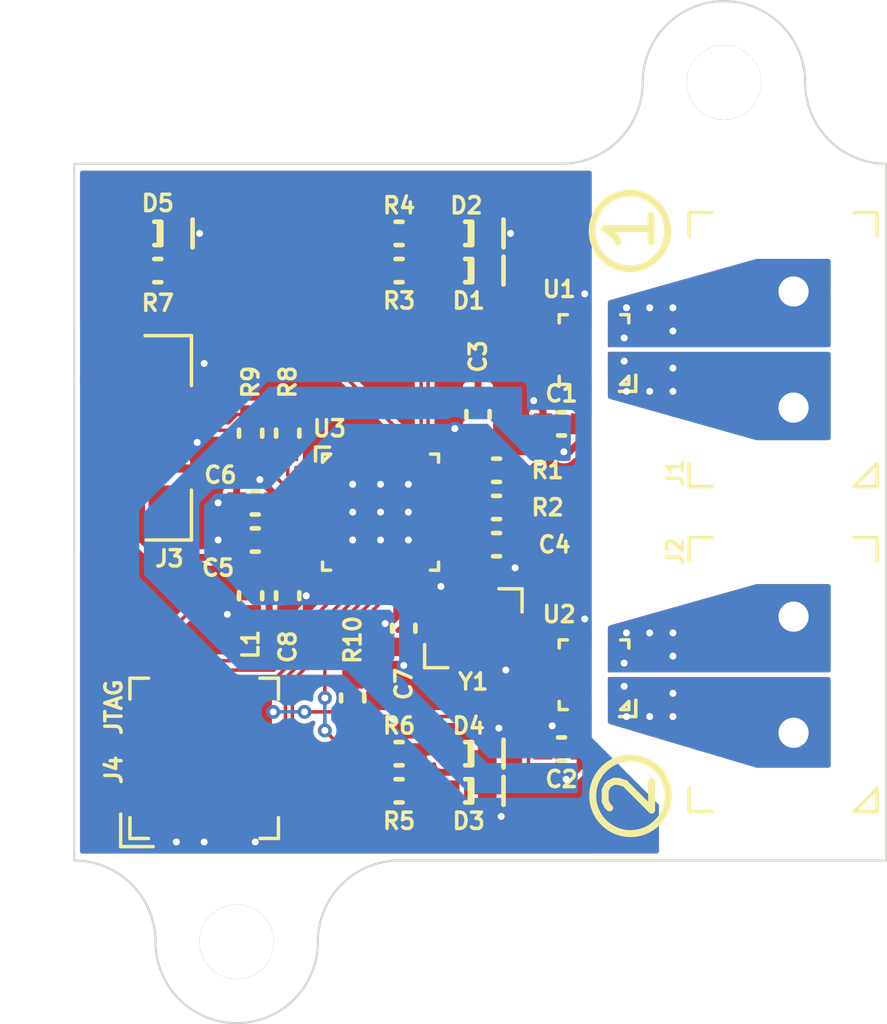
<source format=kicad_pcb>
(kicad_pcb (version 4) (host pcbnew "(2015-11-08 BZR 6304, Git a237546)-product")

  (general
    (links 97)
    (no_connects 0)
    (area 162.949999 75.949999 198.050001 120.050001)
    (thickness 1.6)
    (drawings 14)
    (tracks 317)
    (zones 0)
    (modules 34)
    (nets 34)
  )

  (page A4)
  (title_block
    (title "2x Isolated Current Monitor")
    (date 2015-11-09)
    (rev 1.0)
    (company sternlabs)
    (comment 1 "(c) 2015 Simon Schubert")
  )

  (layers
    (0 F.Cu signal)
    (31 B.Cu signal)
    (32 B.Adhes user)
    (33 F.Adhes user)
    (34 B.Paste user)
    (35 F.Paste user)
    (36 B.SilkS user)
    (37 F.SilkS user)
    (38 B.Mask user)
    (39 F.Mask user)
    (40 Dwgs.User user)
    (41 Cmts.User user)
    (42 Eco1.User user)
    (43 Eco2.User user)
    (44 Edge.Cuts user)
    (45 Margin user)
    (46 B.CrtYd user)
    (47 F.CrtYd user)
    (48 B.Fab user)
    (49 F.Fab user hide)
  )

  (setup
    (last_trace_width 0.15)
    (user_trace_width 0.3)
    (trace_clearance 0.15)
    (zone_clearance 0.2)
    (zone_45_only yes)
    (trace_min 0.15)
    (segment_width 0.2)
    (edge_width 0.1)
    (via_size 0.6)
    (via_drill 0.3)
    (via_min_size 0.6)
    (via_min_drill 0.3)
    (uvia_size 0.3)
    (uvia_drill 0.1)
    (uvias_allowed no)
    (uvia_min_size 0.2)
    (uvia_min_drill 0.1)
    (pcb_text_width 0.3)
    (pcb_text_size 1.5 1.5)
    (mod_edge_width 0.15)
    (mod_text_size 0.7 0.7)
    (mod_text_width 0.15)
    (pad_size 1.3 0.4)
    (pad_drill 0)
    (pad_to_mask_clearance 0.05)
    (solder_mask_min_width 0.1)
    (aux_axis_origin 0 0)
    (visible_elements FFFFFF7F)
    (pcbplotparams
      (layerselection 0x010fc_80000001)
      (usegerberextensions true)
      (usegerberattributes true)
      (excludeedgelayer true)
      (linewidth 0.100000)
      (plotframeref false)
      (viasonmask false)
      (mode 1)
      (useauxorigin false)
      (hpglpennumber 1)
      (hpglpenspeed 20)
      (hpglpendiameter 15)
      (hpglpenoverlay 2)
      (psnegative false)
      (psa4output false)
      (plotreference true)
      (plotvalue true)
      (plotinvisibletext false)
      (padsonsilk false)
      (subtractmaskfromsilk false)
      (outputformat 1)
      (mirror false)
      (drillshape 0)
      (scaleselection 1)
      (outputdirectory fab/))
  )

  (net 0 "")
  (net 1 +3V3)
  (net 2 COM)
  (net 3 /CURRENT1)
  (net 4 /CURRENT2)
  (net 5 /VBUS)
  (net 6 "Net-(C8-Pad1)")
  (net 7 "Net-(D1-PadA)")
  (net 8 "Net-(D2-PadA)")
  (net 9 "Net-(D3-PadA)")
  (net 10 "Net-(D4-PadA)")
  (net 11 "Net-(D5-PadA)")
  (net 12 "Net-(R1-Pad1)")
  (net 13 "Net-(R2-Pad1)")
  (net 14 "Net-(J1-Pad1)")
  (net 15 "Net-(J1-Pad2)")
  (net 16 "Net-(J2-Pad1)")
  (net 17 "Net-(J2-Pad2)")
  (net 18 /USBDM)
  (net 19 /USBDP)
  (net 20 /SWDIO)
  (net 21 /SWDCLK)
  (net 22 /UART_TX)
  (net 23 /UART_RX)
  (net 24 /~RESET)
  (net 25 /LED1L)
  (net 26 /LED1H)
  (net 27 /LED2L)
  (net 28 /LED2H)
  (net 29 /LEDACT)
  (net 30 "Net-(U3-Pad18)")
  (net 31 "Net-(U3-Pad17)")
  (net 32 "Net-(R8-Pad2)")
  (net 33 "Net-(R9-Pad2)")

  (net_class Default "This is the default net class."
    (clearance 0.15)
    (trace_width 0.15)
    (via_dia 0.6)
    (via_drill 0.3)
    (uvia_dia 0.3)
    (uvia_drill 0.1)
    (add_net +3V3)
    (add_net /CURRENT1)
    (add_net /CURRENT2)
    (add_net /LED1H)
    (add_net /LED1L)
    (add_net /LED2H)
    (add_net /LED2L)
    (add_net /LEDACT)
    (add_net /SWDCLK)
    (add_net /SWDIO)
    (add_net /UART_RX)
    (add_net /UART_TX)
    (add_net /USBDM)
    (add_net /USBDP)
    (add_net /VBUS)
    (add_net /~RESET)
    (add_net COM)
    (add_net "Net-(C8-Pad1)")
    (add_net "Net-(D1-PadA)")
    (add_net "Net-(D2-PadA)")
    (add_net "Net-(D3-PadA)")
    (add_net "Net-(D4-PadA)")
    (add_net "Net-(D5-PadA)")
    (add_net "Net-(J1-Pad1)")
    (add_net "Net-(J1-Pad2)")
    (add_net "Net-(J2-Pad1)")
    (add_net "Net-(J2-Pad2)")
    (add_net "Net-(R1-Pad1)")
    (add_net "Net-(R2-Pad1)")
    (add_net "Net-(R8-Pad2)")
    (add_net "Net-(R9-Pad2)")
    (add_net "Net-(U3-Pad17)")
    (add_net "Net-(U3-Pad18)")
  )

  (module libs:CONN-2x5-1.27-SMT (layer F.Cu) (tedit 563F81C9) (tstamp 563F4145)
    (at 168.6 108.6 180)
    (path /563F340C)
    (fp_text reference J4 (at 3.9 -0.5 450) (layer F.SilkS)
      (effects (font (size 0.7 0.7) (thickness 0.15)))
    )
    (fp_text value JTAG (at 3.9 2.2 270) (layer F.SilkS)
      (effects (font (size 0.7 0.7) (thickness 0.15)))
    )
    (fp_line (start 3.6 -3.8) (end 3.6 -2.4) (layer F.SilkS) (width 0.15))
    (fp_line (start 2.2 -3.8) (end 3.6 -3.8) (layer F.SilkS) (width 0.15))
    (fp_text user %R (at 0 0 180) (layer F.Fab)
      (effects (font (size 1.5 1.5) (thickness 0.15)))
    )
    (fp_line (start -3.2 3.4) (end -3.2 -3.4) (layer F.Fab) (width 0.1))
    (fp_line (start 3.2 3.4) (end -3.2 3.4) (layer F.Fab) (width 0.1))
    (fp_line (start 3.2 -3.4) (end 3.2 3.4) (layer F.Fab) (width 0.1))
    (fp_line (start -3.2 -3.4) (end 3.2 -3.4) (layer F.Fab) (width 0.1))
    (fp_line (start -3.2 -2.55) (end -3.2 -3.45) (layer F.SilkS) (width 0.15))
    (fp_line (start -2.4 -3.45) (end -3.2 -3.45) (layer F.SilkS) (width 0.15))
    (fp_line (start -3.2 2.55) (end -3.2 3.45) (layer F.SilkS) (width 0.15))
    (fp_line (start -2.4 3.45) (end -3.2 3.45) (layer F.SilkS) (width 0.15))
    (fp_line (start 3.2 -2.55) (end 3.2 -3.45) (layer F.SilkS) (width 0.15))
    (fp_line (start 2.4 -3.45) (end 3.2 -3.45) (layer F.SilkS) (width 0.15))
    (fp_line (start 3.2 2.55) (end 3.2 3.45) (layer F.SilkS) (width 0.15))
    (fp_line (start 2.4 3.45) (end 3.2 3.45) (layer F.SilkS) (width 0.15))
    (fp_line (start -3.2 3.45) (end -3.2 -3.45) (layer F.CrtYd) (width 0.05))
    (fp_line (start 3.2 -3.45) (end 3.2 3.45) (layer F.CrtYd) (width 0.05))
    (fp_line (start -5 -3.45) (end -5 3.45) (layer F.CrtYd) (width 0.05))
    (fp_line (start 5 3.45) (end 5 -3.45) (layer F.CrtYd) (width 0.05))
    (fp_line (start -5 3.45) (end 5 3.45) (layer F.CrtYd) (width 0.05))
    (fp_line (start -5 -3.45) (end 5 -3.45) (layer F.CrtYd) (width 0.05))
    (pad 1 smd rect (at 2.54 -2 180) (size 0.76 2.4) (layers F.Cu F.Paste F.Mask)
      (net 1 +3V3))
    (pad 2 smd rect (at 2.54 2 180) (size 0.76 2.4) (layers F.Cu F.Paste F.Mask)
      (net 20 /SWDIO))
    (pad 3 smd rect (at 1.27 -2 180) (size 0.76 2.4) (layers F.Cu F.Paste F.Mask)
      (net 2 COM))
    (pad 4 smd rect (at 1.27 2 180) (size 0.76 2.4) (layers F.Cu F.Paste F.Mask)
      (net 21 /SWDCLK))
    (pad 5 smd rect (at 0 -2 180) (size 0.76 2.4) (layers F.Cu F.Paste F.Mask)
      (net 2 COM))
    (pad 6 smd rect (at 0 2 180) (size 0.76 2.4) (layers F.Cu F.Paste F.Mask)
      (net 22 /UART_TX))
    (pad 7 smd rect (at -1.27 -2 180) (size 0.76 2.4) (layers F.Cu F.Paste F.Mask))
    (pad 8 smd rect (at -1.27 2 180) (size 0.76 2.4) (layers F.Cu F.Paste F.Mask)
      (net 23 /UART_RX))
    (pad 9 smd rect (at -2.54 -2 180) (size 0.76 2.4) (layers F.Cu F.Paste F.Mask)
      (net 2 COM))
    (pad 10 smd rect (at -2.54 2 180) (size 0.76 2.4) (layers F.Cu F.Paste F.Mask)
      (net 24 /~RESET))
  )

  (module libs:SMD-1608 (layer F.Cu) (tedit 55ED9268) (tstamp 563F410A)
    (at 172.2 101.6)
    (path /563F503A)
    (fp_text reference C8 (at 0 2.2 90) (layer F.SilkS)
      (effects (font (size 0.7 0.7) (thickness 0.15)))
    )
    (fp_text value 0.1u (at 0 0 90) (layer F.Fab) hide
      (effects (font (size 0.7 0.7) (thickness 0.15)))
    )
    (fp_line (start -0.75 -1.5) (end 0.75 -1.5) (layer F.Fab) (width 0.1))
    (fp_line (start 0.75 -1.5) (end 0.75 1.5) (layer F.Fab) (width 0.1))
    (fp_line (start 0.75 1.5) (end -0.75 1.5) (layer F.Fab) (width 0.1))
    (fp_line (start -0.75 1.5) (end -0.75 -1.5) (layer F.Fab) (width 0.1))
    (fp_text user %R (at 0 0 90) (layer F.Fab)
      (effects (font (size 1 1) (thickness 0.1)))
    )
    (fp_line (start 0.75 1.5) (end 0.75 -1.5) (layer F.CrtYd) (width 0.05))
    (fp_line (start 0.75 -1.5) (end -0.75 -1.5) (layer F.CrtYd) (width 0.05))
    (fp_line (start -0.75 -1.5) (end -0.75 1.5) (layer F.CrtYd) (width 0.05))
    (fp_line (start -0.75 1.5) (end 0.75 1.5) (layer F.CrtYd) (width 0.05))
    (fp_line (start -0.5 -0.15) (end -0.5 0.15) (layer F.SilkS) (width 0.2))
    (fp_line (start 0.5 -0.15) (end 0.5 0.15) (layer F.SilkS) (width 0.2))
    (pad 1 smd rect (at 0 -0.8) (size 0.9 0.8) (layers F.Cu F.Paste F.Mask)
      (net 6 "Net-(C8-Pad1)"))
    (pad 2 smd rect (at 0 0.8) (size 0.9 0.8) (layers F.Cu F.Paste F.Mask)
      (net 2 COM))
  )

  (module libs:SMD-1608 (layer F.Cu) (tedit 55ED9268) (tstamp 563F40E0)
    (at 184 94.2 270)
    (path /563E3D37)
    (fp_text reference C1 (at -1.3 0 360) (layer F.SilkS)
      (effects (font (size 0.7 0.7) (thickness 0.15)))
    )
    (fp_text value 0.1u (at 0 0 360) (layer F.Fab) hide
      (effects (font (size 0.7 0.7) (thickness 0.15)))
    )
    (fp_line (start -0.75 -1.5) (end 0.75 -1.5) (layer F.Fab) (width 0.1))
    (fp_line (start 0.75 -1.5) (end 0.75 1.5) (layer F.Fab) (width 0.1))
    (fp_line (start 0.75 1.5) (end -0.75 1.5) (layer F.Fab) (width 0.1))
    (fp_line (start -0.75 1.5) (end -0.75 -1.5) (layer F.Fab) (width 0.1))
    (fp_text user %R (at 0 0 360) (layer F.Fab)
      (effects (font (size 1 1) (thickness 0.1)))
    )
    (fp_line (start 0.75 1.5) (end 0.75 -1.5) (layer F.CrtYd) (width 0.05))
    (fp_line (start 0.75 -1.5) (end -0.75 -1.5) (layer F.CrtYd) (width 0.05))
    (fp_line (start -0.75 -1.5) (end -0.75 1.5) (layer F.CrtYd) (width 0.05))
    (fp_line (start -0.75 1.5) (end 0.75 1.5) (layer F.CrtYd) (width 0.05))
    (fp_line (start -0.5 -0.15) (end -0.5 0.15) (layer F.SilkS) (width 0.2))
    (fp_line (start 0.5 -0.15) (end 0.5 0.15) (layer F.SilkS) (width 0.2))
    (pad 1 smd rect (at 0 -0.8 270) (size 0.9 0.8) (layers F.Cu F.Paste F.Mask)
      (net 1 +3V3))
    (pad 2 smd rect (at 0 0.8 270) (size 0.9 0.8) (layers F.Cu F.Paste F.Mask)
      (net 2 COM))
  )

  (module libs:SMD-1608 (layer F.Cu) (tedit 55ED9268) (tstamp 563F40E6)
    (at 184 108.2 270)
    (path /563F6335)
    (fp_text reference C2 (at 1.3 0 360) (layer F.SilkS)
      (effects (font (size 0.7 0.7) (thickness 0.15)))
    )
    (fp_text value 0.1u (at 0 0 360) (layer F.Fab) hide
      (effects (font (size 0.7 0.7) (thickness 0.15)))
    )
    (fp_line (start -0.75 -1.5) (end 0.75 -1.5) (layer F.Fab) (width 0.1))
    (fp_line (start 0.75 -1.5) (end 0.75 1.5) (layer F.Fab) (width 0.1))
    (fp_line (start 0.75 1.5) (end -0.75 1.5) (layer F.Fab) (width 0.1))
    (fp_line (start -0.75 1.5) (end -0.75 -1.5) (layer F.Fab) (width 0.1))
    (fp_text user %R (at 0 0 360) (layer F.Fab)
      (effects (font (size 1 1) (thickness 0.1)))
    )
    (fp_line (start 0.75 1.5) (end 0.75 -1.5) (layer F.CrtYd) (width 0.05))
    (fp_line (start 0.75 -1.5) (end -0.75 -1.5) (layer F.CrtYd) (width 0.05))
    (fp_line (start -0.75 -1.5) (end -0.75 1.5) (layer F.CrtYd) (width 0.05))
    (fp_line (start -0.75 1.5) (end 0.75 1.5) (layer F.CrtYd) (width 0.05))
    (fp_line (start -0.5 -0.15) (end -0.5 0.15) (layer F.SilkS) (width 0.2))
    (fp_line (start 0.5 -0.15) (end 0.5 0.15) (layer F.SilkS) (width 0.2))
    (pad 1 smd rect (at 0 -0.8 270) (size 0.9 0.8) (layers F.Cu F.Paste F.Mask)
      (net 1 +3V3))
    (pad 2 smd rect (at 0 0.8 270) (size 0.9 0.8) (layers F.Cu F.Paste F.Mask)
      (net 2 COM))
  )

  (module libs:SMD-1608 (layer F.Cu) (tedit 55ED9268) (tstamp 563F40EC)
    (at 180.4 93.8 180)
    (path /563F5BDB)
    (fp_text reference C3 (at 0 2.5 270) (layer F.SilkS)
      (effects (font (size 0.7 0.7) (thickness 0.15)))
    )
    (fp_text value 1n (at 0 0 270) (layer F.Fab) hide
      (effects (font (size 0.7 0.7) (thickness 0.15)))
    )
    (fp_line (start -0.75 -1.5) (end 0.75 -1.5) (layer F.Fab) (width 0.1))
    (fp_line (start 0.75 -1.5) (end 0.75 1.5) (layer F.Fab) (width 0.1))
    (fp_line (start 0.75 1.5) (end -0.75 1.5) (layer F.Fab) (width 0.1))
    (fp_line (start -0.75 1.5) (end -0.75 -1.5) (layer F.Fab) (width 0.1))
    (fp_text user %R (at 0 0 270) (layer F.Fab)
      (effects (font (size 1 1) (thickness 0.1)))
    )
    (fp_line (start 0.75 1.5) (end 0.75 -1.5) (layer F.CrtYd) (width 0.05))
    (fp_line (start 0.75 -1.5) (end -0.75 -1.5) (layer F.CrtYd) (width 0.05))
    (fp_line (start -0.75 -1.5) (end -0.75 1.5) (layer F.CrtYd) (width 0.05))
    (fp_line (start -0.75 1.5) (end 0.75 1.5) (layer F.CrtYd) (width 0.05))
    (fp_line (start -0.5 -0.15) (end -0.5 0.15) (layer F.SilkS) (width 0.2))
    (fp_line (start 0.5 -0.15) (end 0.5 0.15) (layer F.SilkS) (width 0.2))
    (pad 1 smd rect (at 0 -0.8 180) (size 0.9 0.8) (layers F.Cu F.Paste F.Mask)
      (net 3 /CURRENT1))
    (pad 2 smd rect (at 0 0.8 180) (size 0.9 0.8) (layers F.Cu F.Paste F.Mask)
      (net 2 COM))
  )

  (module libs:SMD-1608 (layer F.Cu) (tedit 55ED9268) (tstamp 563F40F2)
    (at 181.2 99.4 90)
    (path /563F636F)
    (fp_text reference C4 (at 0 2.5 180) (layer F.SilkS)
      (effects (font (size 0.7 0.7) (thickness 0.15)))
    )
    (fp_text value 1n (at 0 0 180) (layer F.Fab) hide
      (effects (font (size 0.7 0.7) (thickness 0.15)))
    )
    (fp_line (start -0.75 -1.5) (end 0.75 -1.5) (layer F.Fab) (width 0.1))
    (fp_line (start 0.75 -1.5) (end 0.75 1.5) (layer F.Fab) (width 0.1))
    (fp_line (start 0.75 1.5) (end -0.75 1.5) (layer F.Fab) (width 0.1))
    (fp_line (start -0.75 1.5) (end -0.75 -1.5) (layer F.Fab) (width 0.1))
    (fp_text user %R (at 0 0 180) (layer F.Fab)
      (effects (font (size 1 1) (thickness 0.1)))
    )
    (fp_line (start 0.75 1.5) (end 0.75 -1.5) (layer F.CrtYd) (width 0.05))
    (fp_line (start 0.75 -1.5) (end -0.75 -1.5) (layer F.CrtYd) (width 0.05))
    (fp_line (start -0.75 -1.5) (end -0.75 1.5) (layer F.CrtYd) (width 0.05))
    (fp_line (start -0.75 1.5) (end 0.75 1.5) (layer F.CrtYd) (width 0.05))
    (fp_line (start -0.5 -0.15) (end -0.5 0.15) (layer F.SilkS) (width 0.2))
    (fp_line (start 0.5 -0.15) (end 0.5 0.15) (layer F.SilkS) (width 0.2))
    (pad 1 smd rect (at 0 -0.8 90) (size 0.9 0.8) (layers F.Cu F.Paste F.Mask)
      (net 4 /CURRENT2))
    (pad 2 smd rect (at 0 0.8 90) (size 0.9 0.8) (layers F.Cu F.Paste F.Mask)
      (net 2 COM))
  )

  (module libs:SMD-1608 (layer F.Cu) (tedit 55ED9268) (tstamp 563F40F8)
    (at 170.8 99.2 270)
    (path /563F485F)
    (fp_text reference C5 (at 1.2 1.6 540) (layer F.SilkS)
      (effects (font (size 0.7 0.7) (thickness 0.15)))
    )
    (fp_text value 2.2u (at 0 0 360) (layer F.Fab) hide
      (effects (font (size 0.7 0.7) (thickness 0.15)))
    )
    (fp_line (start -0.75 -1.5) (end 0.75 -1.5) (layer F.Fab) (width 0.1))
    (fp_line (start 0.75 -1.5) (end 0.75 1.5) (layer F.Fab) (width 0.1))
    (fp_line (start 0.75 1.5) (end -0.75 1.5) (layer F.Fab) (width 0.1))
    (fp_line (start -0.75 1.5) (end -0.75 -1.5) (layer F.Fab) (width 0.1))
    (fp_text user %R (at 0 0 360) (layer F.Fab)
      (effects (font (size 1 1) (thickness 0.1)))
    )
    (fp_line (start 0.75 1.5) (end 0.75 -1.5) (layer F.CrtYd) (width 0.05))
    (fp_line (start 0.75 -1.5) (end -0.75 -1.5) (layer F.CrtYd) (width 0.05))
    (fp_line (start -0.75 -1.5) (end -0.75 1.5) (layer F.CrtYd) (width 0.05))
    (fp_line (start -0.75 1.5) (end 0.75 1.5) (layer F.CrtYd) (width 0.05))
    (fp_line (start -0.5 -0.15) (end -0.5 0.15) (layer F.SilkS) (width 0.2))
    (fp_line (start 0.5 -0.15) (end 0.5 0.15) (layer F.SilkS) (width 0.2))
    (pad 1 smd rect (at 0 -0.8 270) (size 0.9 0.8) (layers F.Cu F.Paste F.Mask)
      (net 5 /VBUS))
    (pad 2 smd rect (at 0 0.8 270) (size 0.9 0.8) (layers F.Cu F.Paste F.Mask)
      (net 2 COM))
  )

  (module libs:SMD-1608 (layer F.Cu) (tedit 55ED9268) (tstamp 563F40FE)
    (at 170.8 97.6 270)
    (path /563F4083)
    (fp_text reference C6 (at -1.2 1.5 360) (layer F.SilkS)
      (effects (font (size 0.7 0.7) (thickness 0.15)))
    )
    (fp_text value 2.2u (at 0 0 360) (layer F.Fab) hide
      (effects (font (size 0.7 0.7) (thickness 0.15)))
    )
    (fp_line (start -0.75 -1.5) (end 0.75 -1.5) (layer F.Fab) (width 0.1))
    (fp_line (start 0.75 -1.5) (end 0.75 1.5) (layer F.Fab) (width 0.1))
    (fp_line (start 0.75 1.5) (end -0.75 1.5) (layer F.Fab) (width 0.1))
    (fp_line (start -0.75 1.5) (end -0.75 -1.5) (layer F.Fab) (width 0.1))
    (fp_text user %R (at 0 0 360) (layer F.Fab)
      (effects (font (size 1 1) (thickness 0.1)))
    )
    (fp_line (start 0.75 1.5) (end 0.75 -1.5) (layer F.CrtYd) (width 0.05))
    (fp_line (start 0.75 -1.5) (end -0.75 -1.5) (layer F.CrtYd) (width 0.05))
    (fp_line (start -0.75 -1.5) (end -0.75 1.5) (layer F.CrtYd) (width 0.05))
    (fp_line (start -0.75 1.5) (end 0.75 1.5) (layer F.CrtYd) (width 0.05))
    (fp_line (start -0.5 -0.15) (end -0.5 0.15) (layer F.SilkS) (width 0.2))
    (fp_line (start 0.5 -0.15) (end 0.5 0.15) (layer F.SilkS) (width 0.2))
    (pad 1 smd rect (at 0 -0.8 270) (size 0.9 0.8) (layers F.Cu F.Paste F.Mask)
      (net 1 +3V3))
    (pad 2 smd rect (at 0 0.8 270) (size 0.9 0.8) (layers F.Cu F.Paste F.Mask)
      (net 2 COM))
  )

  (module libs:SMD-1608 (layer F.Cu) (tedit 55ED9268) (tstamp 563F4104)
    (at 177.2 103)
    (path /563F4266)
    (fp_text reference C7 (at 0 2.4 90) (layer F.SilkS)
      (effects (font (size 0.7 0.7) (thickness 0.15)))
    )
    (fp_text value 0.1u (at 0 0 90) (layer F.Fab) hide
      (effects (font (size 0.7 0.7) (thickness 0.15)))
    )
    (fp_line (start -0.75 -1.5) (end 0.75 -1.5) (layer F.Fab) (width 0.1))
    (fp_line (start 0.75 -1.5) (end 0.75 1.5) (layer F.Fab) (width 0.1))
    (fp_line (start 0.75 1.5) (end -0.75 1.5) (layer F.Fab) (width 0.1))
    (fp_line (start -0.75 1.5) (end -0.75 -1.5) (layer F.Fab) (width 0.1))
    (fp_text user %R (at 0 0 90) (layer F.Fab)
      (effects (font (size 1 1) (thickness 0.1)))
    )
    (fp_line (start 0.75 1.5) (end 0.75 -1.5) (layer F.CrtYd) (width 0.05))
    (fp_line (start 0.75 -1.5) (end -0.75 -1.5) (layer F.CrtYd) (width 0.05))
    (fp_line (start -0.75 -1.5) (end -0.75 1.5) (layer F.CrtYd) (width 0.05))
    (fp_line (start -0.75 1.5) (end 0.75 1.5) (layer F.CrtYd) (width 0.05))
    (fp_line (start -0.5 -0.15) (end -0.5 0.15) (layer F.SilkS) (width 0.2))
    (fp_line (start 0.5 -0.15) (end 0.5 0.15) (layer F.SilkS) (width 0.2))
    (pad 1 smd rect (at 0 -0.8) (size 0.9 0.8) (layers F.Cu F.Paste F.Mask)
      (net 1 +3V3))
    (pad 2 smd rect (at 0 0.8) (size 0.9 0.8) (layers F.Cu F.Paste F.Mask)
      (net 2 COM))
  )

  (module libs:SMD-1608-LED (layer F.Cu) (tedit 55EEF591) (tstamp 563F4110)
    (at 180 87.6 90)
    (path /563F7EEC)
    (fp_text reference D1 (at -1.3 0 180) (layer F.SilkS)
      (effects (font (size 0.7 0.7) (thickness 0.15)))
    )
    (fp_text value LED (at 1.35 0 180) (layer F.SilkS) hide
      (effects (font (size 0.7 0.7) (thickness 0.15)))
    )
    (fp_text user %R (at 0 -0.3 180) (layer F.Fab)
      (effects (font (size 0.9 0.9) (thickness 0.09)))
    )
    (fp_line (start 0.75 0.9) (end -0.75 0.9) (layer F.Fab) (width 0.1))
    (fp_line (start -0.75 0.95) (end 0.75 0.95) (layer F.Fab) (width 0.1))
    (fp_line (start 0.75 1) (end -0.75 1) (layer F.Fab) (width 0.1))
    (fp_line (start -0.75 1.05) (end 0.75 1.05) (layer F.Fab) (width 0.1))
    (fp_line (start 0.75 1.1) (end -0.75 1.1) (layer F.Fab) (width 0.1))
    (fp_line (start -0.75 1.15) (end 0.75 1.15) (layer F.Fab) (width 0.1))
    (fp_line (start 0.75 1.2) (end -0.75 1.2) (layer F.Fab) (width 0.1))
    (fp_line (start -0.75 1.25) (end 0.75 1.25) (layer F.Fab) (width 0.1))
    (fp_line (start 0.75 1.3) (end -0.75 1.3) (layer F.Fab) (width 0.1))
    (fp_line (start -0.75 1.35) (end 0.75 1.35) (layer F.Fab) (width 0.1))
    (fp_line (start 0.75 1.4) (end -0.75 1.4) (layer F.Fab) (width 0.1))
    (fp_line (start -0.75 1.45) (end 0.75 1.45) (layer F.Fab) (width 0.1))
    (fp_line (start -0.75 1.5) (end -0.75 -1.5) (layer F.Fab) (width 0.1))
    (fp_line (start 0.75 1.5) (end -0.75 1.5) (layer F.Fab) (width 0.1))
    (fp_line (start 0.75 -1.5) (end 0.75 1.5) (layer F.Fab) (width 0.1))
    (fp_line (start -0.75 -1.5) (end 0.75 -1.5) (layer F.Fab) (width 0.1))
    (fp_line (start -0.6 1.5) (end 0.6 1.5) (layer F.SilkS) (width 0.2))
    (fp_line (start -0.45 0.1) (end 0.45 0.1) (layer F.SilkS) (width 0.3))
    (fp_line (start 0.75 1.5) (end 0.75 -1.5) (layer F.CrtYd) (width 0.05))
    (fp_line (start 0.75 -1.5) (end -0.75 -1.5) (layer F.CrtYd) (width 0.05))
    (fp_line (start -0.75 -1.5) (end -0.75 1.5) (layer F.CrtYd) (width 0.05))
    (fp_line (start -0.75 1.5) (end 0.75 1.5) (layer F.CrtYd) (width 0.05))
    (fp_line (start -0.5 -0.15) (end -0.5 0.15) (layer F.SilkS) (width 0.2))
    (fp_line (start 0.5 -0.15) (end 0.5 0.15) (layer F.SilkS) (width 0.2))
    (pad A smd rect (at 0 -0.8 90) (size 0.9 0.8) (layers F.Cu F.Paste F.Mask)
      (net 7 "Net-(D1-PadA)"))
    (pad C smd rect (at 0 0.8 90) (size 0.9 0.8) (layers F.Cu F.Paste F.Mask)
      (net 2 COM))
  )

  (module libs:SMD-1608-LED (layer F.Cu) (tedit 55EEF591) (tstamp 563F4116)
    (at 180 86 90)
    (path /563F8426)
    (fp_text reference D2 (at 1.2 -0.1 180) (layer F.SilkS)
      (effects (font (size 0.7 0.7) (thickness 0.15)))
    )
    (fp_text value LED (at 1.35 0 180) (layer F.SilkS) hide
      (effects (font (size 0.7 0.7) (thickness 0.15)))
    )
    (fp_text user %R (at 0 -0.3 180) (layer F.Fab)
      (effects (font (size 0.9 0.9) (thickness 0.09)))
    )
    (fp_line (start 0.75 0.9) (end -0.75 0.9) (layer F.Fab) (width 0.1))
    (fp_line (start -0.75 0.95) (end 0.75 0.95) (layer F.Fab) (width 0.1))
    (fp_line (start 0.75 1) (end -0.75 1) (layer F.Fab) (width 0.1))
    (fp_line (start -0.75 1.05) (end 0.75 1.05) (layer F.Fab) (width 0.1))
    (fp_line (start 0.75 1.1) (end -0.75 1.1) (layer F.Fab) (width 0.1))
    (fp_line (start -0.75 1.15) (end 0.75 1.15) (layer F.Fab) (width 0.1))
    (fp_line (start 0.75 1.2) (end -0.75 1.2) (layer F.Fab) (width 0.1))
    (fp_line (start -0.75 1.25) (end 0.75 1.25) (layer F.Fab) (width 0.1))
    (fp_line (start 0.75 1.3) (end -0.75 1.3) (layer F.Fab) (width 0.1))
    (fp_line (start -0.75 1.35) (end 0.75 1.35) (layer F.Fab) (width 0.1))
    (fp_line (start 0.75 1.4) (end -0.75 1.4) (layer F.Fab) (width 0.1))
    (fp_line (start -0.75 1.45) (end 0.75 1.45) (layer F.Fab) (width 0.1))
    (fp_line (start -0.75 1.5) (end -0.75 -1.5) (layer F.Fab) (width 0.1))
    (fp_line (start 0.75 1.5) (end -0.75 1.5) (layer F.Fab) (width 0.1))
    (fp_line (start 0.75 -1.5) (end 0.75 1.5) (layer F.Fab) (width 0.1))
    (fp_line (start -0.75 -1.5) (end 0.75 -1.5) (layer F.Fab) (width 0.1))
    (fp_line (start -0.6 1.5) (end 0.6 1.5) (layer F.SilkS) (width 0.2))
    (fp_line (start -0.45 0.1) (end 0.45 0.1) (layer F.SilkS) (width 0.3))
    (fp_line (start 0.75 1.5) (end 0.75 -1.5) (layer F.CrtYd) (width 0.05))
    (fp_line (start 0.75 -1.5) (end -0.75 -1.5) (layer F.CrtYd) (width 0.05))
    (fp_line (start -0.75 -1.5) (end -0.75 1.5) (layer F.CrtYd) (width 0.05))
    (fp_line (start -0.75 1.5) (end 0.75 1.5) (layer F.CrtYd) (width 0.05))
    (fp_line (start -0.5 -0.15) (end -0.5 0.15) (layer F.SilkS) (width 0.2))
    (fp_line (start 0.5 -0.15) (end 0.5 0.15) (layer F.SilkS) (width 0.2))
    (pad A smd rect (at 0 -0.8 90) (size 0.9 0.8) (layers F.Cu F.Paste F.Mask)
      (net 8 "Net-(D2-PadA)"))
    (pad C smd rect (at 0 0.8 90) (size 0.9 0.8) (layers F.Cu F.Paste F.Mask)
      (net 2 COM))
  )

  (module libs:SMD-1608-LED (layer F.Cu) (tedit 55EEF591) (tstamp 563F411C)
    (at 180 110 90)
    (path /563F8550)
    (fp_text reference D3 (at -1.3 0 180) (layer F.SilkS)
      (effects (font (size 0.7 0.7) (thickness 0.15)))
    )
    (fp_text value LED (at 1.35 0 180) (layer F.SilkS) hide
      (effects (font (size 0.7 0.7) (thickness 0.15)))
    )
    (fp_text user %R (at 0 -0.3 180) (layer F.Fab)
      (effects (font (size 0.9 0.9) (thickness 0.09)))
    )
    (fp_line (start 0.75 0.9) (end -0.75 0.9) (layer F.Fab) (width 0.1))
    (fp_line (start -0.75 0.95) (end 0.75 0.95) (layer F.Fab) (width 0.1))
    (fp_line (start 0.75 1) (end -0.75 1) (layer F.Fab) (width 0.1))
    (fp_line (start -0.75 1.05) (end 0.75 1.05) (layer F.Fab) (width 0.1))
    (fp_line (start 0.75 1.1) (end -0.75 1.1) (layer F.Fab) (width 0.1))
    (fp_line (start -0.75 1.15) (end 0.75 1.15) (layer F.Fab) (width 0.1))
    (fp_line (start 0.75 1.2) (end -0.75 1.2) (layer F.Fab) (width 0.1))
    (fp_line (start -0.75 1.25) (end 0.75 1.25) (layer F.Fab) (width 0.1))
    (fp_line (start 0.75 1.3) (end -0.75 1.3) (layer F.Fab) (width 0.1))
    (fp_line (start -0.75 1.35) (end 0.75 1.35) (layer F.Fab) (width 0.1))
    (fp_line (start 0.75 1.4) (end -0.75 1.4) (layer F.Fab) (width 0.1))
    (fp_line (start -0.75 1.45) (end 0.75 1.45) (layer F.Fab) (width 0.1))
    (fp_line (start -0.75 1.5) (end -0.75 -1.5) (layer F.Fab) (width 0.1))
    (fp_line (start 0.75 1.5) (end -0.75 1.5) (layer F.Fab) (width 0.1))
    (fp_line (start 0.75 -1.5) (end 0.75 1.5) (layer F.Fab) (width 0.1))
    (fp_line (start -0.75 -1.5) (end 0.75 -1.5) (layer F.Fab) (width 0.1))
    (fp_line (start -0.6 1.5) (end 0.6 1.5) (layer F.SilkS) (width 0.2))
    (fp_line (start -0.45 0.1) (end 0.45 0.1) (layer F.SilkS) (width 0.3))
    (fp_line (start 0.75 1.5) (end 0.75 -1.5) (layer F.CrtYd) (width 0.05))
    (fp_line (start 0.75 -1.5) (end -0.75 -1.5) (layer F.CrtYd) (width 0.05))
    (fp_line (start -0.75 -1.5) (end -0.75 1.5) (layer F.CrtYd) (width 0.05))
    (fp_line (start -0.75 1.5) (end 0.75 1.5) (layer F.CrtYd) (width 0.05))
    (fp_line (start -0.5 -0.15) (end -0.5 0.15) (layer F.SilkS) (width 0.2))
    (fp_line (start 0.5 -0.15) (end 0.5 0.15) (layer F.SilkS) (width 0.2))
    (pad A smd rect (at 0 -0.8 90) (size 0.9 0.8) (layers F.Cu F.Paste F.Mask)
      (net 9 "Net-(D3-PadA)"))
    (pad C smd rect (at 0 0.8 90) (size 0.9 0.8) (layers F.Cu F.Paste F.Mask)
      (net 2 COM))
  )

  (module libs:SMD-1608-LED (layer F.Cu) (tedit 55EEF591) (tstamp 563F4122)
    (at 180 108.4 90)
    (path /563F8564)
    (fp_text reference D4 (at 1.2 0 180) (layer F.SilkS)
      (effects (font (size 0.7 0.7) (thickness 0.15)))
    )
    (fp_text value LED (at 1.35 0 180) (layer F.SilkS) hide
      (effects (font (size 0.7 0.7) (thickness 0.15)))
    )
    (fp_text user %R (at 0 -0.3 180) (layer F.Fab)
      (effects (font (size 0.9 0.9) (thickness 0.09)))
    )
    (fp_line (start 0.75 0.9) (end -0.75 0.9) (layer F.Fab) (width 0.1))
    (fp_line (start -0.75 0.95) (end 0.75 0.95) (layer F.Fab) (width 0.1))
    (fp_line (start 0.75 1) (end -0.75 1) (layer F.Fab) (width 0.1))
    (fp_line (start -0.75 1.05) (end 0.75 1.05) (layer F.Fab) (width 0.1))
    (fp_line (start 0.75 1.1) (end -0.75 1.1) (layer F.Fab) (width 0.1))
    (fp_line (start -0.75 1.15) (end 0.75 1.15) (layer F.Fab) (width 0.1))
    (fp_line (start 0.75 1.2) (end -0.75 1.2) (layer F.Fab) (width 0.1))
    (fp_line (start -0.75 1.25) (end 0.75 1.25) (layer F.Fab) (width 0.1))
    (fp_line (start 0.75 1.3) (end -0.75 1.3) (layer F.Fab) (width 0.1))
    (fp_line (start -0.75 1.35) (end 0.75 1.35) (layer F.Fab) (width 0.1))
    (fp_line (start 0.75 1.4) (end -0.75 1.4) (layer F.Fab) (width 0.1))
    (fp_line (start -0.75 1.45) (end 0.75 1.45) (layer F.Fab) (width 0.1))
    (fp_line (start -0.75 1.5) (end -0.75 -1.5) (layer F.Fab) (width 0.1))
    (fp_line (start 0.75 1.5) (end -0.75 1.5) (layer F.Fab) (width 0.1))
    (fp_line (start 0.75 -1.5) (end 0.75 1.5) (layer F.Fab) (width 0.1))
    (fp_line (start -0.75 -1.5) (end 0.75 -1.5) (layer F.Fab) (width 0.1))
    (fp_line (start -0.6 1.5) (end 0.6 1.5) (layer F.SilkS) (width 0.2))
    (fp_line (start -0.45 0.1) (end 0.45 0.1) (layer F.SilkS) (width 0.3))
    (fp_line (start 0.75 1.5) (end 0.75 -1.5) (layer F.CrtYd) (width 0.05))
    (fp_line (start 0.75 -1.5) (end -0.75 -1.5) (layer F.CrtYd) (width 0.05))
    (fp_line (start -0.75 -1.5) (end -0.75 1.5) (layer F.CrtYd) (width 0.05))
    (fp_line (start -0.75 1.5) (end 0.75 1.5) (layer F.CrtYd) (width 0.05))
    (fp_line (start -0.5 -0.15) (end -0.5 0.15) (layer F.SilkS) (width 0.2))
    (fp_line (start 0.5 -0.15) (end 0.5 0.15) (layer F.SilkS) (width 0.2))
    (pad A smd rect (at 0 -0.8 90) (size 0.9 0.8) (layers F.Cu F.Paste F.Mask)
      (net 10 "Net-(D4-PadA)"))
    (pad C smd rect (at 0 0.8 90) (size 0.9 0.8) (layers F.Cu F.Paste F.Mask)
      (net 2 COM))
  )

  (module libs:SMD-1608-LED (layer F.Cu) (tedit 55EEF591) (tstamp 563F4128)
    (at 166.6 86 90)
    (path /563F97F3)
    (fp_text reference D5 (at 1.3 0 180) (layer F.SilkS)
      (effects (font (size 0.7 0.7) (thickness 0.15)))
    )
    (fp_text value LED (at 1.35 0 180) (layer F.SilkS) hide
      (effects (font (size 0.7 0.7) (thickness 0.15)))
    )
    (fp_text user %R (at 0 -0.3 180) (layer F.Fab)
      (effects (font (size 0.9 0.9) (thickness 0.09)))
    )
    (fp_line (start 0.75 0.9) (end -0.75 0.9) (layer F.Fab) (width 0.1))
    (fp_line (start -0.75 0.95) (end 0.75 0.95) (layer F.Fab) (width 0.1))
    (fp_line (start 0.75 1) (end -0.75 1) (layer F.Fab) (width 0.1))
    (fp_line (start -0.75 1.05) (end 0.75 1.05) (layer F.Fab) (width 0.1))
    (fp_line (start 0.75 1.1) (end -0.75 1.1) (layer F.Fab) (width 0.1))
    (fp_line (start -0.75 1.15) (end 0.75 1.15) (layer F.Fab) (width 0.1))
    (fp_line (start 0.75 1.2) (end -0.75 1.2) (layer F.Fab) (width 0.1))
    (fp_line (start -0.75 1.25) (end 0.75 1.25) (layer F.Fab) (width 0.1))
    (fp_line (start 0.75 1.3) (end -0.75 1.3) (layer F.Fab) (width 0.1))
    (fp_line (start -0.75 1.35) (end 0.75 1.35) (layer F.Fab) (width 0.1))
    (fp_line (start 0.75 1.4) (end -0.75 1.4) (layer F.Fab) (width 0.1))
    (fp_line (start -0.75 1.45) (end 0.75 1.45) (layer F.Fab) (width 0.1))
    (fp_line (start -0.75 1.5) (end -0.75 -1.5) (layer F.Fab) (width 0.1))
    (fp_line (start 0.75 1.5) (end -0.75 1.5) (layer F.Fab) (width 0.1))
    (fp_line (start 0.75 -1.5) (end 0.75 1.5) (layer F.Fab) (width 0.1))
    (fp_line (start -0.75 -1.5) (end 0.75 -1.5) (layer F.Fab) (width 0.1))
    (fp_line (start -0.6 1.5) (end 0.6 1.5) (layer F.SilkS) (width 0.2))
    (fp_line (start -0.45 0.1) (end 0.45 0.1) (layer F.SilkS) (width 0.3))
    (fp_line (start 0.75 1.5) (end 0.75 -1.5) (layer F.CrtYd) (width 0.05))
    (fp_line (start 0.75 -1.5) (end -0.75 -1.5) (layer F.CrtYd) (width 0.05))
    (fp_line (start -0.75 -1.5) (end -0.75 1.5) (layer F.CrtYd) (width 0.05))
    (fp_line (start -0.75 1.5) (end 0.75 1.5) (layer F.CrtYd) (width 0.05))
    (fp_line (start -0.5 -0.15) (end -0.5 0.15) (layer F.SilkS) (width 0.2))
    (fp_line (start 0.5 -0.15) (end 0.5 0.15) (layer F.SilkS) (width 0.2))
    (pad A smd rect (at 0 -0.8 90) (size 0.9 0.8) (layers F.Cu F.Paste F.Mask)
      (net 11 "Net-(D5-PadA)"))
    (pad C smd rect (at 0 0.8 90) (size 0.9 0.8) (layers F.Cu F.Paste F.Mask)
      (net 2 COM))
  )

  (module libs:USB-MICRO-B-FCI-10118192 (layer F.Cu) (tedit 55D9BD68) (tstamp 563F4137)
    (at 164.45 94.8 270)
    (path /563F2B13)
    (fp_text reference J3 (at 5.2 -2.65 360) (layer F.SilkS)
      (effects (font (size 0.7 0.7) (thickness 0.15)))
    )
    (fp_text value USB-MICROB (at 0 0 270) (layer F.SilkS) hide
      (effects (font (size 0.7 0.7) (thickness 0.15)))
    )
    (fp_text user %R (at 0 -0.6 270) (layer F.Fab)
      (effects (font (size 1.5 1.5) (thickness 0.15)))
    )
    (fp_line (start -5 2.4) (end -5 -3.6) (layer F.Fab) (width 0.1))
    (fp_line (start 5 2.4) (end -5 2.4) (layer F.Fab) (width 0.1))
    (fp_line (start 5 -3.6) (end 5 2.4) (layer F.Fab) (width 0.1))
    (fp_line (start -5 -3.6) (end 5 -3.6) (layer F.Fab) (width 0.1))
    (fp_line (start 6 1.45) (end -6 1.45) (layer Dwgs.User) (width 0.05))
    (fp_line (start -4.4 -1.6) (end -4.4 -3.6) (layer F.SilkS) (width 0.15))
    (fp_line (start -4.4 -3.6) (end -2.25 -3.6) (layer F.SilkS) (width 0.15))
    (fp_line (start 2.25 -3.6) (end 4.4 -3.6) (layer F.SilkS) (width 0.15))
    (fp_line (start 4.4 -3.6) (end 4.4 -1.65) (layer F.SilkS) (width 0.15))
    (fp_line (start -4 1.45) (end -3.5 1.45) (layer Cmts.User) (width 0.05))
    (fp_line (start 4 1.45) (end 3.5 1.45) (layer Cmts.User) (width 0.05))
    (fp_line (start 4.25 2.4) (end 4.25 3) (layer F.CrtYd) (width 0.05))
    (fp_line (start 4.25 3) (end -4.25 3) (layer F.CrtYd) (width 0.05))
    (fp_line (start -4.25 3) (end -4.25 2.4) (layer F.CrtYd) (width 0.05))
    (fp_line (start 5 -3.6) (end 5 2.4) (layer F.CrtYd) (width 0.05))
    (fp_line (start 5 2.4) (end -5 2.4) (layer F.CrtYd) (width 0.05))
    (fp_line (start 5 -3.6) (end -5 -3.6) (layer F.CrtYd) (width 0.05))
    (fp_line (start -5 -3.6) (end -5 2.4) (layer F.CrtYd) (width 0.05))
    (pad SHIE smd rect (at -3.1 -2.55 270) (size 2.1 1.6) (layers F.Cu F.Paste F.Mask)
      (net 2 COM))
    (pad SHIE smd rect (at 3.1 -2.55 270) (size 2.1 1.6) (layers F.Cu F.Paste F.Mask)
      (net 2 COM))
    (pad "" smd rect (at -1.2 0 270) (size 1.9 1.9) (layers F.Cu F.Paste F.Mask))
    (pad "" smd rect (at 1.2 0 270) (size 1.9 1.9) (layers F.Cu F.Paste F.Mask))
    (pad 1 smd rect (at -1.3 -2.675 270) (size 0.4 1.35) (layers F.Cu F.Paste F.Mask)
      (net 5 /VBUS))
    (pad 2 smd rect (at -0.65 -2.675 270) (size 0.4 1.35) (layers F.Cu F.Paste F.Mask)
      (net 18 /USBDM))
    (pad 3 smd rect (at 0 -2.675 270) (size 0.4 1.35) (layers F.Cu F.Paste F.Mask)
      (net 19 /USBDP))
    (pad 4 smd rect (at 0.65 -2.675 270) (size 0.4 1.35) (layers F.Cu F.Paste F.Mask))
    (pad 5 smd rect (at 1.3 -2.675 270) (size 0.4 1.35) (layers F.Cu F.Paste F.Mask)
      (net 2 COM))
    (pad "" smd rect (at -3.8 0 270) (size 1.8 1.9) (layers F.Cu F.Paste F.Mask))
    (pad "" smd rect (at 3.8 0 270) (size 1.8 1.9) (layers F.Cu F.Paste F.Mask))
  )

  (module libs:SMD-1608 (layer F.Cu) (tedit 55ED9268) (tstamp 563F414B)
    (at 170.6 101.6 180)
    (path /563F4E14)
    (fp_text reference L1 (at 0 -2.1 270) (layer F.SilkS)
      (effects (font (size 0.7 0.7) (thickness 0.15)))
    )
    (fp_text value LCORE (at 0 0 270) (layer F.Fab) hide
      (effects (font (size 0.7 0.7) (thickness 0.15)))
    )
    (fp_line (start -0.75 -1.5) (end 0.75 -1.5) (layer F.Fab) (width 0.1))
    (fp_line (start 0.75 -1.5) (end 0.75 1.5) (layer F.Fab) (width 0.1))
    (fp_line (start 0.75 1.5) (end -0.75 1.5) (layer F.Fab) (width 0.1))
    (fp_line (start -0.75 1.5) (end -0.75 -1.5) (layer F.Fab) (width 0.1))
    (fp_text user %R (at 0 0 270) (layer F.Fab)
      (effects (font (size 1 1) (thickness 0.1)))
    )
    (fp_line (start 0.75 1.5) (end 0.75 -1.5) (layer F.CrtYd) (width 0.05))
    (fp_line (start 0.75 -1.5) (end -0.75 -1.5) (layer F.CrtYd) (width 0.05))
    (fp_line (start -0.75 -1.5) (end -0.75 1.5) (layer F.CrtYd) (width 0.05))
    (fp_line (start -0.75 1.5) (end 0.75 1.5) (layer F.CrtYd) (width 0.05))
    (fp_line (start -0.5 -0.15) (end -0.5 0.15) (layer F.SilkS) (width 0.2))
    (fp_line (start 0.5 -0.15) (end 0.5 0.15) (layer F.SilkS) (width 0.2))
    (pad 1 smd rect (at 0 -0.8 180) (size 0.9 0.8) (layers F.Cu F.Paste F.Mask)
      (net 1 +3V3))
    (pad 2 smd rect (at 0 0.8 180) (size 0.9 0.8) (layers F.Cu F.Paste F.Mask)
      (net 6 "Net-(C8-Pad1)"))
  )

  (module libs:SMD-1608 (layer F.Cu) (tedit 55ED9268) (tstamp 563F4151)
    (at 181.2 96.2 270)
    (path /563F5E4D)
    (fp_text reference R1 (at 0 -2.2 360) (layer F.SilkS)
      (effects (font (size 0.7 0.7) (thickness 0.15)))
    )
    (fp_text value 160k (at 0 0 360) (layer F.Fab) hide
      (effects (font (size 0.7 0.7) (thickness 0.15)))
    )
    (fp_line (start -0.75 -1.5) (end 0.75 -1.5) (layer F.Fab) (width 0.1))
    (fp_line (start 0.75 -1.5) (end 0.75 1.5) (layer F.Fab) (width 0.1))
    (fp_line (start 0.75 1.5) (end -0.75 1.5) (layer F.Fab) (width 0.1))
    (fp_line (start -0.75 1.5) (end -0.75 -1.5) (layer F.Fab) (width 0.1))
    (fp_text user %R (at 0 0 360) (layer F.Fab)
      (effects (font (size 1 1) (thickness 0.1)))
    )
    (fp_line (start 0.75 1.5) (end 0.75 -1.5) (layer F.CrtYd) (width 0.05))
    (fp_line (start 0.75 -1.5) (end -0.75 -1.5) (layer F.CrtYd) (width 0.05))
    (fp_line (start -0.75 -1.5) (end -0.75 1.5) (layer F.CrtYd) (width 0.05))
    (fp_line (start -0.75 1.5) (end 0.75 1.5) (layer F.CrtYd) (width 0.05))
    (fp_line (start -0.5 -0.15) (end -0.5 0.15) (layer F.SilkS) (width 0.2))
    (fp_line (start 0.5 -0.15) (end 0.5 0.15) (layer F.SilkS) (width 0.2))
    (pad 1 smd rect (at 0 -0.8 270) (size 0.9 0.8) (layers F.Cu F.Paste F.Mask)
      (net 12 "Net-(R1-Pad1)"))
    (pad 2 smd rect (at 0 0.8 270) (size 0.9 0.8) (layers F.Cu F.Paste F.Mask)
      (net 3 /CURRENT1))
  )

  (module libs:SMD-1608 (layer F.Cu) (tedit 55ED9268) (tstamp 563F4157)
    (at 181.2 97.8 270)
    (path /563F637D)
    (fp_text reference R2 (at 0 -2.2 360) (layer F.SilkS)
      (effects (font (size 0.7 0.7) (thickness 0.15)))
    )
    (fp_text value 160k (at 0 0 360) (layer F.Fab) hide
      (effects (font (size 0.7 0.7) (thickness 0.15)))
    )
    (fp_line (start -0.75 -1.5) (end 0.75 -1.5) (layer F.Fab) (width 0.1))
    (fp_line (start 0.75 -1.5) (end 0.75 1.5) (layer F.Fab) (width 0.1))
    (fp_line (start 0.75 1.5) (end -0.75 1.5) (layer F.Fab) (width 0.1))
    (fp_line (start -0.75 1.5) (end -0.75 -1.5) (layer F.Fab) (width 0.1))
    (fp_text user %R (at 0 0 360) (layer F.Fab)
      (effects (font (size 1 1) (thickness 0.1)))
    )
    (fp_line (start 0.75 1.5) (end 0.75 -1.5) (layer F.CrtYd) (width 0.05))
    (fp_line (start 0.75 -1.5) (end -0.75 -1.5) (layer F.CrtYd) (width 0.05))
    (fp_line (start -0.75 -1.5) (end -0.75 1.5) (layer F.CrtYd) (width 0.05))
    (fp_line (start -0.75 1.5) (end 0.75 1.5) (layer F.CrtYd) (width 0.05))
    (fp_line (start -0.5 -0.15) (end -0.5 0.15) (layer F.SilkS) (width 0.2))
    (fp_line (start 0.5 -0.15) (end 0.5 0.15) (layer F.SilkS) (width 0.2))
    (pad 1 smd rect (at 0 -0.8 270) (size 0.9 0.8) (layers F.Cu F.Paste F.Mask)
      (net 13 "Net-(R2-Pad1)"))
    (pad 2 smd rect (at 0 0.8 270) (size 0.9 0.8) (layers F.Cu F.Paste F.Mask)
      (net 4 /CURRENT2))
  )

  (module libs:SMD-1608 (layer F.Cu) (tedit 55ED9268) (tstamp 563F415D)
    (at 177 87.6 90)
    (path /563F7FB3)
    (fp_text reference R3 (at -1.3 0 180) (layer F.SilkS)
      (effects (font (size 0.7 0.7) (thickness 0.15)))
    )
    (fp_text value 1k (at 0 0 180) (layer F.Fab) hide
      (effects (font (size 0.7 0.7) (thickness 0.15)))
    )
    (fp_line (start -0.75 -1.5) (end 0.75 -1.5) (layer F.Fab) (width 0.1))
    (fp_line (start 0.75 -1.5) (end 0.75 1.5) (layer F.Fab) (width 0.1))
    (fp_line (start 0.75 1.5) (end -0.75 1.5) (layer F.Fab) (width 0.1))
    (fp_line (start -0.75 1.5) (end -0.75 -1.5) (layer F.Fab) (width 0.1))
    (fp_text user %R (at 0 0 180) (layer F.Fab)
      (effects (font (size 1 1) (thickness 0.1)))
    )
    (fp_line (start 0.75 1.5) (end 0.75 -1.5) (layer F.CrtYd) (width 0.05))
    (fp_line (start 0.75 -1.5) (end -0.75 -1.5) (layer F.CrtYd) (width 0.05))
    (fp_line (start -0.75 -1.5) (end -0.75 1.5) (layer F.CrtYd) (width 0.05))
    (fp_line (start -0.75 1.5) (end 0.75 1.5) (layer F.CrtYd) (width 0.05))
    (fp_line (start -0.5 -0.15) (end -0.5 0.15) (layer F.SilkS) (width 0.2))
    (fp_line (start 0.5 -0.15) (end 0.5 0.15) (layer F.SilkS) (width 0.2))
    (pad 1 smd rect (at 0 -0.8 90) (size 0.9 0.8) (layers F.Cu F.Paste F.Mask)
      (net 25 /LED1L))
    (pad 2 smd rect (at 0 0.8 90) (size 0.9 0.8) (layers F.Cu F.Paste F.Mask)
      (net 7 "Net-(D1-PadA)"))
  )

  (module libs:SMD-1608 (layer F.Cu) (tedit 55ED9268) (tstamp 563F4163)
    (at 177 86 90)
    (path /563F842C)
    (fp_text reference R4 (at 1.2 0 180) (layer F.SilkS)
      (effects (font (size 0.7 0.7) (thickness 0.15)))
    )
    (fp_text value 1k (at 0 0 180) (layer F.Fab) hide
      (effects (font (size 0.7 0.7) (thickness 0.15)))
    )
    (fp_line (start -0.75 -1.5) (end 0.75 -1.5) (layer F.Fab) (width 0.1))
    (fp_line (start 0.75 -1.5) (end 0.75 1.5) (layer F.Fab) (width 0.1))
    (fp_line (start 0.75 1.5) (end -0.75 1.5) (layer F.Fab) (width 0.1))
    (fp_line (start -0.75 1.5) (end -0.75 -1.5) (layer F.Fab) (width 0.1))
    (fp_text user %R (at 0 0 180) (layer F.Fab)
      (effects (font (size 1 1) (thickness 0.1)))
    )
    (fp_line (start 0.75 1.5) (end 0.75 -1.5) (layer F.CrtYd) (width 0.05))
    (fp_line (start 0.75 -1.5) (end -0.75 -1.5) (layer F.CrtYd) (width 0.05))
    (fp_line (start -0.75 -1.5) (end -0.75 1.5) (layer F.CrtYd) (width 0.05))
    (fp_line (start -0.75 1.5) (end 0.75 1.5) (layer F.CrtYd) (width 0.05))
    (fp_line (start -0.5 -0.15) (end -0.5 0.15) (layer F.SilkS) (width 0.2))
    (fp_line (start 0.5 -0.15) (end 0.5 0.15) (layer F.SilkS) (width 0.2))
    (pad 1 smd rect (at 0 -0.8 90) (size 0.9 0.8) (layers F.Cu F.Paste F.Mask)
      (net 26 /LED1H))
    (pad 2 smd rect (at 0 0.8 90) (size 0.9 0.8) (layers F.Cu F.Paste F.Mask)
      (net 8 "Net-(D2-PadA)"))
  )

  (module libs:SMD-1608 (layer F.Cu) (tedit 55ED9268) (tstamp 563F4169)
    (at 177 110 90)
    (path /563F8556)
    (fp_text reference R5 (at -1.3 0 180) (layer F.SilkS)
      (effects (font (size 0.7 0.7) (thickness 0.15)))
    )
    (fp_text value 1k (at 0 0 180) (layer F.Fab) hide
      (effects (font (size 0.7 0.7) (thickness 0.15)))
    )
    (fp_line (start -0.75 -1.5) (end 0.75 -1.5) (layer F.Fab) (width 0.1))
    (fp_line (start 0.75 -1.5) (end 0.75 1.5) (layer F.Fab) (width 0.1))
    (fp_line (start 0.75 1.5) (end -0.75 1.5) (layer F.Fab) (width 0.1))
    (fp_line (start -0.75 1.5) (end -0.75 -1.5) (layer F.Fab) (width 0.1))
    (fp_text user %R (at 0 0 180) (layer F.Fab)
      (effects (font (size 1 1) (thickness 0.1)))
    )
    (fp_line (start 0.75 1.5) (end 0.75 -1.5) (layer F.CrtYd) (width 0.05))
    (fp_line (start 0.75 -1.5) (end -0.75 -1.5) (layer F.CrtYd) (width 0.05))
    (fp_line (start -0.75 -1.5) (end -0.75 1.5) (layer F.CrtYd) (width 0.05))
    (fp_line (start -0.75 1.5) (end 0.75 1.5) (layer F.CrtYd) (width 0.05))
    (fp_line (start -0.5 -0.15) (end -0.5 0.15) (layer F.SilkS) (width 0.2))
    (fp_line (start 0.5 -0.15) (end 0.5 0.15) (layer F.SilkS) (width 0.2))
    (pad 1 smd rect (at 0 -0.8 90) (size 0.9 0.8) (layers F.Cu F.Paste F.Mask)
      (net 27 /LED2L))
    (pad 2 smd rect (at 0 0.8 90) (size 0.9 0.8) (layers F.Cu F.Paste F.Mask)
      (net 9 "Net-(D3-PadA)"))
  )

  (module libs:SMD-1608 (layer F.Cu) (tedit 55ED9268) (tstamp 563F416F)
    (at 177 108.4 90)
    (path /563F856A)
    (fp_text reference R6 (at 1.2 0 180) (layer F.SilkS)
      (effects (font (size 0.7 0.7) (thickness 0.15)))
    )
    (fp_text value 1k (at 0 0 180) (layer F.Fab) hide
      (effects (font (size 0.7 0.7) (thickness 0.15)))
    )
    (fp_line (start -0.75 -1.5) (end 0.75 -1.5) (layer F.Fab) (width 0.1))
    (fp_line (start 0.75 -1.5) (end 0.75 1.5) (layer F.Fab) (width 0.1))
    (fp_line (start 0.75 1.5) (end -0.75 1.5) (layer F.Fab) (width 0.1))
    (fp_line (start -0.75 1.5) (end -0.75 -1.5) (layer F.Fab) (width 0.1))
    (fp_text user %R (at 0 0 180) (layer F.Fab)
      (effects (font (size 1 1) (thickness 0.1)))
    )
    (fp_line (start 0.75 1.5) (end 0.75 -1.5) (layer F.CrtYd) (width 0.05))
    (fp_line (start 0.75 -1.5) (end -0.75 -1.5) (layer F.CrtYd) (width 0.05))
    (fp_line (start -0.75 -1.5) (end -0.75 1.5) (layer F.CrtYd) (width 0.05))
    (fp_line (start -0.75 1.5) (end 0.75 1.5) (layer F.CrtYd) (width 0.05))
    (fp_line (start -0.5 -0.15) (end -0.5 0.15) (layer F.SilkS) (width 0.2))
    (fp_line (start 0.5 -0.15) (end 0.5 0.15) (layer F.SilkS) (width 0.2))
    (pad 1 smd rect (at 0 -0.8 90) (size 0.9 0.8) (layers F.Cu F.Paste F.Mask)
      (net 28 /LED2H))
    (pad 2 smd rect (at 0 0.8 90) (size 0.9 0.8) (layers F.Cu F.Paste F.Mask)
      (net 10 "Net-(D4-PadA)"))
  )

  (module libs:SMD-1608 (layer F.Cu) (tedit 55ED9268) (tstamp 563F4175)
    (at 166.6 87.6 270)
    (path /563F97F9)
    (fp_text reference R7 (at 1.4 0 360) (layer F.SilkS)
      (effects (font (size 0.7 0.7) (thickness 0.15)))
    )
    (fp_text value 1k (at 0 0 360) (layer F.Fab) hide
      (effects (font (size 0.7 0.7) (thickness 0.15)))
    )
    (fp_line (start -0.75 -1.5) (end 0.75 -1.5) (layer F.Fab) (width 0.1))
    (fp_line (start 0.75 -1.5) (end 0.75 1.5) (layer F.Fab) (width 0.1))
    (fp_line (start 0.75 1.5) (end -0.75 1.5) (layer F.Fab) (width 0.1))
    (fp_line (start -0.75 1.5) (end -0.75 -1.5) (layer F.Fab) (width 0.1))
    (fp_text user %R (at 0 0 360) (layer F.Fab)
      (effects (font (size 1 1) (thickness 0.1)))
    )
    (fp_line (start 0.75 1.5) (end 0.75 -1.5) (layer F.CrtYd) (width 0.05))
    (fp_line (start 0.75 -1.5) (end -0.75 -1.5) (layer F.CrtYd) (width 0.05))
    (fp_line (start -0.75 -1.5) (end -0.75 1.5) (layer F.CrtYd) (width 0.05))
    (fp_line (start -0.75 1.5) (end 0.75 1.5) (layer F.CrtYd) (width 0.05))
    (fp_line (start -0.5 -0.15) (end -0.5 0.15) (layer F.SilkS) (width 0.2))
    (fp_line (start 0.5 -0.15) (end 0.5 0.15) (layer F.SilkS) (width 0.2))
    (pad 1 smd rect (at 0 -0.8 270) (size 0.9 0.8) (layers F.Cu F.Paste F.Mask)
      (net 29 /LEDACT))
    (pad 2 smd rect (at 0 0.8 270) (size 0.9 0.8) (layers F.Cu F.Paste F.Mask)
      (net 11 "Net-(D5-PadA)"))
  )

  (module libs:OSC3225 (layer F.Cu) (tedit 55D9C4FD) (tstamp 563F41C3)
    (at 180.2 103 180)
    (path /563F5265)
    (fp_text reference Y1 (at 0 -2.3 180) (layer F.SilkS)
      (effects (font (size 0.7 0.7) (thickness 0.15)))
    )
    (fp_text value 12MHz (at 0 -0.5 180) (layer F.Fab) hide
      (effects (font (size 0.7 0.7) (thickness 0.15)))
    )
    (fp_line (start 2.1 -1.7) (end 1.1 -1.7) (layer F.SilkS) (width 0.15))
    (fp_line (start 2.1 -0.7) (end 2.1 -1.7) (layer F.SilkS) (width 0.15))
    (fp_line (start -2.1 1.7) (end -1.1 1.7) (layer F.SilkS) (width 0.15))
    (fp_line (start -2.1 0.7) (end -2.1 1.7) (layer F.SilkS) (width 0.15))
    (fp_text user %R (at 0 0 180) (layer F.Fab)
      (effects (font (size 1 1) (thickness 0.1)))
    )
    (fp_line (start -2.1 1.7) (end -2.1 -1.7) (layer F.Fab) (width 0.1))
    (fp_line (start 2.1 1.7) (end -2.1 1.7) (layer F.Fab) (width 0.1))
    (fp_line (start 2.1 -1.7) (end 2.1 1.7) (layer F.Fab) (width 0.1))
    (fp_line (start -2.1 -1.7) (end 2.1 -1.7) (layer F.Fab) (width 0.1))
    (pad 1 smd rect (at -1.1 0.8 180) (size 1.4 1.2) (layers F.Cu F.Paste F.Mask)
      (net 30 "Net-(U3-Pad18)"))
    (pad 2 smd rect (at 1.1 0.8 180) (size 1.4 1.2) (layers F.Cu F.Paste F.Mask)
      (net 2 COM))
    (pad 3 smd rect (at 1.1 -0.8 180) (size 1.4 1.2) (layers F.Cu F.Paste F.Mask)
      (net 31 "Net-(U3-Pad17)"))
    (pad 4 smd rect (at -1.1 -0.8 180) (size 1.4 1.2) (layers F.Cu F.Paste F.Mask)
      (net 2 COM))
  )

  (module local:MKL26ZxxVFM4 (layer F.Cu) (tedit 563F6BC2) (tstamp 563F5775)
    (at 176.2 98)
    (path /563F158F)
    (fp_text reference U3 (at -2.2 -3.6) (layer F.SilkS)
      (effects (font (size 0.7 0.7) (thickness 0.15)))
    )
    (fp_text value MKL26ZxxVFM4 (at 0 1) (layer F.SilkS) hide
      (effects (font (size 0.7 0.7) (thickness 0.15)))
    )
    (fp_circle (center -2.2 -2.2) (end -1.95 -2.2) (layer F.Fab) (width 0.5))
    (fp_text user %R (at 0 0) (layer F.Fab)
      (effects (font (size 1.5 1.5) (thickness 0.15)))
    )
    (fp_line (start -3.1 3.1) (end -3.1 -3.1) (layer F.Fab) (width 0.1))
    (fp_line (start 3.1 3.1) (end -3.1 3.1) (layer F.Fab) (width 0.1))
    (fp_line (start 3.1 -3.1) (end 3.1 3.1) (layer F.Fab) (width 0.1))
    (fp_line (start -3.1 -3.1) (end 3.1 -3.1) (layer F.Fab) (width 0.1))
    (fp_line (start -2.8 -2.8) (end -2.2 -2.8) (layer F.SilkS) (width 0.15))
    (fp_line (start -2.8 -2.2) (end -2.8 -2.8) (layer F.SilkS) (width 0.15))
    (fp_line (start -2.5 -2.15) (end -2.5 -2.5) (layer F.SilkS) (width 0.15))
    (fp_line (start -2.15 -2.5) (end -2.5 -2.5) (layer F.SilkS) (width 0.15))
    (fp_line (start -2.5 2.15) (end -2.5 2.5) (layer F.SilkS) (width 0.15))
    (fp_line (start -2.15 2.5) (end -2.5 2.5) (layer F.SilkS) (width 0.15))
    (fp_line (start 2.5 -2.15) (end 2.5 -2.5) (layer F.SilkS) (width 0.15))
    (fp_line (start 2.15 -2.5) (end 2.5 -2.5) (layer F.SilkS) (width 0.15))
    (fp_line (start 2.5 2.15) (end 2.5 2.5) (layer F.SilkS) (width 0.15))
    (fp_line (start 2.15 2.5) (end 2.5 2.5) (layer F.SilkS) (width 0.15))
    (fp_line (start -2.5 -2.15) (end -2.15 -2.5) (layer F.SilkS) (width 0.15))
    (fp_line (start -3.15 -3.15) (end -3.15 3.15) (layer F.CrtYd) (width 0.05))
    (fp_line (start -3.15 3.15) (end 3.15 3.15) (layer F.CrtYd) (width 0.05))
    (fp_line (start 3.15 3.15) (end 3.15 -3.15) (layer F.CrtYd) (width 0.05))
    (fp_line (start 3.15 -3.15) (end -3.15 -3.15) (layer F.CrtYd) (width 0.05))
    (pad FLAG smd rect (at 0 0) (size 3.6 3.6) (layers F.Cu F.Mask)
      (net 2 COM) (zone_connect 0))
    (pad FLAG thru_hole circle (at -1.2 -1.2) (size 0.3 0.3) (drill 0.3) (layers *.Cu)
      (net 2 COM) (zone_connect 2))
    (pad FLAG thru_hole circle (at -1.2 0) (size 0.3 0.3) (drill 0.3) (layers *.Cu)
      (net 2 COM) (zone_connect 2))
    (pad FLAG thru_hole circle (at -1.2 1.2) (size 0.3 0.3) (drill 0.3) (layers *.Cu)
      (net 2 COM) (zone_connect 2))
    (pad FLAG thru_hole circle (at 0 -1.2) (size 0.3 0.3) (drill 0.3) (layers *.Cu)
      (net 2 COM) (zone_connect 2))
    (pad FLAG thru_hole circle (at 0 0) (size 0.3 0.3) (drill 0.3) (layers *.Cu)
      (net 2 COM) (zone_connect 2))
    (pad FLAG thru_hole circle (at 0 1.2) (size 0.3 0.3) (drill 0.3) (layers *.Cu)
      (net 2 COM) (zone_connect 2))
    (pad FLAG thru_hole circle (at 1.2 -1.2) (size 0.3 0.3) (drill 0.3) (layers *.Cu)
      (net 2 COM) (zone_connect 2))
    (pad FLAG thru_hole circle (at 1.2 0) (size 0.3 0.3) (drill 0.3) (layers *.Cu)
      (net 2 COM) (zone_connect 2))
    (pad FLAG thru_hole circle (at 1.2 1.2) (size 0.3 0.3) (drill 0.3) (layers *.Cu)
      (net 2 COM) (zone_connect 2))
    (pad FLAG smd rect (at -0.786396 -0.786396) (size 1.272792 1.272792) (layers F.Cu F.Paste)
      (net 2 COM) (zone_connect 0))
    (pad FLAG smd rect (at -0.786396 0.786396) (size 1.272792 1.272792) (layers F.Cu F.Paste)
      (net 2 COM) (zone_connect 0))
    (pad FLAG smd rect (at 0.786396 -0.786396) (size 1.272792 1.272792) (layers F.Cu F.Paste)
      (net 2 COM) (zone_connect 0))
    (pad FLAG smd rect (at 0.786396 0.786396) (size 1.272792 1.272792) (layers F.Cu F.Paste)
      (net 2 COM) (zone_connect 0))
    (pad 1 smd oval (at -2.5 -1.75) (size 0.8 0.3) (layers F.Cu F.Paste F.Mask)
      (zone_connect 0))
    (pad 2 smd oval (at -2.5 -1.25) (size 0.8 0.3) (layers F.Cu F.Paste F.Mask)
      (net 2 COM) (zone_connect 0))
    (pad 3 smd oval (at -2.5 -0.75) (size 0.8 0.3) (layers F.Cu F.Paste F.Mask)
      (net 32 "Net-(R8-Pad2)") (zone_connect 0))
    (pad 4 smd oval (at -2.5 -0.25) (size 0.8 0.3) (layers F.Cu F.Paste F.Mask)
      (net 33 "Net-(R9-Pad2)") (zone_connect 0))
    (pad 5 smd oval (at -2.5 0.25) (size 0.8 0.3) (layers F.Cu F.Paste F.Mask)
      (net 1 +3V3) (zone_connect 0))
    (pad 6 smd oval (at -2.5 0.75) (size 0.8 0.3) (layers F.Cu F.Paste F.Mask)
      (net 5 /VBUS) (zone_connect 0))
    (pad 7 smd oval (at -2.5 1.25) (size 0.8 0.3) (layers F.Cu F.Paste F.Mask)
      (net 6 "Net-(C8-Pad1)") (zone_connect 0))
    (pad 8 smd oval (at -2.5 1.75) (size 0.8 0.3) (layers F.Cu F.Paste F.Mask)
      (net 2 COM) (zone_connect 0))
    (pad 9 smd oval (at -1.75 2.5 90) (size 0.8 0.3) (layers F.Cu F.Paste F.Mask)
      (net 27 /LED2L) (zone_connect 0))
    (pad 10 smd oval (at -1.25 2.5 90) (size 0.8 0.3) (layers F.Cu F.Paste F.Mask)
      (net 21 /SWDCLK) (zone_connect 0))
    (pad 11 smd oval (at -0.75 2.5 90) (size 0.8 0.3) (layers F.Cu F.Paste F.Mask)
      (net 23 /UART_RX) (zone_connect 0))
    (pad 12 smd oval (at -0.25 2.5 90) (size 0.8 0.3) (layers F.Cu F.Paste F.Mask)
      (net 22 /UART_TX) (zone_connect 0))
    (pad 13 smd oval (at 0.25 2.5 90) (size 0.8 0.3) (layers F.Cu F.Paste F.Mask)
      (net 20 /SWDIO) (zone_connect 0))
    (pad 14 smd oval (at 0.75 2.5 90) (size 0.8 0.3) (layers F.Cu F.Paste F.Mask)
      (net 28 /LED2H) (zone_connect 0))
    (pad 15 smd oval (at 1.25 2.5 90) (size 0.8 0.3) (layers F.Cu F.Paste F.Mask)
      (net 1 +3V3) (zone_connect 0))
    (pad 16 smd oval (at 1.75 2.5 90) (size 0.8 0.3) (layers F.Cu F.Paste F.Mask)
      (net 2 COM))
    (pad 17 smd oval (at 2.5 1.75) (size 0.8 0.3) (layers F.Cu F.Paste F.Mask)
      (net 31 "Net-(U3-Pad17)") (zone_connect 0))
    (pad 18 smd oval (at 2.5 1.25) (size 0.8 0.3) (layers F.Cu F.Paste F.Mask)
      (net 30 "Net-(U3-Pad18)") (zone_connect 0))
    (pad 19 smd oval (at 2.5 0.75) (size 0.8 0.3) (layers F.Cu F.Paste F.Mask)
      (net 24 /~RESET) (zone_connect 0))
    (pad 20 smd oval (at 2.5 0.25) (size 0.8 0.3) (layers F.Cu F.Paste F.Mask)
      (zone_connect 0))
    (pad 21 smd oval (at 2.5 -0.25) (size 0.8 0.3) (layers F.Cu F.Paste F.Mask)
      (zone_connect 0))
    (pad 22 smd oval (at 2.5 -0.75) (size 0.8 0.3) (layers F.Cu F.Paste F.Mask)
      (net 4 /CURRENT2) (zone_connect 0))
    (pad 23 smd oval (at 2.5 -1.25) (size 0.8 0.3) (layers F.Cu F.Paste F.Mask)
      (net 3 /CURRENT1) (zone_connect 0))
    (pad 24 smd oval (at 2.5 -1.75) (size 0.8 0.3) (layers F.Cu F.Paste F.Mask)
      (net 25 /LED1L) (zone_connect 0))
    (pad 25 smd oval (at 1.75 -2.5 90) (size 0.8 0.3) (layers F.Cu F.Paste F.Mask)
      (net 26 /LED1H) (zone_connect 0))
    (pad 26 smd oval (at 1.25 -2.5 90) (size 0.8 0.3) (layers F.Cu F.Paste F.Mask)
      (net 29 /LEDACT) (zone_connect 0))
    (pad 27 smd oval (at 0.75 -2.5 90) (size 0.8 0.3) (layers F.Cu F.Paste F.Mask)
      (zone_connect 0))
    (pad 28 smd oval (at 0.25 -2.5 90) (size 0.8 0.3) (layers F.Cu F.Paste F.Mask)
      (zone_connect 0))
    (pad 29 smd oval (at -0.25 -2.5 90) (size 0.8 0.3) (layers F.Cu F.Paste F.Mask)
      (zone_connect 0))
    (pad 30 smd oval (at -0.75 -2.5 90) (size 0.8 0.3) (layers F.Cu F.Paste F.Mask)
      (zone_connect 0))
    (pad 31 smd oval (at -1.25 -2.5 90) (size 0.8 0.3) (layers F.Cu F.Paste F.Mask)
      (zone_connect 0))
    (pad 32 smd oval (at -1.75 -2.5 90) (size 0.8 0.3) (layers F.Cu F.Paste F.Mask)
      (zone_connect 0))
  )

  (module libs:SMD-1608 (layer F.Cu) (tedit 55ED9268) (tstamp 563F6A18)
    (at 172.2 94.6)
    (path /563F5D26)
    (fp_text reference R8 (at 0 -2.2 90) (layer F.SilkS)
      (effects (font (size 0.7 0.7) (thickness 0.15)))
    )
    (fp_text value 22 (at 0 0 90) (layer F.Fab) hide
      (effects (font (size 0.7 0.7) (thickness 0.15)))
    )
    (fp_line (start -0.75 -1.5) (end 0.75 -1.5) (layer F.Fab) (width 0.1))
    (fp_line (start 0.75 -1.5) (end 0.75 1.5) (layer F.Fab) (width 0.1))
    (fp_line (start 0.75 1.5) (end -0.75 1.5) (layer F.Fab) (width 0.1))
    (fp_line (start -0.75 1.5) (end -0.75 -1.5) (layer F.Fab) (width 0.1))
    (fp_text user %R (at 0 0 90) (layer F.Fab)
      (effects (font (size 1 1) (thickness 0.1)))
    )
    (fp_line (start 0.75 1.5) (end 0.75 -1.5) (layer F.CrtYd) (width 0.05))
    (fp_line (start 0.75 -1.5) (end -0.75 -1.5) (layer F.CrtYd) (width 0.05))
    (fp_line (start -0.75 -1.5) (end -0.75 1.5) (layer F.CrtYd) (width 0.05))
    (fp_line (start -0.75 1.5) (end 0.75 1.5) (layer F.CrtYd) (width 0.05))
    (fp_line (start -0.5 -0.15) (end -0.5 0.15) (layer F.SilkS) (width 0.2))
    (fp_line (start 0.5 -0.15) (end 0.5 0.15) (layer F.SilkS) (width 0.2))
    (pad 1 smd rect (at 0 -0.8) (size 0.9 0.8) (layers F.Cu F.Paste F.Mask)
      (net 19 /USBDP))
    (pad 2 smd rect (at 0 0.8) (size 0.9 0.8) (layers F.Cu F.Paste F.Mask)
      (net 32 "Net-(R8-Pad2)"))
  )

  (module libs:SMD-1608 (layer F.Cu) (tedit 55ED9268) (tstamp 563F6A1E)
    (at 170.6 94.6)
    (path /563F613C)
    (fp_text reference R9 (at 0 -2.2 90) (layer F.SilkS)
      (effects (font (size 0.7 0.7) (thickness 0.15)))
    )
    (fp_text value 22 (at 0 0 90) (layer F.Fab) hide
      (effects (font (size 0.7 0.7) (thickness 0.15)))
    )
    (fp_line (start -0.75 -1.5) (end 0.75 -1.5) (layer F.Fab) (width 0.1))
    (fp_line (start 0.75 -1.5) (end 0.75 1.5) (layer F.Fab) (width 0.1))
    (fp_line (start 0.75 1.5) (end -0.75 1.5) (layer F.Fab) (width 0.1))
    (fp_line (start -0.75 1.5) (end -0.75 -1.5) (layer F.Fab) (width 0.1))
    (fp_text user %R (at 0 0 90) (layer F.Fab)
      (effects (font (size 1 1) (thickness 0.1)))
    )
    (fp_line (start 0.75 1.5) (end 0.75 -1.5) (layer F.CrtYd) (width 0.05))
    (fp_line (start 0.75 -1.5) (end -0.75 -1.5) (layer F.CrtYd) (width 0.05))
    (fp_line (start -0.75 -1.5) (end -0.75 1.5) (layer F.CrtYd) (width 0.05))
    (fp_line (start -0.75 1.5) (end 0.75 1.5) (layer F.CrtYd) (width 0.05))
    (fp_line (start -0.5 -0.15) (end -0.5 0.15) (layer F.SilkS) (width 0.2))
    (fp_line (start 0.5 -0.15) (end 0.5 0.15) (layer F.SilkS) (width 0.2))
    (pad 1 smd rect (at 0 -0.8) (size 0.9 0.8) (layers F.Cu F.Paste F.Mask)
      (net 18 /USBDM))
    (pad 2 smd rect (at 0 0.8) (size 0.9 0.8) (layers F.Cu F.Paste F.Mask)
      (net 33 "Net-(R9-Pad2)"))
  )

  (module libs:SMD-1608 (layer F.Cu) (tedit 55ED9268) (tstamp 563F791B)
    (at 175 106)
    (path /563F8022)
    (fp_text reference R10 (at 0 -2.5 90) (layer F.SilkS)
      (effects (font (size 0.7 0.7) (thickness 0.15)))
    )
    (fp_text value 1k (at 0 0 90) (layer F.Fab) hide
      (effects (font (size 0.7 0.7) (thickness 0.15)))
    )
    (fp_line (start -0.75 -1.5) (end 0.75 -1.5) (layer F.Fab) (width 0.1))
    (fp_line (start 0.75 -1.5) (end 0.75 1.5) (layer F.Fab) (width 0.1))
    (fp_line (start 0.75 1.5) (end -0.75 1.5) (layer F.Fab) (width 0.1))
    (fp_line (start -0.75 1.5) (end -0.75 -1.5) (layer F.Fab) (width 0.1))
    (fp_text user %R (at 0 0 90) (layer F.Fab)
      (effects (font (size 1 1) (thickness 0.1)))
    )
    (fp_line (start 0.75 1.5) (end 0.75 -1.5) (layer F.CrtYd) (width 0.05))
    (fp_line (start 0.75 -1.5) (end -0.75 -1.5) (layer F.CrtYd) (width 0.05))
    (fp_line (start -0.75 -1.5) (end -0.75 1.5) (layer F.CrtYd) (width 0.05))
    (fp_line (start -0.75 1.5) (end 0.75 1.5) (layer F.CrtYd) (width 0.05))
    (fp_line (start -0.5 -0.15) (end -0.5 0.15) (layer F.SilkS) (width 0.2))
    (fp_line (start 0.5 -0.15) (end 0.5 0.15) (layer F.SilkS) (width 0.2))
    (pad 1 smd rect (at 0 -0.8) (size 0.9 0.8) (layers F.Cu F.Paste F.Mask)
      (net 1 +3V3))
    (pad 2 smd rect (at 0 0.8) (size 0.9 0.8) (layers F.Cu F.Paste F.Mask)
      (net 24 /~RESET))
  )

  (module libs:acs711ex (layer F.Cu) (tedit 563F6FFE) (tstamp 563F4198)
    (at 185.4 91 180)
    (path /563E3BE9)
    (fp_text reference U1 (at 1.5 2.6 180) (layer F.SilkS)
      (effects (font (size 0.7 0.7) (thickness 0.15)))
    )
    (fp_text value ACS711EX (at 0 2.9 180) (layer F.SilkS) hide
      (effects (font (size 0.7 0.7) (thickness 0.15)))
    )
    (fp_line (start -0.9 -2.1) (end -2.1 -0.9) (layer F.Fab) (width 0.1))
    (fp_line (start -1 -2.1) (end -0.9 -2.1) (layer F.Fab) (width 0.1))
    (fp_line (start -2.1 -1) (end -1 -2.1) (layer F.Fab) (width 0.1))
    (fp_line (start -2.1 -1.1) (end -2.1 -1) (layer F.Fab) (width 0.1))
    (fp_line (start -1.1 -2.1) (end -2.1 -1.1) (layer F.Fab) (width 0.1))
    (fp_line (start -1.2 -2.1) (end -1.1 -2.1) (layer F.Fab) (width 0.1))
    (fp_line (start -2.1 -1.2) (end -1.2 -2.1) (layer F.Fab) (width 0.1))
    (fp_line (start -2.1 -1.3) (end -2.1 -1.2) (layer F.Fab) (width 0.1))
    (fp_line (start -1.3 -2.1) (end -2.1 -1.3) (layer F.Fab) (width 0.1))
    (fp_line (start -1.4 -2.1) (end -1.3 -2.1) (layer F.Fab) (width 0.1))
    (fp_line (start -2.1 -1.4) (end -1.4 -2.1) (layer F.Fab) (width 0.1))
    (fp_line (start -2.1 -1.5) (end -2.1 -1.4) (layer F.Fab) (width 0.1))
    (fp_line (start -1.5 -2.1) (end -2.1 -1.5) (layer F.Fab) (width 0.1))
    (fp_line (start -1.6 -2.1) (end -1.5 -2.1) (layer F.Fab) (width 0.1))
    (fp_line (start -2.1 -1.6) (end -1.6 -2.1) (layer F.Fab) (width 0.1))
    (fp_line (start -2.1 -1.7) (end -2.1 -1.6) (layer F.Fab) (width 0.1))
    (fp_line (start -1.7 -2.1) (end -2.1 -1.7) (layer F.Fab) (width 0.1))
    (fp_line (start -1.8 -2.1) (end -1.7 -2.1) (layer F.Fab) (width 0.1))
    (fp_line (start -2.1 -1.8) (end -1.8 -2.1) (layer F.Fab) (width 0.1))
    (fp_line (start -2.1 -1.9) (end -2.1 -1.8) (layer F.Fab) (width 0.1))
    (fp_line (start -1.9 -2.1) (end -2.1 -1.9) (layer F.Fab) (width 0.1))
    (fp_line (start -2 -2.1) (end -1.9 -2.1) (layer F.Fab) (width 0.1))
    (fp_line (start -2.1 -2) (end -2 -2.1) (layer F.Fab) (width 0.1))
    (fp_text user %R (at 0 0 180) (layer F.Fab)
      (effects (font (size 1.5 1.5) (thickness 0.15)))
    )
    (fp_line (start -2.1 2.1) (end -2.1 -2.1) (layer F.Fab) (width 0.1))
    (fp_line (start 2.1 2.1) (end -2.1 2.1) (layer F.Fab) (width 0.1))
    (fp_line (start 2.1 -2.1) (end 2.1 2.1) (layer F.Fab) (width 0.1))
    (fp_line (start -2.1 -2.1) (end 2.1 -2.1) (layer F.Fab) (width 0.1))
    (fp_line (start -1.8 -1.8) (end -1.1 -1.8) (layer F.SilkS) (width 0.15))
    (fp_line (start -1.8 -1.1) (end -1.8 -1.8) (layer F.SilkS) (width 0.15))
    (fp_line (start -1.5 -1.15) (end -1.5 -1.5) (layer F.SilkS) (width 0.15))
    (fp_line (start -1.15 -1.5) (end -1.5 -1.5) (layer F.SilkS) (width 0.15))
    (fp_line (start -1.5 1.15) (end -1.5 1.5) (layer F.SilkS) (width 0.15))
    (fp_line (start -1.15 1.5) (end -1.5 1.5) (layer F.SilkS) (width 0.15))
    (fp_line (start 1.5 -1.15) (end 1.5 -1.5) (layer F.SilkS) (width 0.15))
    (fp_line (start 1.15 -1.5) (end 1.5 -1.5) (layer F.SilkS) (width 0.15))
    (fp_line (start 1.5 1.15) (end 1.5 1.5) (layer F.SilkS) (width 0.15))
    (fp_line (start 1.15 1.5) (end 1.5 1.5) (layer F.SilkS) (width 0.15))
    (fp_line (start -1.5 -1.15) (end -1.15 -1.5) (layer F.SilkS) (width 0.15))
    (fp_line (start -2.125 -2.125) (end -2.125 2.125) (layer F.CrtYd) (width 0.05))
    (fp_line (start -2.125 2.125) (end 2.125 2.125) (layer F.CrtYd) (width 0.05))
    (fp_line (start 2.125 2.125) (end 2.125 -2.125) (layer F.CrtYd) (width 0.05))
    (fp_line (start 2.125 -2.125) (end -2.125 -2.125) (layer F.CrtYd) (width 0.05))
    (pad 1 smd rect (at -1.25 -0.7 180) (size 1.3 0.4) (layers F.Cu F.Paste F.Mask)
      (net 14 "Net-(J1-Pad1)") (zone_connect 2))
    (pad 2 smd rect (at -1.25 -0.3 180) (size 1.3 0.4) (layers F.Cu F.Paste F.Mask)
      (net 14 "Net-(J1-Pad1)"))
    (pad 3 smd rect (at -1.25 0.3 180) (size 1.3 0.4) (layers F.Cu F.Paste F.Mask)
      (net 15 "Net-(J1-Pad2)"))
    (pad 4 smd rect (at -1.25 0.7 180) (size 1.3 0.4) (layers F.Cu F.Paste F.Mask)
      (net 15 "Net-(J1-Pad2)"))
    (pad 5 smd rect (at 0.25 1.45 270) (size 0.85 0.3) (layers F.Cu F.Paste F.Mask)
      (net 2 COM))
    (pad 6 smd rect (at 0.75 1.45 270) (size 0.85 0.3) (layers F.Cu F.Paste F.Mask))
    (pad 7 smd rect (at 1.45 0.75 180) (size 0.85 0.3) (layers F.Cu F.Paste F.Mask)
      (net 2 COM))
    (pad 8 smd rect (at 1.45 0.25 180) (size 0.85 0.3) (layers F.Cu F.Paste F.Mask)
      (net 2 COM))
    (pad 9 smd rect (at 1.45 -0.25 180) (size 0.85 0.3) (layers F.Cu F.Paste F.Mask)
      (net 2 COM))
    (pad 10 smd rect (at 1.45 -0.75 180) (size 0.85 0.3) (layers F.Cu F.Paste F.Mask)
      (net 2 COM))
    (pad 11 smd rect (at 0.75 -1.45 270) (size 0.85 0.3) (layers F.Cu F.Paste F.Mask)
      (net 12 "Net-(R1-Pad1)"))
    (pad 12 smd rect (at 0.25 -1.45 270) (size 0.85 0.3) (layers F.Cu F.Paste F.Mask)
      (net 1 +3V3))
  )

  (module libs:acs711ex (layer F.Cu) (tedit 563F6FFE) (tstamp 563F41BB)
    (at 185.4 105 180)
    (path /563F632F)
    (fp_text reference U2 (at 1.5 2.6 180) (layer F.SilkS)
      (effects (font (size 0.7 0.7) (thickness 0.15)))
    )
    (fp_text value ACS711EX (at 0 2.9 180) (layer F.SilkS) hide
      (effects (font (size 0.7 0.7) (thickness 0.15)))
    )
    (fp_line (start -0.9 -2.1) (end -2.1 -0.9) (layer F.Fab) (width 0.1))
    (fp_line (start -1 -2.1) (end -0.9 -2.1) (layer F.Fab) (width 0.1))
    (fp_line (start -2.1 -1) (end -1 -2.1) (layer F.Fab) (width 0.1))
    (fp_line (start -2.1 -1.1) (end -2.1 -1) (layer F.Fab) (width 0.1))
    (fp_line (start -1.1 -2.1) (end -2.1 -1.1) (layer F.Fab) (width 0.1))
    (fp_line (start -1.2 -2.1) (end -1.1 -2.1) (layer F.Fab) (width 0.1))
    (fp_line (start -2.1 -1.2) (end -1.2 -2.1) (layer F.Fab) (width 0.1))
    (fp_line (start -2.1 -1.3) (end -2.1 -1.2) (layer F.Fab) (width 0.1))
    (fp_line (start -1.3 -2.1) (end -2.1 -1.3) (layer F.Fab) (width 0.1))
    (fp_line (start -1.4 -2.1) (end -1.3 -2.1) (layer F.Fab) (width 0.1))
    (fp_line (start -2.1 -1.4) (end -1.4 -2.1) (layer F.Fab) (width 0.1))
    (fp_line (start -2.1 -1.5) (end -2.1 -1.4) (layer F.Fab) (width 0.1))
    (fp_line (start -1.5 -2.1) (end -2.1 -1.5) (layer F.Fab) (width 0.1))
    (fp_line (start -1.6 -2.1) (end -1.5 -2.1) (layer F.Fab) (width 0.1))
    (fp_line (start -2.1 -1.6) (end -1.6 -2.1) (layer F.Fab) (width 0.1))
    (fp_line (start -2.1 -1.7) (end -2.1 -1.6) (layer F.Fab) (width 0.1))
    (fp_line (start -1.7 -2.1) (end -2.1 -1.7) (layer F.Fab) (width 0.1))
    (fp_line (start -1.8 -2.1) (end -1.7 -2.1) (layer F.Fab) (width 0.1))
    (fp_line (start -2.1 -1.8) (end -1.8 -2.1) (layer F.Fab) (width 0.1))
    (fp_line (start -2.1 -1.9) (end -2.1 -1.8) (layer F.Fab) (width 0.1))
    (fp_line (start -1.9 -2.1) (end -2.1 -1.9) (layer F.Fab) (width 0.1))
    (fp_line (start -2 -2.1) (end -1.9 -2.1) (layer F.Fab) (width 0.1))
    (fp_line (start -2.1 -2) (end -2 -2.1) (layer F.Fab) (width 0.1))
    (fp_text user %R (at 0 0 180) (layer F.Fab)
      (effects (font (size 1.5 1.5) (thickness 0.15)))
    )
    (fp_line (start -2.1 2.1) (end -2.1 -2.1) (layer F.Fab) (width 0.1))
    (fp_line (start 2.1 2.1) (end -2.1 2.1) (layer F.Fab) (width 0.1))
    (fp_line (start 2.1 -2.1) (end 2.1 2.1) (layer F.Fab) (width 0.1))
    (fp_line (start -2.1 -2.1) (end 2.1 -2.1) (layer F.Fab) (width 0.1))
    (fp_line (start -1.8 -1.8) (end -1.1 -1.8) (layer F.SilkS) (width 0.15))
    (fp_line (start -1.8 -1.1) (end -1.8 -1.8) (layer F.SilkS) (width 0.15))
    (fp_line (start -1.5 -1.15) (end -1.5 -1.5) (layer F.SilkS) (width 0.15))
    (fp_line (start -1.15 -1.5) (end -1.5 -1.5) (layer F.SilkS) (width 0.15))
    (fp_line (start -1.5 1.15) (end -1.5 1.5) (layer F.SilkS) (width 0.15))
    (fp_line (start -1.15 1.5) (end -1.5 1.5) (layer F.SilkS) (width 0.15))
    (fp_line (start 1.5 -1.15) (end 1.5 -1.5) (layer F.SilkS) (width 0.15))
    (fp_line (start 1.15 -1.5) (end 1.5 -1.5) (layer F.SilkS) (width 0.15))
    (fp_line (start 1.5 1.15) (end 1.5 1.5) (layer F.SilkS) (width 0.15))
    (fp_line (start 1.15 1.5) (end 1.5 1.5) (layer F.SilkS) (width 0.15))
    (fp_line (start -1.5 -1.15) (end -1.15 -1.5) (layer F.SilkS) (width 0.15))
    (fp_line (start -2.125 -2.125) (end -2.125 2.125) (layer F.CrtYd) (width 0.05))
    (fp_line (start -2.125 2.125) (end 2.125 2.125) (layer F.CrtYd) (width 0.05))
    (fp_line (start 2.125 2.125) (end 2.125 -2.125) (layer F.CrtYd) (width 0.05))
    (fp_line (start 2.125 -2.125) (end -2.125 -2.125) (layer F.CrtYd) (width 0.05))
    (pad 1 smd rect (at -1.25 -0.7 180) (size 1.3 0.4) (layers F.Cu F.Paste F.Mask)
      (net 16 "Net-(J2-Pad1)") (zone_connect 2))
    (pad 2 smd rect (at -1.25 -0.3 180) (size 1.3 0.4) (layers F.Cu F.Paste F.Mask)
      (net 16 "Net-(J2-Pad1)"))
    (pad 3 smd rect (at -1.25 0.3 180) (size 1.3 0.4) (layers F.Cu F.Paste F.Mask)
      (net 17 "Net-(J2-Pad2)"))
    (pad 4 smd rect (at -1.25 0.7 180) (size 1.3 0.4) (layers F.Cu F.Paste F.Mask)
      (net 17 "Net-(J2-Pad2)"))
    (pad 5 smd rect (at 0.25 1.45 270) (size 0.85 0.3) (layers F.Cu F.Paste F.Mask)
      (net 2 COM))
    (pad 6 smd rect (at 0.75 1.45 270) (size 0.85 0.3) (layers F.Cu F.Paste F.Mask))
    (pad 7 smd rect (at 1.45 0.75 180) (size 0.85 0.3) (layers F.Cu F.Paste F.Mask)
      (net 2 COM))
    (pad 8 smd rect (at 1.45 0.25 180) (size 0.85 0.3) (layers F.Cu F.Paste F.Mask)
      (net 2 COM))
    (pad 9 smd rect (at 1.45 -0.25 180) (size 0.85 0.3) (layers F.Cu F.Paste F.Mask)
      (net 2 COM))
    (pad 10 smd rect (at 1.45 -0.75 180) (size 0.85 0.3) (layers F.Cu F.Paste F.Mask)
      (net 2 COM))
    (pad 11 smd rect (at 0.75 -1.45 270) (size 0.85 0.3) (layers F.Cu F.Paste F.Mask)
      (net 13 "Net-(R2-Pad1)"))
    (pad 12 smd rect (at 0.25 -1.45 270) (size 0.85 0.3) (layers F.Cu F.Paste F.Mask)
      (net 1 +3V3))
  )

  (module libs:TERM-2-5.0-PTH (layer F.Cu) (tedit 563F8138) (tstamp 563F60AD)
    (at 194 105 90)
    (path /563F6358)
    (fp_text reference J2 (at 5.3 -5.1 90) (layer F.SilkS)
      (effects (font (size 0.7 0.7) (thickness 0.15)))
    )
    (fp_text value CONN-2 (at 4.3 -5.3 90) (layer F.SilkS) hide
      (effects (font (size 0.7 0.7) (thickness 0.15)))
    )
    (fp_circle (center -4.4 2.1) (end -3.9 2.1) (layer F.Fab) (width 1))
    (fp_text user %R (at 0 0 90) (layer F.Fab)
      (effects (font (size 1.5 1.5) (thickness 0.15)))
    )
    (fp_line (start -5.9 3.6) (end -5.9 -4.5) (layer F.Fab) (width 0.1))
    (fp_line (start 5.9 3.6) (end -5.9 3.6) (layer F.Fab) (width 0.1))
    (fp_line (start 5.9 -4.5) (end 5.9 3.6) (layer F.Fab) (width 0.1))
    (fp_line (start -5.9 -4.5) (end 5.9 -4.5) (layer F.Fab) (width 0.1))
    (fp_line (start -5.9 2.6) (end -4.9 3.6) (layer F.SilkS) (width 0.15))
    (fp_line (start -4.9 3.6) (end -5.9 3.6) (layer F.SilkS) (width 0.15))
    (fp_line (start -5.9 3.6) (end -5.9 2.6) (layer F.SilkS) (width 0.15))
    (fp_line (start 5.9 2.6) (end 5.9 3.6) (layer F.SilkS) (width 0.15))
    (fp_line (start 5.9 3.6) (end 4.9 3.6) (layer F.SilkS) (width 0.15))
    (fp_line (start 4.9 -4.5) (end 5.9 -4.5) (layer F.SilkS) (width 0.15))
    (fp_line (start 5.9 -4.5) (end 5.9 -3.5) (layer F.SilkS) (width 0.15))
    (fp_line (start -5.9 -3.5) (end -5.9 -4.5) (layer F.SilkS) (width 0.15))
    (fp_line (start -5.9 -4.5) (end -4.9 -4.5) (layer F.SilkS) (width 0.15))
    (fp_line (start 5.9 -4.5) (end -5.9 -4.5) (layer F.CrtYd) (width 0.05))
    (fp_line (start 5.9 3.6) (end 5.9 -4.5) (layer F.CrtYd) (width 0.05))
    (fp_line (start -5.9 -4.5) (end -5.9 3.6) (layer F.CrtYd) (width 0.05))
    (fp_line (start -5.9 3.6) (end 5.9 3.6) (layer F.CrtYd) (width 0.05))
    (pad 1 thru_hole rect (at -2.5 0 90) (size 2.5 3) (drill 1.3) (layers *.Cu *.Mask)
      (net 16 "Net-(J2-Pad1)") (thermal_width 0.5) (thermal_gap 0.3))
    (pad 2 thru_hole oval (at 2.5 0 90) (size 2.7 3.2) (drill 1.3) (layers *.Cu *.Mask)
      (net 17 "Net-(J2-Pad2)") (thermal_width 0.5) (thermal_gap 0.3))
  )

  (module libs:TERM-2-5.0-PTH (layer F.Cu) (tedit 563F813A) (tstamp 563F60A7)
    (at 194 91 90)
    (path /563F1425)
    (fp_text reference J1 (at -5.3 -5.1 90) (layer F.SilkS)
      (effects (font (size 0.7 0.7) (thickness 0.15)))
    )
    (fp_text value CONN-2 (at 4.3 -5.3 90) (layer F.SilkS) hide
      (effects (font (size 0.7 0.7) (thickness 0.15)))
    )
    (fp_circle (center -4.4 2.1) (end -3.9 2.1) (layer F.Fab) (width 1))
    (fp_text user %R (at 0 0 90) (layer F.Fab)
      (effects (font (size 1.5 1.5) (thickness 0.15)))
    )
    (fp_line (start -5.9 3.6) (end -5.9 -4.5) (layer F.Fab) (width 0.1))
    (fp_line (start 5.9 3.6) (end -5.9 3.6) (layer F.Fab) (width 0.1))
    (fp_line (start 5.9 -4.5) (end 5.9 3.6) (layer F.Fab) (width 0.1))
    (fp_line (start -5.9 -4.5) (end 5.9 -4.5) (layer F.Fab) (width 0.1))
    (fp_line (start -5.9 2.6) (end -4.9 3.6) (layer F.SilkS) (width 0.15))
    (fp_line (start -4.9 3.6) (end -5.9 3.6) (layer F.SilkS) (width 0.15))
    (fp_line (start -5.9 3.6) (end -5.9 2.6) (layer F.SilkS) (width 0.15))
    (fp_line (start 5.9 2.6) (end 5.9 3.6) (layer F.SilkS) (width 0.15))
    (fp_line (start 5.9 3.6) (end 4.9 3.6) (layer F.SilkS) (width 0.15))
    (fp_line (start 4.9 -4.5) (end 5.9 -4.5) (layer F.SilkS) (width 0.15))
    (fp_line (start 5.9 -4.5) (end 5.9 -3.5) (layer F.SilkS) (width 0.15))
    (fp_line (start -5.9 -3.5) (end -5.9 -4.5) (layer F.SilkS) (width 0.15))
    (fp_line (start -5.9 -4.5) (end -4.9 -4.5) (layer F.SilkS) (width 0.15))
    (fp_line (start 5.9 -4.5) (end -5.9 -4.5) (layer F.CrtYd) (width 0.05))
    (fp_line (start 5.9 3.6) (end 5.9 -4.5) (layer F.CrtYd) (width 0.05))
    (fp_line (start -5.9 -4.5) (end -5.9 3.6) (layer F.CrtYd) (width 0.05))
    (fp_line (start -5.9 3.6) (end 5.9 3.6) (layer F.CrtYd) (width 0.05))
    (pad 1 thru_hole rect (at -2.5 0 90) (size 2.5 3) (drill 1.3) (layers *.Cu *.Mask)
      (net 14 "Net-(J1-Pad1)") (thermal_width 0.5) (thermal_gap 0.3))
    (pad 2 thru_hole oval (at 2.5 0 90) (size 2.7 3.2) (drill 1.3) (layers *.Cu *.Mask)
      (net 15 "Net-(J1-Pad2)") (thermal_width 0.5) (thermal_gap 0.3))
  )

  (module libs:M3-LUG (layer F.Cu) (tedit 5640B1B6) (tstamp 563FC197)
    (at 191 79.5)
    (fp_text reference REF** (at 0 0.5) (layer F.SilkS) hide
      (effects (font (size 1 1) (thickness 0.15)))
    )
    (fp_text value M3-LUG (at 0 -0.5) (layer F.Fab) hide
      (effects (font (size 1 1) (thickness 0.15)))
    )
    (fp_line (start 7 3.5) (end -7 3.5) (layer Margin) (width 0.1))
    (fp_arc (start -7 0) (end -3.5 0) (angle 90) (layer Dwgs.User) (width 0.1))
    (fp_arc (start 7 0) (end 3.5 0) (angle -90) (layer Dwgs.User) (width 0.1))
    (fp_arc (start 0 0) (end -3.5 0) (angle 180) (layer Dwgs.User) (width 0.1))
    (pad 1 thru_hole circle (at 0 0) (size 3.2 3.2) (drill 3.2) (layers *.Cu *.Mask))
  )

  (module libs:M3-LUG (layer F.Cu) (tedit 5640B1B6) (tstamp 563FC475)
    (at 170 116.5 180)
    (fp_text reference REF** (at 0 0.5 180) (layer F.SilkS) hide
      (effects (font (size 1 1) (thickness 0.15)))
    )
    (fp_text value M3-LUG (at 0 -0.5 180) (layer F.Fab) hide
      (effects (font (size 1 1) (thickness 0.15)))
    )
    (fp_line (start 7 3.5) (end -7 3.5) (layer Margin) (width 0.1))
    (fp_arc (start -7 0) (end -3.5 0) (angle 90) (layer Dwgs.User) (width 0.1))
    (fp_arc (start 7 0) (end 3.5 0) (angle -90) (layer Dwgs.User) (width 0.1))
    (fp_arc (start 0 0) (end -3.5 0) (angle 180) (layer Dwgs.User) (width 0.1))
    (pad 1 thru_hole circle (at 0 0 180) (size 3.2 3.2) (drill 3.2) (layers *.Cu *.Mask))
  )

  (gr_arc (start 170 116.5) (end 173.5 116.5) (angle 180) (layer Edge.Cuts) (width 0.1) (tstamp 563FC474))
  (gr_arc (start 177 116.5) (end 173.5 116.5) (angle 90) (layer Edge.Cuts) (width 0.1) (tstamp 563FC473))
  (gr_arc (start 163 116.5) (end 163 113) (angle 90) (layer Edge.Cuts) (width 0.1) (tstamp 563FC472))
  (gr_line (start 198 113) (end 177 113) (layer Edge.Cuts) (width 0.1) (tstamp 563FC471))
  (gr_arc (start 191 79.5) (end 187.5 79.5) (angle 180) (layer Edge.Cuts) (width 0.1))
  (gr_arc (start 198 79.5) (end 198 83) (angle 90) (layer Edge.Cuts) (width 0.1))
  (gr_arc (start 184 79.5) (end 187.5 79.5) (angle 90) (layer Edge.Cuts) (width 0.1))
  (gr_text 2 (at 186.972507 110.162173 90) (layer F.SilkS) (tstamp 563F8A80)
    (effects (font (size 2 2) (thickness 0.3)))
  )
  (gr_circle (center 186.972507 110.212173) (end 187.272507 108.612173) (layer F.SilkS) (width 0.3) (tstamp 563F8A7F))
  (gr_circle (center 186.949545 85.892739) (end 187.249545 84.292739) (layer F.SilkS) (width 0.3))
  (gr_text 1 (at 186.949545 85.792739 90) (layer F.SilkS)
    (effects (font (size 2 2) (thickness 0.3)))
  )
  (gr_line (start 163 83) (end 184 83) (layer Edge.Cuts) (width 0.1))
  (gr_line (start 163 113) (end 163 83) (layer Edge.Cuts) (width 0.1))
  (gr_line (start 198 83) (end 198 113) (layer Edge.Cuts) (width 0.1))

  (segment (start 184.35 95.4) (end 184.1 95.4) (width 0.3) (layer F.Cu) (net 1))
  (segment (start 184.8 94.95) (end 184.35 95.4) (width 0.3) (layer F.Cu) (net 1))
  (segment (start 184.8 94.2) (end 184.8 94.95) (width 0.3) (layer F.Cu) (net 1))
  (via (at 184.1 95.4) (size 0.6) (drill 0.3) (layers F.Cu B.Cu) (net 1))
  (segment (start 184.25 109.5) (end 184.2 109.5) (width 0.3) (layer F.Cu) (net 1))
  (segment (start 184.8 108.95) (end 184.25 109.5) (width 0.3) (layer F.Cu) (net 1))
  (segment (start 184.8 108.2) (end 184.8 108.95) (width 0.3) (layer F.Cu) (net 1))
  (via (at 184.2 109.5) (size 0.6) (drill 0.3) (layers F.Cu B.Cu) (net 1))
  (segment (start 185.15 106.45) (end 185.15 107.85) (width 0.3) (layer F.Cu) (net 1))
  (segment (start 185.15 107.85) (end 184.8 108.2) (width 0.3) (layer F.Cu) (net 1))
  (segment (start 185.15 92.45) (end 185.15 93.85) (width 0.3) (layer F.Cu) (net 1))
  (segment (start 185.15 93.85) (end 184.8 94.2) (width 0.3) (layer F.Cu) (net 1))
  (segment (start 165.15499 105.09573) (end 167.85072 102.4) (width 0.15) (layer F.Cu) (net 1))
  (segment (start 167.85072 102.4) (end 169.6 102.4) (width 0.15) (layer F.Cu) (net 1))
  (segment (start 171 96.6) (end 170.8 96.4) (width 0.3) (layer B.Cu) (net 1))
  (segment (start 170.8 96.4) (end 168.4 96.4) (width 0.3) (layer B.Cu) (net 1))
  (segment (start 168.4 96.4) (end 167.6 97.2) (width 0.3) (layer B.Cu) (net 1))
  (segment (start 167.6 97.2) (end 167.6 100.8) (width 0.3) (layer B.Cu) (net 1))
  (segment (start 167.6 100.8) (end 169.2 102.4) (width 0.3) (layer B.Cu) (net 1))
  (segment (start 169.2 102.4) (end 169.6 102.4) (width 0.3) (layer B.Cu) (net 1))
  (segment (start 166.06 110.6) (end 165.53 110.6) (width 0.15) (layer F.Cu) (net 1) (status 10))
  (segment (start 165.53 110.6) (end 165.154989 110.224989) (width 0.15) (layer F.Cu) (net 1))
  (segment (start 165.154989 110.224989) (end 165.15499 105.09573) (width 0.15) (layer F.Cu) (net 1))
  (segment (start 175 105.2) (end 175 104.2) (width 0.15) (layer F.Cu) (net 1) (status 10))
  (segment (start 175 104.2) (end 176.4 102.8) (width 0.15) (layer F.Cu) (net 1))
  (segment (start 176.4 102.8) (end 176.6 102.8) (width 0.3) (layer F.Cu) (net 1))
  (segment (start 176.6 102.8) (end 177.2 102.2) (width 0.3) (layer F.Cu) (net 1) (status 20))
  (segment (start 175 104.2) (end 176.4 102.8) (width 0.3) (layer B.Cu) (net 1))
  (segment (start 170.9 104.2) (end 175 104.2) (width 0.3) (layer B.Cu) (net 1))
  (via (at 176.4 102.8) (size 0.6) (drill 0.3) (layers F.Cu B.Cu) (net 1))
  (segment (start 169.6 102.9) (end 170.9 104.2) (width 0.3) (layer B.Cu) (net 1))
  (segment (start 169.6 102.4) (end 169.6 102.9) (width 0.3) (layer B.Cu) (net 1))
  (segment (start 169.6 102.4) (end 170.6 102.4) (width 0.3) (layer F.Cu) (net 1) (status 20))
  (via (at 169.6 102.4) (size 0.6) (drill 0.3) (layers F.Cu B.Cu) (net 1))
  (segment (start 171.6 97.6) (end 171.6 97.2) (width 0.3) (layer F.Cu) (net 1) (status 30))
  (via (at 171 96.6) (size 0.6) (drill 0.3) (layers F.Cu B.Cu) (net 1))
  (segment (start 171.6 97.2) (end 171 96.6) (width 0.3) (layer F.Cu) (net 1) (status 10))
  (segment (start 177.45 100.5) (end 177.45 101.75) (width 0.3) (layer F.Cu) (net 1) (status 10))
  (segment (start 177.45 101.75) (end 177.2 102) (width 0.3) (layer F.Cu) (net 1) (status 20))
  (segment (start 171.6 97.65) (end 171.6 97.6) (width 0.3) (layer F.Cu) (net 1) (status 30))
  (segment (start 173.7 98.25) (end 172.25 98.25) (width 0.3) (layer F.Cu) (net 1) (status 10))
  (segment (start 172.25 98.25) (end 171.6 97.6) (width 0.3) (layer F.Cu) (net 1) (status 20))
  (segment (start 183.95 104.25) (end 183.95 103.225744) (width 0.15) (layer F.Cu) (net 2))
  (segment (start 183.95 103.225744) (end 184.575736 102.600008) (width 0.15) (layer F.Cu) (net 2))
  (segment (start 184.575736 102.600008) (end 185 102.600008) (width 0.15) (layer F.Cu) (net 2))
  (segment (start 183.95 104.75) (end 183.95 104.25) (width 0.15) (layer F.Cu) (net 2))
  (segment (start 183.95 105.25) (end 183.95 104.75) (width 0.15) (layer F.Cu) (net 2))
  (segment (start 183.95 105.75) (end 183.95 105.25) (width 0.15) (layer F.Cu) (net 2))
  (segment (start 167.4 86) (end 168.4 86) (width 0.15) (layer F.Cu) (net 2))
  (via (at 168.4 86) (size 0.6) (drill 0.3) (layers F.Cu B.Cu) (net 2))
  (segment (start 167 91.7) (end 168.5 91.7) (width 0.15) (layer F.Cu) (net 2))
  (segment (start 168.5 91.7) (end 168.6 91.6) (width 0.15) (layer F.Cu) (net 2))
  (via (at 168.6 91.6) (size 0.6) (drill 0.3) (layers F.Cu B.Cu) (net 2))
  (segment (start 167 97.9) (end 168.900001 97.899999) (width 0.15) (layer F.Cu) (net 2))
  (segment (start 168.900001 97.899999) (end 169.2 97.6) (width 0.15) (layer F.Cu) (net 2))
  (segment (start 171.14 110.6) (end 171.14 111.95) (width 0.15) (layer F.Cu) (net 2))
  (segment (start 171.14 111.95) (end 170.89 112.2) (width 0.15) (layer F.Cu) (net 2))
  (segment (start 170.89 112.2) (end 170.8 112.2) (width 0.15) (layer F.Cu) (net 2))
  (via (at 170.8 112.2) (size 0.6) (drill 0.3) (layers F.Cu B.Cu) (net 2))
  (segment (start 168.6 110.6) (end 168.6 111.95) (width 0.15) (layer F.Cu) (net 2))
  (segment (start 168.6 111.95) (end 168.6 112.2) (width 0.15) (layer F.Cu) (net 2))
  (via (at 168.6 112.2) (size 0.6) (drill 0.3) (layers F.Cu B.Cu) (net 2))
  (segment (start 167.33 110.6) (end 167.33 112.13) (width 0.15) (layer F.Cu) (net 2))
  (segment (start 167.33 112.13) (end 167.4 112.2) (width 0.15) (layer F.Cu) (net 2))
  (via (at 167.4 112.2) (size 0.6) (drill 0.3) (layers F.Cu B.Cu) (net 2))
  (segment (start 183.325 89.275) (end 183.700001 88.899999) (width 0.15) (layer F.Cu) (net 2))
  (segment (start 183.700001 88.899999) (end 184.700011 88.899999) (width 0.15) (layer F.Cu) (net 2))
  (segment (start 184.700011 88.899999) (end 185.00001 88.6) (width 0.15) (layer F.Cu) (net 2))
  (segment (start 183.325 90.2) (end 183.325 89.275) (width 0.15) (layer F.Cu) (net 2))
  (segment (start 183.95 90.25) (end 183.375 90.25) (width 0.15) (layer F.Cu) (net 2))
  (segment (start 183.375 90.25) (end 183.325 90.2) (width 0.15) (layer F.Cu) (net 2))
  (segment (start 183.95 90.75) (end 183.95 90.25) (width 0.15) (layer F.Cu) (net 2))
  (segment (start 183.95 91.25) (end 183.95 90.75) (width 0.15) (layer F.Cu) (net 2))
  (segment (start 183.95 91.75) (end 183.95 91.25) (width 0.15) (layer F.Cu) (net 2))
  (segment (start 180.8 86) (end 181.8 86) (width 0.15) (layer F.Cu) (net 2))
  (via (at 181.8 86) (size 0.6) (drill 0.3) (layers F.Cu B.Cu) (net 2))
  (segment (start 180.8 87.6) (end 180.8 86) (width 0.15) (layer F.Cu) (net 2))
  (segment (start 180.8 110) (end 180.8 110.5) (width 0.15) (layer F.Cu) (net 2))
  (segment (start 180.8 110.5) (end 181.4 111.1) (width 0.15) (layer F.Cu) (net 2))
  (via (at 181.4 111.1) (size 0.6) (drill 0.3) (layers F.Cu B.Cu) (net 2))
  (segment (start 180.8 108.4) (end 180.8 107.8) (width 0.15) (layer F.Cu) (net 2))
  (via (at 181.3 107.3) (size 0.6) (drill 0.3) (layers F.Cu B.Cu) (net 2))
  (segment (start 180.8 107.8) (end 181.3 107.3) (width 0.15) (layer F.Cu) (net 2))
  (segment (start 185.15 88.74999) (end 185.00001 88.6) (width 0.3) (layer F.Cu) (net 2))
  (segment (start 185.15 89.55) (end 185.15 88.74999) (width 0.3) (layer F.Cu) (net 2))
  (via (at 185.00001 88.6) (size 0.6) (drill 0.3) (layers F.Cu B.Cu) (net 2))
  (segment (start 185.15 102.750008) (end 185 102.600008) (width 0.3) (layer F.Cu) (net 2))
  (segment (start 185.15 103.55) (end 185.15 102.750008) (width 0.3) (layer F.Cu) (net 2))
  (via (at 185 102.600008) (size 0.6) (drill 0.3) (layers F.Cu B.Cu) (net 2))
  (segment (start 182 99.4) (end 182 100.399994) (width 0.15) (layer F.Cu) (net 2))
  (via (at 182 100.399994) (size 0.6) (drill 0.3) (layers F.Cu B.Cu) (net 2))
  (segment (start 183.2 108.2) (end 183.2 107.6) (width 0.3) (layer F.Cu) (net 2))
  (segment (start 183.2 107.6) (end 183.6 107.2) (width 0.3) (layer F.Cu) (net 2))
  (via (at 183.6 107.2) (size 0.6) (drill 0.3) (layers F.Cu B.Cu) (net 2))
  (segment (start 183.2 94.2) (end 183.2 93.6) (width 0.3) (layer F.Cu) (net 2))
  (segment (start 183.2 93.6) (end 182.8 93.2) (width 0.3) (layer F.Cu) (net 2))
  (via (at 182.8 93.2) (size 0.6) (drill 0.3) (layers F.Cu B.Cu) (net 2))
  (segment (start 179.4 93.975736) (end 179.4 94.4) (width 0.15) (layer F.Cu) (net 2))
  (segment (start 179.4 93.95) (end 179.4 93.975736) (width 0.15) (layer F.Cu) (net 2))
  (segment (start 180.35 93) (end 179.4 93.95) (width 0.15) (layer F.Cu) (net 2))
  (segment (start 180.4 93) (end 180.35 93) (width 0.15) (layer F.Cu) (net 2))
  (via (at 179.4 94.4) (size 0.6) (drill 0.3) (layers F.Cu B.Cu) (net 2))
  (via (at 168.3 95) (size 0.6) (drill 0.3) (layers F.Cu B.Cu) (net 2))
  (segment (start 167.125 96.1) (end 168.1 96.1) (width 0.3) (layer F.Cu) (net 2))
  (segment (start 168.1 96.1) (end 168.6 95.6) (width 0.3) (layer F.Cu) (net 2))
  (segment (start 168.3 95.3) (end 168.3 95) (width 0.3) (layer F.Cu) (net 2))
  (segment (start 168.6 95.6) (end 168.3 95.3) (width 0.3) (layer F.Cu) (net 2))
  (segment (start 173 100) (end 173 101.6) (width 0.3) (layer F.Cu) (net 2))
  (segment (start 173.25 99.75) (end 173 100) (width 0.3) (layer F.Cu) (net 2))
  (segment (start 173.7 99.75) (end 173.25 99.75) (width 0.3) (layer F.Cu) (net 2) (status 10))
  (segment (start 172.2 102.4) (end 173 101.6) (width 0.3) (layer F.Cu) (net 2) (status 10))
  (via (at 173 101.6) (size 0.6) (drill 0.3) (layers F.Cu B.Cu) (net 2))
  (segment (start 177.2 103.8) (end 177.2 104.6) (width 0.3) (layer F.Cu) (net 2) (status 10))
  (via (at 177.2 104.6) (size 0.6) (drill 0.3) (layers F.Cu B.Cu) (net 2))
  (segment (start 181.3 103.8) (end 181.3 104.5) (width 0.3) (layer F.Cu) (net 2) (status 10))
  (segment (start 181.3 104.5) (end 181.6 104.8) (width 0.3) (layer F.Cu) (net 2))
  (via (at 181.6 104.8) (size 0.6) (drill 0.3) (layers F.Cu B.Cu) (net 2))
  (segment (start 179.1 102.2) (end 179.1 101.5) (width 0.3) (layer F.Cu) (net 2) (status 10))
  (segment (start 179.1 101.5) (end 178.8 101.2) (width 0.3) (layer F.Cu) (net 2))
  (via (at 178.8 101.2) (size 0.6) (drill 0.3) (layers F.Cu B.Cu) (net 2))
  (segment (start 173.15 96.75) (end 172.8 96.4) (width 0.3) (layer F.Cu) (net 2))
  (segment (start 173.7 96.75) (end 173.15 96.75) (width 0.3) (layer F.Cu) (net 2) (status 10))
  (segment (start 173.7 96.75) (end 174.95 96.75) (width 0.3) (layer F.Cu) (net 2) (status 30))
  (segment (start 174.95 96.75) (end 175 96.8) (width 0.3) (layer F.Cu) (net 2) (status 30))
  (segment (start 173.7 99.75) (end 174.45 99.75) (width 0.3) (layer F.Cu) (net 2) (status 30))
  (segment (start 174.45 99.75) (end 175 99.2) (width 0.3) (layer F.Cu) (net 2) (status 30))
  (segment (start 177.95 100.5) (end 177.95 99.75) (width 0.3) (layer F.Cu) (net 2) (status 30))
  (segment (start 177.95 99.75) (end 177.4 99.2) (width 0.3) (layer F.Cu) (net 2) (status 30))
  (segment (start 170 99.2) (end 169.2 99.2) (width 0.3) (layer F.Cu) (net 2) (status 10))
  (via (at 169.2 99.2) (size 0.6) (drill 0.3) (layers F.Cu B.Cu) (net 2))
  (segment (start 170 97.6) (end 169.2 97.6) (width 0.3) (layer F.Cu) (net 2) (status 10))
  (via (at 169.2 97.6) (size 0.6) (drill 0.3) (layers F.Cu B.Cu) (net 2))
  (segment (start 180.4 96.2) (end 180.4 94.6) (width 0.15) (layer F.Cu) (net 3) (status 30))
  (segment (start 178.7 96.75) (end 179.85 96.75) (width 0.15) (layer F.Cu) (net 3) (status 10))
  (segment (start 179.85 96.75) (end 180.4 96.2) (width 0.15) (layer F.Cu) (net 3) (status 20))
  (segment (start 180.4 97.8) (end 180.4 99.4) (width 0.15) (layer F.Cu) (net 4) (status 30))
  (segment (start 178.7 97.25) (end 179.85 97.25) (width 0.15) (layer F.Cu) (net 4) (status 10))
  (segment (start 179.85 97.25) (end 180.4 97.8) (width 0.15) (layer F.Cu) (net 4) (status 20))
  (segment (start 171.6 99.2) (end 171.6 99.25) (width 0.3) (layer F.Cu) (net 5) (status 30))
  (segment (start 171.6 99.25) (end 170.899999 99.950001) (width 0.3) (layer F.Cu) (net 5) (status 10))
  (segment (start 170.899999 99.950001) (end 166.659999 99.950001) (width 0.3) (layer F.Cu) (net 5))
  (segment (start 166.659999 99.950001) (end 165.899999 99.190001) (width 0.3) (layer F.Cu) (net 5))
  (segment (start 165.899999 99.190001) (end 165.899999 93.750001) (width 0.3) (layer F.Cu) (net 5))
  (segment (start 165.899999 93.750001) (end 166.15 93.5) (width 0.3) (layer F.Cu) (net 5))
  (segment (start 166.15 93.5) (end 167.125 93.5) (width 0.3) (layer F.Cu) (net 5) (status 20))
  (segment (start 173.7 98.75) (end 172.05 98.75) (width 0.3) (layer F.Cu) (net 5) (status 10))
  (segment (start 172.05 98.75) (end 171.6 99.2) (width 0.3) (layer F.Cu) (net 5) (status 20))
  (segment (start 170.6 100.8) (end 172.2 100.8) (width 0.3) (layer F.Cu) (net 6) (status 30))
  (segment (start 173.7 99.25) (end 173 99.25) (width 0.3) (layer F.Cu) (net 6) (status 10))
  (segment (start 172.2 100.05) (end 172.2 100.8) (width 0.3) (layer F.Cu) (net 6) (status 20))
  (segment (start 173 99.25) (end 172.2 100.05) (width 0.3) (layer F.Cu) (net 6))
  (segment (start 179.2 87.6) (end 177.8 87.6) (width 0.15) (layer F.Cu) (net 7) (status 30))
  (segment (start 177.8 86) (end 179.2 86) (width 0.15) (layer F.Cu) (net 8) (status 30))
  (segment (start 179.2 110) (end 177.8 110) (width 0.15) (layer F.Cu) (net 9) (status 30))
  (segment (start 179.2 108.4) (end 177.8 108.4) (width 0.15) (layer F.Cu) (net 10) (status 30))
  (segment (start 165.8 87.6) (end 165.8 86) (width 0.15) (layer F.Cu) (net 11) (status 30))
  (segment (start 184.65 92.45) (end 184.65 92.725) (width 0.15) (layer F.Cu) (net 12))
  (segment (start 184.65 92.725) (end 183.825001 93.549999) (width 0.15) (layer F.Cu) (net 12))
  (segment (start 183.825001 93.549999) (end 183.825001 94.924999) (width 0.15) (layer F.Cu) (net 12))
  (segment (start 183.825001 94.924999) (end 182.55 96.2) (width 0.15) (layer F.Cu) (net 12))
  (segment (start 182.55 96.2) (end 182 96.2) (width 0.15) (layer F.Cu) (net 12))
  (segment (start 184.65 106.45) (end 184.65 107.025) (width 0.15) (layer F.Cu) (net 13))
  (segment (start 184.65 107.025) (end 183.825001 107.849999) (width 0.15) (layer F.Cu) (net 13))
  (segment (start 182.625001 100.024999) (end 182.625001 98.475001) (width 0.15) (layer F.Cu) (net 13))
  (segment (start 182.625001 98.475001) (end 182 97.85) (width 0.15) (layer F.Cu) (net 13))
  (segment (start 183.825001 107.849999) (end 183.825001 108.830001) (width 0.15) (layer F.Cu) (net 13))
  (segment (start 183.825001 108.830001) (end 183.780001 108.875001) (width 0.15) (layer F.Cu) (net 13))
  (segment (start 183.780001 108.875001) (end 182.619999 108.875001) (width 0.15) (layer F.Cu) (net 13))
  (segment (start 182.619999 108.875001) (end 182.574999 108.830001) (width 0.15) (layer F.Cu) (net 13))
  (segment (start 182 97.85) (end 182 97.8) (width 0.15) (layer F.Cu) (net 13))
  (segment (start 182.574999 108.830001) (end 182.574999 100.075001) (width 0.15) (layer F.Cu) (net 13))
  (segment (start 182.574999 100.075001) (end 182.625001 100.024999) (width 0.15) (layer F.Cu) (net 13))
  (segment (start 188.8 91.8) (end 187 91.8) (width 0.15) (layer B.Cu) (net 14))
  (via (at 186.8 92.8) (size 0.6) (drill 0.3) (layers F.Cu B.Cu) (net 14))
  (segment (start 186.65 92.65) (end 186.8 92.8) (width 0.15) (layer F.Cu) (net 14))
  (segment (start 186.65 91.3) (end 186.65 92.65) (width 0.15) (layer F.Cu) (net 14) (status 10))
  (via (at 187.8 92.8) (size 0.6) (drill 0.3) (layers F.Cu B.Cu) (net 14))
  (segment (start 186.8 92.8) (end 187.8 92.8) (width 0.15) (layer B.Cu) (net 14))
  (via (at 188.8 92.8) (size 0.6) (drill 0.3) (layers F.Cu B.Cu) (net 14))
  (segment (start 187.8 92.8) (end 188.8 92.8) (width 0.15) (layer F.Cu) (net 14))
  (via (at 188.8 91.8) (size 0.6) (drill 0.3) (layers F.Cu B.Cu) (net 14))
  (segment (start 188.8 92.8) (end 188.8 91.8) (width 0.15) (layer B.Cu) (net 14))
  (segment (start 186.7 91.5) (end 186.65 91.7) (width 0.15) (layer F.Cu) (net 14) (tstamp 563F7A85) (status 30))
  (via (at 186.7 91.5) (size 0.6) (drill 0.3) (layers F.Cu B.Cu) (net 14) (status 30))
  (segment (start 187 91.8) (end 186.7 91.5) (width 0.15) (layer B.Cu) (net 14) (tstamp 563F7A80))
  (segment (start 186.65 90.7) (end 186.65 90.55) (width 0.15) (layer F.Cu) (net 15) (status 30))
  (segment (start 186.65 90.55) (end 186.7 90.5) (width 0.15) (layer F.Cu) (net 15) (tstamp 563F7AFB) (status 30))
  (via (at 186.7 90.5) (size 0.6) (drill 0.3) (layers F.Cu B.Cu) (net 15) (status 30))
  (segment (start 186.7 90.5) (end 187 90.2) (width 0.15) (layer B.Cu) (net 15) (tstamp 563F7AFD))
  (segment (start 187 90.2) (end 188.8 90.2) (width 0.15) (layer B.Cu) (net 15) (tstamp 563F7AFE))
  (via (at 188.8 90.2) (size 0.6) (drill 0.3) (layers F.Cu B.Cu) (net 15))
  (segment (start 188.8 90.2) (end 188.8 89.2) (width 0.15) (layer F.Cu) (net 15) (tstamp 563F7B03))
  (via (at 188.8 89.2) (size 0.6) (drill 0.3) (layers F.Cu B.Cu) (net 15))
  (segment (start 188.8 89.2) (end 187.8 89.2) (width 0.15) (layer B.Cu) (net 15) (tstamp 563F7B0F))
  (via (at 187.8 89.2) (size 0.6) (drill 0.3) (layers F.Cu B.Cu) (net 15))
  (segment (start 187.8 89.2) (end 186.8 89.2) (width 0.15) (layer F.Cu) (net 15) (tstamp 563F7B13))
  (via (at 186.8 89.2) (size 0.6) (drill 0.3) (layers F.Cu B.Cu) (net 15))
  (segment (start 186.65 105.7) (end 186.65 105.55) (width 0.15) (layer F.Cu) (net 16) (status 30))
  (segment (start 186.65 105.55) (end 186.7 105.5) (width 0.15) (layer F.Cu) (net 16) (tstamp 563F7B63) (status 30))
  (via (at 186.7 105.5) (size 0.6) (drill 0.3) (layers F.Cu B.Cu) (net 16) (status 30))
  (segment (start 186.7 105.5) (end 187 105.8) (width 0.15) (layer B.Cu) (net 16) (tstamp 563F7B65))
  (segment (start 187 105.8) (end 188.8 105.8) (width 0.15) (layer B.Cu) (net 16) (tstamp 563F7B66))
  (via (at 188.8 105.8) (size 0.6) (drill 0.3) (layers F.Cu B.Cu) (net 16))
  (segment (start 188.8 105.8) (end 188.8 106.8) (width 0.15) (layer F.Cu) (net 16) (tstamp 563F7B68))
  (via (at 188.8 106.8) (size 0.6) (drill 0.3) (layers F.Cu B.Cu) (net 16))
  (segment (start 188.8 106.8) (end 187.8 106.8) (width 0.15) (layer B.Cu) (net 16) (tstamp 563F7B6D))
  (via (at 187.8 106.8) (size 0.6) (drill 0.3) (layers F.Cu B.Cu) (net 16))
  (segment (start 187.8 106.8) (end 186.8 106.8) (width 0.15) (layer F.Cu) (net 16) (tstamp 563F7B71))
  (via (at 186.8 106.8) (size 0.6) (drill 0.3) (layers F.Cu B.Cu) (net 16))
  (segment (start 186.65 104.7) (end 186.65 104.55) (width 0.15) (layer F.Cu) (net 17) (status 30))
  (segment (start 186.65 104.55) (end 186.7 104.5) (width 0.15) (layer F.Cu) (net 17) (tstamp 563F7B9B) (status 30))
  (via (at 186.7 104.5) (size 0.6) (drill 0.3) (layers F.Cu B.Cu) (net 17) (status 30))
  (segment (start 186.7 104.5) (end 187 104.2) (width 0.15) (layer B.Cu) (net 17) (tstamp 563F7BA2))
  (segment (start 187 104.2) (end 188.8 104.2) (width 0.15) (layer B.Cu) (net 17) (tstamp 563F7BA3))
  (via (at 188.8 104.2) (size 0.6) (drill 0.3) (layers F.Cu B.Cu) (net 17))
  (segment (start 188.8 104.2) (end 188.8 103.2) (width 0.15) (layer F.Cu) (net 17) (tstamp 563F7BAB))
  (via (at 188.8 103.2) (size 0.6) (drill 0.3) (layers F.Cu B.Cu) (net 17))
  (segment (start 188.8 103.2) (end 187.8 103.2) (width 0.15) (layer B.Cu) (net 17) (tstamp 563F7BB0))
  (via (at 187.8 103.2) (size 0.6) (drill 0.3) (layers F.Cu B.Cu) (net 17))
  (segment (start 187.8 103.2) (end 186.8 103.2) (width 0.15) (layer F.Cu) (net 17) (tstamp 563F7BB3))
  (via (at 186.8 103.2) (size 0.6) (drill 0.3) (layers F.Cu B.Cu) (net 17))
  (segment (start 170.6 93.8) (end 170 93.8) (width 0.15) (layer F.Cu) (net 18) (status 10))
  (segment (start 170 93.8) (end 169.65 94.15) (width 0.15) (layer F.Cu) (net 18))
  (segment (start 169.65 94.15) (end 167.275 94.15) (width 0.15) (layer F.Cu) (net 18) (status 20))
  (segment (start 168.047998 94.474998) (end 171.475002 94.474998) (width 0.15) (layer F.Cu) (net 19))
  (segment (start 167.125 94.8) (end 167.722996 94.8) (width 0.15) (layer F.Cu) (net 19))
  (segment (start 167.722996 94.8) (end 168.047998 94.474998) (width 0.15) (layer F.Cu) (net 19))
  (segment (start 171.475002 94.474998) (end 172.15 93.8) (width 0.15) (layer F.Cu) (net 19))
  (segment (start 172.15 93.8) (end 172.2 93.8) (width 0.15) (layer F.Cu) (net 19))
  (segment (start 172.4 105.272835) (end 176.45 101.222835) (width 0.15) (layer F.Cu) (net 20))
  (segment (start 176.45 101.222835) (end 176.45 100.5) (width 0.15) (layer F.Cu) (net 20) (status 20))
  (segment (start 166.06 107.42) (end 166.965012 108.325012) (width 0.15) (layer F.Cu) (net 20) (status 10))
  (segment (start 172.4 107.749281) (end 172.4 105.272835) (width 0.15) (layer F.Cu) (net 20))
  (segment (start 166.965012 108.325012) (end 171.824269 108.325012) (width 0.15) (layer F.Cu) (net 20))
  (segment (start 171.824269 108.325012) (end 172.4 107.749281) (width 0.15) (layer F.Cu) (net 20))
  (segment (start 166.06 106.6) (end 166.06 107.42) (width 0.15) (layer F.Cu) (net 20) (status 30))
  (segment (start 167.33 106.6) (end 167.33 105.78) (width 0.15) (layer F.Cu) (net 21) (status 30))
  (segment (start 174.95 101.45) (end 174.95 100.5) (width 0.15) (layer F.Cu) (net 21) (status 20))
  (segment (start 167.33 105.78) (end 168.31 104.8) (width 0.15) (layer F.Cu) (net 21) (status 10))
  (segment (start 168.31 104.8) (end 171.6 104.8) (width 0.15) (layer F.Cu) (net 21))
  (segment (start 171.6 104.8) (end 174.95 101.45) (width 0.15) (layer F.Cu) (net 21))
  (segment (start 168.6 107.42) (end 169.205001 108.025001) (width 0.15) (layer F.Cu) (net 22) (status 10))
  (segment (start 175.95 101.298557) (end 175.95 100.5) (width 0.15) (layer F.Cu) (net 22) (status 20))
  (segment (start 168.6 106.6) (end 168.6 107.42) (width 0.15) (layer F.Cu) (net 22) (status 30))
  (segment (start 172.099989 105.148568) (end 175.95 101.298557) (width 0.15) (layer F.Cu) (net 22))
  (segment (start 172.099989 107.625013) (end 172.099989 105.148568) (width 0.15) (layer F.Cu) (net 22))
  (segment (start 169.205001 108.025001) (end 171.700001 108.025001) (width 0.15) (layer F.Cu) (net 22))
  (segment (start 171.700001 108.025001) (end 172.099989 107.625013) (width 0.15) (layer F.Cu) (net 22))
  (segment (start 175.45 101.374279) (end 175.45 100.5) (width 0.15) (layer F.Cu) (net 23) (status 20))
  (segment (start 171.724268 105.100011) (end 175.45 101.374279) (width 0.15) (layer F.Cu) (net 23))
  (segment (start 169.87 106.6) (end 169.87 105.78) (width 0.15) (layer F.Cu) (net 23) (status 30))
  (segment (start 170.549989 105.100011) (end 171.724268 105.100011) (width 0.15) (layer F.Cu) (net 23))
  (segment (start 169.87 105.78) (end 170.549989 105.100011) (width 0.15) (layer F.Cu) (net 23) (status 10))
  (segment (start 172.92501 106.6) (end 174.8 106.6) (width 0.15) (layer F.Cu) (net 24) (status 20))
  (segment (start 174.8 106.6) (end 175 106.8) (width 0.15) (layer F.Cu) (net 24) (status 30))
  (segment (start 171.574969 106.6) (end 172.92501 106.6) (width 0.15) (layer B.Cu) (net 24))
  (via (at 172.92501 106.6) (size 0.6) (drill 0.3) (layers F.Cu B.Cu) (net 24))
  (segment (start 171.14 106.6) (end 171.574969 106.6) (width 0.15) (layer F.Cu) (net 24) (status 10))
  (via (at 171.574969 106.6) (size 0.6) (drill 0.3) (layers F.Cu B.Cu) (net 24))
  (segment (start 178.7 98.75) (end 179.174278 98.75) (width 0.15) (layer F.Cu) (net 24) (status 10))
  (segment (start 179.174278 98.75) (end 179.62502 99.200742) (width 0.15) (layer F.Cu) (net 24))
  (segment (start 181.119997 101.374999) (end 182.180001 101.374999) (width 0.15) (layer F.Cu) (net 24))
  (segment (start 179.62502 99.200742) (end 179.62502 99.880022) (width 0.15) (layer F.Cu) (net 24))
  (segment (start 179.62502 99.880022) (end 181.119997 101.374999) (width 0.15) (layer F.Cu) (net 24))
  (segment (start 182.180001 101.374999) (end 182.225001 101.419999) (width 0.15) (layer F.Cu) (net 24))
  (segment (start 182.225001 101.419999) (end 182.225001 104.952001) (width 0.15) (layer F.Cu) (net 24))
  (segment (start 182.225001 104.952001) (end 180.377002 106.8) (width 0.15) (layer F.Cu) (net 24))
  (segment (start 180.377002 106.8) (end 175 106.8) (width 0.15) (layer F.Cu) (net 24) (status 20))
  (segment (start 178.25001 94.4) (end 178.7 94.84999) (width 0.15) (layer F.Cu) (net 25))
  (segment (start 178.7 94.84999) (end 178.7 96.25) (width 0.15) (layer F.Cu) (net 25) (status 20))
  (segment (start 178.25001 90.480734) (end 178.25001 94.4) (width 0.15) (layer F.Cu) (net 25))
  (segment (start 176.2 88.430724) (end 178.25001 90.480734) (width 0.15) (layer F.Cu) (net 25))
  (segment (start 176.2 87.6) (end 176.2 88.430724) (width 0.15) (layer F.Cu) (net 25) (status 10))
  (segment (start 177.95 95.5) (end 177.95 90.605002) (width 0.15) (layer F.Cu) (net 26) (status 10))
  (segment (start 177.95 90.605002) (end 175.574999 88.230001) (width 0.15) (layer F.Cu) (net 26))
  (segment (start 175.574999 88.230001) (end 175.574999 86.675001) (width 0.15) (layer F.Cu) (net 26))
  (segment (start 175.574999 86.675001) (end 176.2 86.05) (width 0.15) (layer F.Cu) (net 26) (status 20))
  (segment (start 176.2 86.05) (end 176.2 86) (width 0.15) (layer F.Cu) (net 26) (status 30))
  (segment (start 174.45 100.5) (end 174.45 101.405002) (width 0.15) (layer F.Cu) (net 27) (status 10))
  (segment (start 174.45 101.405002) (end 171.455002 104.4) (width 0.15) (layer F.Cu) (net 27))
  (segment (start 171.455002 104.4) (end 166.274998 104.4) (width 0.15) (layer F.Cu) (net 27))
  (segment (start 166.274998 104.4) (end 165.454999 105.219999) (width 0.15) (layer F.Cu) (net 27))
  (segment (start 165.454999 105.219999) (end 165.454999 107.980001) (width 0.15) (layer F.Cu) (net 27))
  (segment (start 165.454999 107.980001) (end 166.274998 108.8) (width 0.15) (layer F.Cu) (net 27))
  (segment (start 166.274998 108.8) (end 173.8 108.8) (width 0.15) (layer F.Cu) (net 27))
  (segment (start 175 110) (end 176.2 110) (width 0.15) (layer F.Cu) (net 27) (status 20))
  (segment (start 173.8 108.8) (end 175 110) (width 0.15) (layer F.Cu) (net 27))
  (segment (start 174.8 108.4) (end 176.2 108.4) (width 0.15) (layer F.Cu) (net 28) (status 20))
  (segment (start 173.8 104.297113) (end 173.8 106) (width 0.15) (layer F.Cu) (net 28))
  (segment (start 176.95 101.147113) (end 173.8 104.297113) (width 0.15) (layer F.Cu) (net 28))
  (segment (start 176.95 100.5) (end 176.95 101.147113) (width 0.15) (layer F.Cu) (net 28) (status 10))
  (segment (start 173.8 107.4) (end 174.8 108.4) (width 0.15) (layer F.Cu) (net 28))
  (segment (start 173.8 106) (end 173.8 107.4) (width 0.15) (layer B.Cu) (net 28))
  (via (at 173.8 107.4) (size 0.6) (drill 0.3) (layers F.Cu B.Cu) (net 28))
  (via (at 173.8 106) (size 0.6) (drill 0.3) (layers F.Cu B.Cu) (net 28))
  (segment (start 177.45 95.5) (end 177.45 94.95) (width 0.15) (layer F.Cu) (net 29) (status 10))
  (segment (start 177.45 94.95) (end 170.1 87.6) (width 0.15) (layer F.Cu) (net 29))
  (segment (start 170.1 87.6) (end 167.4 87.6) (width 0.15) (layer F.Cu) (net 29) (status 20))
  (segment (start 178.7 99.25) (end 179.25 99.25) (width 0.15) (layer F.Cu) (net 30) (status 10))
  (segment (start 179.25 99.25) (end 179.32501 99.32501) (width 0.15) (layer F.Cu) (net 30))
  (segment (start 179.32501 99.32501) (end 179.32501 100.250732) (width 0.15) (layer F.Cu) (net 30))
  (segment (start 179.32501 100.250732) (end 181.274278 102.2) (width 0.15) (layer F.Cu) (net 30) (status 20))
  (segment (start 181.274278 102.2) (end 181.3 102.2) (width 0.15) (layer F.Cu) (net 30) (status 30))
  (segment (start 179.1 103.8) (end 179.2 103.8) (width 0.15) (layer F.Cu) (net 31) (status 30))
  (segment (start 179.2 103.8) (end 180.025001 102.974999) (width 0.15) (layer F.Cu) (net 31) (status 10))
  (segment (start 180.025001 102.974999) (end 180.025001 101.375001) (width 0.15) (layer F.Cu) (net 31))
  (segment (start 180.025001 101.375001) (end 178.7 100.05) (width 0.15) (layer F.Cu) (net 31))
  (segment (start 178.7 100.05) (end 178.7 99.75) (width 0.15) (layer F.Cu) (net 31) (status 20))
  (segment (start 172.2 96.4) (end 173 97.2) (width 0.15) (layer F.Cu) (net 32))
  (segment (start 172.2 95.4) (end 172.2 96.4) (width 0.15) (layer F.Cu) (net 32) (status 10))
  (segment (start 173 97.2) (end 173.65 97.2) (width 0.15) (layer F.Cu) (net 32) (status 20))
  (segment (start 173.65 97.2) (end 173.7 97.25) (width 0.15) (layer F.Cu) (net 32) (status 30))
  (segment (start 170.65 95.4) (end 170.6 95.4) (width 0.15) (layer F.Cu) (net 33) (status 30))
  (segment (start 171.2 95.95) (end 170.65 95.4) (width 0.15) (layer F.Cu) (net 33) (status 20))
  (segment (start 172.95 97.75) (end 171.2 96) (width 0.15) (layer F.Cu) (net 33))
  (segment (start 173.7 97.75) (end 172.95 97.75) (width 0.15) (layer F.Cu) (net 33) (status 10))
  (segment (start 171.2 96) (end 171.2 95.95) (width 0.15) (layer F.Cu) (net 33))

  (zone (net 2) (net_name COM) (layer F.Cu) (tstamp 563F770C) (hatch edge 0.508)
    (connect_pads (clearance 0.2))
    (min_thickness 0.2)
    (fill yes (arc_segments 32) (thermal_gap 0.2) (thermal_bridge_width 0.3) (smoothing chamfer))
    (polygon
      (pts
        (xy 159.8 112.7) (xy 159.8 83.3) (xy 185.3 83.3) (xy 185.3 112.7)
      )
    )
    (filled_polygon
      (pts
        (xy 166.341801 100.268199) (xy 166.373926 100.294587) (xy 166.405764 100.321302) (xy 166.407834 100.32244) (xy 166.409665 100.323944)
        (xy 166.446334 100.343606) (xy 166.482725 100.363612) (xy 166.484979 100.364327) (xy 166.487066 100.365446) (xy 166.526856 100.377611)
        (xy 166.566439 100.390167) (xy 166.568788 100.39043) (xy 166.571053 100.391123) (xy 166.612423 100.395325) (xy 166.653716 100.399957)
        (xy 166.658343 100.399989) (xy 166.658428 100.399998) (xy 166.658507 100.399991) (xy 166.659999 100.400001) (xy 169.848549 100.400001)
        (xy 169.848549 101.2) (xy 169.852359 101.247774) (xy 169.877452 101.328803) (xy 169.924126 101.399634) (xy 169.988685 101.454657)
        (xy 170.066018 101.489516) (xy 170.15 101.501451) (xy 171.05 101.501451) (xy 171.097774 101.497641) (xy 171.178803 101.472548)
        (xy 171.249634 101.425874) (xy 171.304657 101.361315) (xy 171.339516 101.283982) (xy 171.344345 101.25) (xy 171.453048 101.25)
        (xy 171.477452 101.328803) (xy 171.524126 101.399634) (xy 171.588685 101.454657) (xy 171.666018 101.489516) (xy 171.75 101.501451)
        (xy 172.65 101.501451) (xy 172.697774 101.497641) (xy 172.778803 101.472548) (xy 172.849634 101.425874) (xy 172.904657 101.361315)
        (xy 172.939516 101.283982) (xy 172.951451 101.2) (xy 172.951451 100.4) (xy 172.947641 100.352226) (xy 172.922548 100.271197)
        (xy 172.875874 100.200366) (xy 172.811315 100.145343) (xy 172.762884 100.123512) (xy 173.015383 99.871013) (xy 173.02938 99.918573)
        (xy 173.070069 99.996403) (xy 173.1251 100.064849) (xy 173.192378 100.121301) (xy 173.269339 100.163611) (xy 173.353053 100.190166)
        (xy 173.44033 100.199956) (xy 173.446613 100.2) (xy 173.953387 100.2) (xy 174.005137 100.194926) (xy 174.000044 100.24033)
        (xy 174 100.246613) (xy 174 100.753387) (xy 174.00857 100.840792) (xy 174.033954 100.924869) (xy 174.075 101.002065)
        (xy 174.075 101.249672) (xy 172.95 102.374672) (xy 172.95 102.349998) (xy 172.875002 102.349998) (xy 172.95 102.275)
        (xy 172.95 101.970452) (xy 172.938471 101.912493) (xy 172.915856 101.857896) (xy 172.883025 101.808761) (xy 172.841239 101.766975)
        (xy 172.792103 101.734143) (xy 172.737506 101.711529) (xy 172.679547 101.7) (xy 172.325 101.7) (xy 172.25 101.775)
        (xy 172.25 102.35) (xy 172.27 102.35) (xy 172.27 102.45) (xy 172.25 102.45) (xy 172.25 103.025)
        (xy 172.274836 103.049836) (xy 171.299672 104.025) (xy 166.75605 104.025) (xy 168.00605 102.775) (xy 169.128 102.775)
        (xy 169.209247 102.859134) (xy 169.305868 102.926287) (xy 169.413693 102.973395) (xy 169.528614 102.998662) (xy 169.646254 103.001126)
        (xy 169.762133 102.980694) (xy 169.871835 102.938143) (xy 169.880135 102.932875) (xy 169.924126 102.999634) (xy 169.988685 103.054657)
        (xy 170.066018 103.089516) (xy 170.15 103.101451) (xy 171.05 103.101451) (xy 171.097774 103.097641) (xy 171.178803 103.072548)
        (xy 171.249634 103.025874) (xy 171.304657 102.961315) (xy 171.339516 102.883982) (xy 171.351451 102.8) (xy 171.351451 102.525)
        (xy 171.45 102.525) (xy 171.45 102.829548) (xy 171.461529 102.887507) (xy 171.484144 102.942104) (xy 171.516975 102.991239)
        (xy 171.558761 103.033025) (xy 171.607897 103.065857) (xy 171.662494 103.088471) (xy 171.720453 103.1) (xy 172.075 103.1)
        (xy 172.15 103.025) (xy 172.15 102.45) (xy 171.525 102.45) (xy 171.45 102.525) (xy 171.351451 102.525)
        (xy 171.351451 102) (xy 171.349095 101.970452) (xy 171.45 101.970452) (xy 171.45 102.275) (xy 171.525 102.35)
        (xy 172.15 102.35) (xy 172.15 101.775) (xy 172.075 101.7) (xy 171.720453 101.7) (xy 171.662494 101.711529)
        (xy 171.607897 101.734143) (xy 171.558761 101.766975) (xy 171.516975 101.808761) (xy 171.484144 101.857896) (xy 171.461529 101.912493)
        (xy 171.45 101.970452) (xy 171.349095 101.970452) (xy 171.347641 101.952226) (xy 171.322548 101.871197) (xy 171.275874 101.800366)
        (xy 171.211315 101.745343) (xy 171.133982 101.710484) (xy 171.05 101.698549) (xy 170.15 101.698549) (xy 170.102226 101.702359)
        (xy 170.021197 101.727452) (xy 169.950366 101.774126) (xy 169.895343 101.838685) (xy 169.882238 101.867758) (xy 169.778283 101.82406)
        (xy 169.663021 101.8004) (xy 169.545357 101.799578) (xy 169.429775 101.821627) (xy 169.320677 101.865705) (xy 169.222219 101.930135)
        (xy 169.13815 102.012461) (xy 169.129564 102.025) (xy 167.85072 102.025) (xy 167.816247 102.02838) (xy 167.781738 102.031399)
        (xy 167.779842 102.03195) (xy 167.777882 102.032142) (xy 167.744728 102.042152) (xy 167.711457 102.051818) (xy 167.709708 102.052725)
        (xy 167.707819 102.053295) (xy 167.677209 102.069571) (xy 167.646481 102.085499) (xy 167.644942 102.086728) (xy 167.643198 102.087655)
        (xy 167.616298 102.109594) (xy 167.589284 102.131159) (xy 167.586542 102.133862) (xy 167.586482 102.133911) (xy 167.586436 102.133966)
        (xy 167.585555 102.134835) (xy 164.889825 104.830565) (xy 164.867861 104.857305) (xy 164.845572 104.883867) (xy 164.84462 104.885598)
        (xy 164.843371 104.887119) (xy 164.827013 104.917626) (xy 164.810314 104.948002) (xy 164.809718 104.949881) (xy 164.808786 104.951619)
        (xy 164.798664 104.984729) (xy 164.788185 105.017763) (xy 164.787965 105.019725) (xy 164.787389 105.021609) (xy 164.783887 105.056083)
        (xy 164.780027 105.090494) (xy 164.78 105.094344) (xy 164.779992 105.094421) (xy 164.779999 105.094492) (xy 164.77999 105.09573)
        (xy 164.779989 110.224989) (xy 164.783369 110.259462) (xy 164.786388 110.293971) (xy 164.786939 110.295867) (xy 164.787131 110.297827)
        (xy 164.797141 110.330981) (xy 164.806807 110.364252) (xy 164.807714 110.366001) (xy 164.808284 110.36789) (xy 164.82456 110.3985)
        (xy 164.840488 110.429228) (xy 164.841717 110.430767) (xy 164.842644 110.432511) (xy 164.864583 110.459411) (xy 164.886148 110.486425)
        (xy 164.888851 110.489167) (xy 164.8889 110.489227) (xy 164.888955 110.489273) (xy 164.889824 110.490154) (xy 165.264835 110.865165)
        (xy 165.291553 110.887111) (xy 165.318137 110.909418) (xy 165.319871 110.910371) (xy 165.32139 110.911619) (xy 165.351875 110.927966)
        (xy 165.378549 110.942629) (xy 165.378549 111.8) (xy 165.382359 111.847774) (xy 165.407452 111.928803) (xy 165.454126 111.999634)
        (xy 165.518685 112.054657) (xy 165.596018 112.089516) (xy 165.68 112.101451) (xy 166.44 112.101451) (xy 166.487774 112.097641)
        (xy 166.568803 112.072548) (xy 166.639634 112.025874) (xy 166.694657 111.961315) (xy 166.695593 111.959239) (xy 166.716975 111.991239)
        (xy 166.758761 112.033025) (xy 166.807897 112.065857) (xy 166.862494 112.088471) (xy 166.920453 112.1) (xy 167.205 112.1)
        (xy 167.28 112.025) (xy 167.28 110.65) (xy 167.38 110.65) (xy 167.38 112.025) (xy 167.455 112.1)
        (xy 167.739547 112.1) (xy 167.797506 112.088471) (xy 167.852103 112.065857) (xy 167.901239 112.033025) (xy 167.943025 111.991239)
        (xy 167.965 111.958351) (xy 167.986975 111.991239) (xy 168.028761 112.033025) (xy 168.077897 112.065857) (xy 168.132494 112.088471)
        (xy 168.190453 112.1) (xy 168.475 112.1) (xy 168.55 112.025) (xy 168.55 110.65) (xy 167.995 110.65)
        (xy 167.965 110.68) (xy 167.935 110.65) (xy 167.38 110.65) (xy 167.28 110.65) (xy 167.26 110.65)
        (xy 167.26 110.55) (xy 167.28 110.55) (xy 167.28 110.53) (xy 167.38 110.53) (xy 167.38 110.55)
        (xy 167.935 110.55) (xy 167.965 110.52) (xy 167.995 110.55) (xy 168.55 110.55) (xy 168.55 110.53)
        (xy 168.65 110.53) (xy 168.65 110.55) (xy 168.67 110.55) (xy 168.67 110.65) (xy 168.65 110.65)
        (xy 168.65 112.025) (xy 168.725 112.1) (xy 169.009547 112.1) (xy 169.067506 112.088471) (xy 169.122103 112.065857)
        (xy 169.171239 112.033025) (xy 169.213025 111.991239) (xy 169.235968 111.956902) (xy 169.264126 111.999634) (xy 169.328685 112.054657)
        (xy 169.406018 112.089516) (xy 169.49 112.101451) (xy 170.25 112.101451) (xy 170.297774 112.097641) (xy 170.378803 112.072548)
        (xy 170.449634 112.025874) (xy 170.504657 111.961315) (xy 170.505593 111.959239) (xy 170.526975 111.991239) (xy 170.568761 112.033025)
        (xy 170.617897 112.065857) (xy 170.672494 112.088471) (xy 170.730453 112.1) (xy 171.015 112.1) (xy 171.09 112.025)
        (xy 171.09 110.65) (xy 171.19 110.65) (xy 171.19 112.025) (xy 171.265 112.1) (xy 171.549547 112.1)
        (xy 171.607506 112.088471) (xy 171.662103 112.065857) (xy 171.711239 112.033025) (xy 171.753025 111.991239) (xy 171.785856 111.942104)
        (xy 171.808471 111.887507) (xy 171.82 111.829548) (xy 171.82 110.725) (xy 171.745 110.65) (xy 171.19 110.65)
        (xy 171.09 110.65) (xy 171.07 110.65) (xy 171.07 110.55) (xy 171.09 110.55) (xy 171.09 110.53)
        (xy 171.19 110.53) (xy 171.19 110.55) (xy 171.745 110.55) (xy 171.82 110.475) (xy 171.82 109.370452)
        (xy 171.808471 109.312493) (xy 171.785856 109.257896) (xy 171.753025 109.208761) (xy 171.719264 109.175) (xy 173.64467 109.175)
        (xy 174.734835 110.265165) (xy 174.761575 110.287129) (xy 174.788137 110.309418) (xy 174.789868 110.31037) (xy 174.791389 110.311619)
        (xy 174.821896 110.327977) (xy 174.852272 110.344676) (xy 174.854151 110.345272) (xy 174.855889 110.346204) (xy 174.888999 110.356326)
        (xy 174.922033 110.366805) (xy 174.923995 110.367025) (xy 174.925879 110.367601) (xy 174.960353 110.371103) (xy 174.994764 110.374963)
        (xy 174.998614 110.37499) (xy 174.998691 110.374998) (xy 174.998762 110.374991) (xy 175 110.375) (xy 175.498549 110.375)
        (xy 175.498549 110.45) (xy 175.502359 110.497774) (xy 175.527452 110.578803) (xy 175.574126 110.649634) (xy 175.638685 110.704657)
        (xy 175.716018 110.739516) (xy 175.8 110.751451) (xy 176.6 110.751451) (xy 176.647774 110.747641) (xy 176.728803 110.722548)
        (xy 176.799634 110.675874) (xy 176.854657 110.611315) (xy 176.889516 110.533982) (xy 176.901451 110.45) (xy 176.901451 109.55)
        (xy 177.098549 109.55) (xy 177.098549 110.45) (xy 177.102359 110.497774) (xy 177.127452 110.578803) (xy 177.174126 110.649634)
        (xy 177.238685 110.704657) (xy 177.316018 110.739516) (xy 177.4 110.751451) (xy 178.2 110.751451) (xy 178.247774 110.747641)
        (xy 178.328803 110.722548) (xy 178.399634 110.675874) (xy 178.454657 110.611315) (xy 178.489516 110.533982) (xy 178.499592 110.46308)
        (xy 178.502359 110.497774) (xy 178.527452 110.578803) (xy 178.574126 110.649634) (xy 178.638685 110.704657) (xy 178.716018 110.739516)
        (xy 178.8 110.751451) (xy 179.6 110.751451) (xy 179.647774 110.747641) (xy 179.728803 110.722548) (xy 179.799634 110.675874)
        (xy 179.854657 110.611315) (xy 179.889516 110.533982) (xy 179.901451 110.45) (xy 179.901451 110.125) (xy 180.1 110.125)
        (xy 180.1 110.479547) (xy 180.111529 110.537506) (xy 180.134143 110.592103) (xy 180.166975 110.641239) (xy 180.208761 110.683025)
        (xy 180.257896 110.715856) (xy 180.312493 110.738471) (xy 180.370452 110.75) (xy 180.675 110.75) (xy 180.75 110.675)
        (xy 180.75 110.05) (xy 180.85 110.05) (xy 180.85 110.675) (xy 180.925 110.75) (xy 181.229548 110.75)
        (xy 181.287507 110.738471) (xy 181.342104 110.715856) (xy 181.391239 110.683025) (xy 181.433025 110.641239) (xy 181.465857 110.592103)
        (xy 181.488471 110.537506) (xy 181.5 110.479547) (xy 181.5 110.125) (xy 181.425 110.05) (xy 180.85 110.05)
        (xy 180.75 110.05) (xy 180.175 110.05) (xy 180.1 110.125) (xy 179.901451 110.125) (xy 179.901451 109.55)
        (xy 179.899095 109.520453) (xy 180.1 109.520453) (xy 180.1 109.875) (xy 180.175 109.95) (xy 180.75 109.95)
        (xy 180.75 109.325) (xy 180.85 109.325) (xy 180.85 109.95) (xy 181.425 109.95) (xy 181.5 109.875)
        (xy 181.5 109.520453) (xy 181.488471 109.462494) (xy 181.465857 109.407897) (xy 181.433025 109.358761) (xy 181.391239 109.316975)
        (xy 181.342104 109.284144) (xy 181.287507 109.261529) (xy 181.229548 109.25) (xy 180.925 109.25) (xy 180.85 109.325)
        (xy 180.75 109.325) (xy 180.675 109.25) (xy 180.370452 109.25) (xy 180.312493 109.261529) (xy 180.257896 109.284144)
        (xy 180.208761 109.316975) (xy 180.166975 109.358761) (xy 180.134143 109.407897) (xy 180.111529 109.462494) (xy 180.1 109.520453)
        (xy 179.899095 109.520453) (xy 179.897641 109.502226) (xy 179.872548 109.421197) (xy 179.825874 109.350366) (xy 179.761315 109.295343)
        (xy 179.683982 109.260484) (xy 179.6 109.248549) (xy 178.8 109.248549) (xy 178.752226 109.252359) (xy 178.671197 109.277452)
        (xy 178.600366 109.324126) (xy 178.545343 109.388685) (xy 178.510484 109.466018) (xy 178.500408 109.53692) (xy 178.497641 109.502226)
        (xy 178.472548 109.421197) (xy 178.425874 109.350366) (xy 178.361315 109.295343) (xy 178.283982 109.260484) (xy 178.2 109.248549)
        (xy 177.4 109.248549) (xy 177.352226 109.252359) (xy 177.271197 109.277452) (xy 177.200366 109.324126) (xy 177.145343 109.388685)
        (xy 177.110484 109.466018) (xy 177.098549 109.55) (xy 176.901451 109.55) (xy 176.897641 109.502226) (xy 176.872548 109.421197)
        (xy 176.825874 109.350366) (xy 176.761315 109.295343) (xy 176.683982 109.260484) (xy 176.6 109.248549) (xy 175.8 109.248549)
        (xy 175.752226 109.252359) (xy 175.671197 109.277452) (xy 175.600366 109.324126) (xy 175.545343 109.388685) (xy 175.510484 109.466018)
        (xy 175.498549 109.55) (xy 175.498549 109.625) (xy 175.15533 109.625) (xy 174.065165 108.534835) (xy 174.038425 108.512871)
        (xy 174.011863 108.490582) (xy 174.010132 108.48963) (xy 174.008611 108.488381) (xy 173.978104 108.472023) (xy 173.947728 108.455324)
        (xy 173.945849 108.454728) (xy 173.944111 108.453796) (xy 173.911001 108.443674) (xy 173.877967 108.433195) (xy 173.876005 108.432975)
        (xy 173.874121 108.432399) (xy 173.839647 108.428897) (xy 173.805236 108.425037) (xy 173.801386 108.42501) (xy 173.801309 108.425002)
        (xy 173.801238 108.425009) (xy 173.8 108.425) (xy 172.254611 108.425) (xy 172.665165 108.014446) (xy 172.687111 107.987728)
        (xy 172.709418 107.961144) (xy 172.710371 107.95941) (xy 172.711619 107.957891) (xy 172.727966 107.927406) (xy 172.744676 107.897009)
        (xy 172.745272 107.89513) (xy 172.746204 107.893392) (xy 172.756339 107.860241) (xy 172.766805 107.827248) (xy 172.767025 107.825291)
        (xy 172.767602 107.823402) (xy 172.771109 107.788879) (xy 172.774963 107.754517) (xy 172.77499 107.750667) (xy 172.774998 107.75059)
        (xy 172.774991 107.750519) (xy 172.775 107.749281) (xy 172.775 107.181375) (xy 172.853624 107.198662) (xy 172.971264 107.201126)
        (xy 173.087143 107.180694) (xy 173.196845 107.138143) (xy 173.294549 107.076138) (xy 173.271672 107.109549) (xy 173.225318 107.2177)
        (xy 173.200854 107.332795) (xy 173.199211 107.45045) (xy 173.220452 107.566183) (xy 173.263768 107.675586) (xy 173.327509 107.774492)
        (xy 173.409247 107.859134) (xy 173.505868 107.926287) (xy 173.613693 107.973395) (xy 173.728614 107.998662) (xy 173.846254 108.001126)
        (xy 173.867117 107.997447) (xy 174.534835 108.665165) (xy 174.561553 108.687111) (xy 174.588137 108.709418) (xy 174.589871 108.710371)
        (xy 174.59139 108.711619) (xy 174.621875 108.727966) (xy 174.652272 108.744676) (xy 174.654151 108.745272) (xy 174.655889 108.746204)
        (xy 174.68904 108.756339) (xy 174.722033 108.766805) (xy 174.72399 108.767025) (xy 174.725879 108.767602) (xy 174.760402 108.771109)
        (xy 174.794764 108.774963) (xy 174.798614 108.77499) (xy 174.798691 108.774998) (xy 174.798762 108.774991) (xy 174.8 108.775)
        (xy 175.498549 108.775) (xy 175.498549 108.85) (xy 175.502359 108.897774) (xy 175.527452 108.978803) (xy 175.574126 109.049634)
        (xy 175.638685 109.104657) (xy 175.716018 109.139516) (xy 175.8 109.151451) (xy 176.6 109.151451) (xy 176.647774 109.147641)
        (xy 176.728803 109.122548) (xy 176.799634 109.075874) (xy 176.854657 109.011315) (xy 176.889516 108.933982) (xy 176.901451 108.85)
        (xy 176.901451 107.95) (xy 177.098549 107.95) (xy 177.098549 108.85) (xy 177.102359 108.897774) (xy 177.127452 108.978803)
        (xy 177.174126 109.049634) (xy 177.238685 109.104657) (xy 177.316018 109.139516) (xy 177.4 109.151451) (xy 178.2 109.151451)
        (xy 178.247774 109.147641) (xy 178.328803 109.122548) (xy 178.399634 109.075874) (xy 178.454657 109.011315) (xy 178.489516 108.933982)
        (xy 178.499592 108.86308) (xy 178.502359 108.897774) (xy 178.527452 108.978803) (xy 178.574126 109.049634) (xy 178.638685 109.104657)
        (xy 178.716018 109.139516) (xy 178.8 109.151451) (xy 179.6 109.151451) (xy 179.647774 109.147641) (xy 179.728803 109.122548)
        (xy 179.799634 109.075874) (xy 179.854657 109.011315) (xy 179.889516 108.933982) (xy 179.901451 108.85) (xy 179.901451 108.525)
        (xy 180.1 108.525) (xy 180.1 108.879547) (xy 180.111529 108.937506) (xy 180.134143 108.992103) (xy 180.166975 109.041239)
        (xy 180.208761 109.083025) (xy 180.257896 109.115856) (xy 180.312493 109.138471) (xy 180.370452 109.15) (xy 180.675 109.15)
        (xy 180.75 109.075) (xy 180.75 108.45) (xy 180.85 108.45) (xy 180.85 109.075) (xy 180.925 109.15)
        (xy 181.229548 109.15) (xy 181.287507 109.138471) (xy 181.342104 109.115856) (xy 181.391239 109.083025) (xy 181.433025 109.041239)
        (xy 181.465857 108.992103) (xy 181.488471 108.937506) (xy 181.5 108.879547) (xy 181.5 108.525) (xy 181.425 108.45)
        (xy 180.85 108.45) (xy 180.75 108.45) (xy 180.175 108.45) (xy 180.1 108.525) (xy 179.901451 108.525)
        (xy 179.901451 107.95) (xy 179.899095 107.920453) (xy 180.1 107.920453) (xy 180.1 108.275) (xy 180.175 108.35)
        (xy 180.75 108.35) (xy 180.75 107.725) (xy 180.85 107.725) (xy 180.85 108.35) (xy 181.425 108.35)
        (xy 181.5 108.275) (xy 181.5 107.920453) (xy 181.488471 107.862494) (xy 181.465857 107.807897) (xy 181.433025 107.758761)
        (xy 181.391239 107.716975) (xy 181.342104 107.684144) (xy 181.287507 107.661529) (xy 181.229548 107.65) (xy 180.925 107.65)
        (xy 180.85 107.725) (xy 180.75 107.725) (xy 180.675 107.65) (xy 180.370452 107.65) (xy 180.312493 107.661529)
        (xy 180.257896 107.684144) (xy 180.208761 107.716975) (xy 180.166975 107.758761) (xy 180.134143 107.807897) (xy 180.111529 107.862494)
        (xy 180.1 107.920453) (xy 179.899095 107.920453) (xy 179.897641 107.902226) (xy 179.872548 107.821197) (xy 179.825874 107.750366)
        (xy 179.761315 107.695343) (xy 179.683982 107.660484) (xy 179.6 107.648549) (xy 178.8 107.648549) (xy 178.752226 107.652359)
        (xy 178.671197 107.677452) (xy 178.600366 107.724126) (xy 178.545343 107.788685) (xy 178.510484 107.866018) (xy 178.500408 107.93692)
        (xy 178.497641 107.902226) (xy 178.472548 107.821197) (xy 178.425874 107.750366) (xy 178.361315 107.695343) (xy 178.283982 107.660484)
        (xy 178.2 107.648549) (xy 177.4 107.648549) (xy 177.352226 107.652359) (xy 177.271197 107.677452) (xy 177.200366 107.724126)
        (xy 177.145343 107.788685) (xy 177.110484 107.866018) (xy 177.098549 107.95) (xy 176.901451 107.95) (xy 176.897641 107.902226)
        (xy 176.872548 107.821197) (xy 176.825874 107.750366) (xy 176.761315 107.695343) (xy 176.683982 107.660484) (xy 176.6 107.648549)
        (xy 175.8 107.648549) (xy 175.752226 107.652359) (xy 175.671197 107.677452) (xy 175.600366 107.724126) (xy 175.545343 107.788685)
        (xy 175.510484 107.866018) (xy 175.498549 107.95) (xy 175.498549 108.025) (xy 174.95533 108.025) (xy 174.398256 107.467926)
        (xy 174.39838 107.459027) (xy 174.466018 107.489516) (xy 174.55 107.501451) (xy 175.45 107.501451) (xy 175.497774 107.497641)
        (xy 175.578803 107.472548) (xy 175.649634 107.425874) (xy 175.704657 107.361315) (xy 175.739516 107.283982) (xy 175.751451 107.2)
        (xy 175.751451 107.175) (xy 180.377002 107.175) (xy 180.411475 107.17162) (xy 180.445984 107.168601) (xy 180.44788 107.16805)
        (xy 180.44984 107.167858) (xy 180.482994 107.157848) (xy 180.516265 107.148182) (xy 180.518014 107.147275) (xy 180.519903 107.146705)
        (xy 180.550513 107.130429) (xy 180.581241 107.114501) (xy 180.58278 107.113272) (xy 180.584524 107.112345) (xy 180.611424 107.090406)
        (xy 180.638438 107.068841) (xy 180.64118 107.066138) (xy 180.64124 107.066089) (xy 180.641286 107.066034) (xy 180.642167 107.065165)
        (xy 182.199999 105.507333) (xy 182.199999 108.830001) (xy 182.203379 108.864474) (xy 182.206398 108.898983) (xy 182.206949 108.900879)
        (xy 182.207141 108.902839) (xy 182.217151 108.935993) (xy 182.226817 108.969264) (xy 182.227724 108.971013) (xy 182.228294 108.972902)
        (xy 182.24457 109.003512) (xy 182.260498 109.03424) (xy 182.261727 109.035779) (xy 182.262654 109.037523) (xy 182.284593 109.064423)
        (xy 182.306158 109.091437) (xy 182.308861 109.094179) (xy 182.30891 109.094239) (xy 182.308965 109.094285) (xy 182.309834 109.095166)
        (xy 182.354834 109.140166) (xy 182.381552 109.162112) (xy 182.408136 109.184419) (xy 182.40987 109.185372) (xy 182.411389 109.18662)
        (xy 182.441874 109.202967) (xy 182.472271 109.219677) (xy 182.47415 109.220273) (xy 182.475888 109.221205) (xy 182.509039 109.23134)
        (xy 182.542032 109.241806) (xy 182.543989 109.242026) (xy 182.545878 109.242603) (xy 182.580401 109.24611) (xy 182.614763 109.249964)
        (xy 182.618613 109.249991) (xy 182.61869 109.249999) (xy 182.618761 109.249992) (xy 182.619999 109.250001) (xy 183.654334 109.250001)
        (xy 183.625318 109.3177) (xy 183.600854 109.432795) (xy 183.599211 109.55045) (xy 183.620452 109.666183) (xy 183.663768 109.775586)
        (xy 183.727509 109.874492) (xy 183.809247 109.959134) (xy 183.905868 110.026287) (xy 184.013693 110.073395) (xy 184.128614 110.098662)
        (xy 184.246254 110.101126) (xy 184.362133 110.080694) (xy 184.471835 110.038143) (xy 184.571184 109.975094) (xy 184.656395 109.893949)
        (xy 184.724221 109.797799) (xy 184.77208 109.690306) (xy 184.79442 109.591976) (xy 185.118198 109.268198) (xy 185.144564 109.2361)
        (xy 185.171301 109.204235) (xy 185.172441 109.202161) (xy 185.173942 109.200334) (xy 185.193583 109.163704) (xy 185.2 109.152032)
        (xy 185.2 112.6) (xy 163.35 112.6) (xy 163.35 99.759757) (xy 163.416018 99.789516) (xy 163.5 99.801451)
        (xy 165.4 99.801451) (xy 165.447774 99.797641) (xy 165.528803 99.772548) (xy 165.599634 99.725874) (xy 165.654657 99.661315)
        (xy 165.679594 99.605992)
      )
    )
    (filled_polygon
      (pts
        (xy 185.2 91.723549) (xy 185 91.723549) (xy 184.952226 91.727359) (xy 184.901089 91.743195) (xy 184.883982 91.735484)
        (xy 184.8 91.723549) (xy 184.675 91.723549) (xy 184.675 91.699998) (xy 184.600002 91.699998) (xy 184.675 91.625)
        (xy 184.675 91.570452) (xy 184.663471 91.512493) (xy 184.658296 91.5) (xy 184.663471 91.487507) (xy 184.675 91.429548)
        (xy 184.675 91.375) (xy 184.6 91.3) (xy 184 91.3) (xy 184 91.7) (xy 184.02 91.7)
        (xy 184.02 91.8) (xy 184 91.8) (xy 184 92.125) (xy 184.075 92.2) (xy 184.198549 92.2)
        (xy 184.198549 92.646121) (xy 183.559836 93.284834) (xy 183.537872 93.311574) (xy 183.515583 93.338136) (xy 183.514631 93.339867)
        (xy 183.513382 93.341388) (xy 183.497024 93.371895) (xy 183.480325 93.402271) (xy 183.479729 93.40415) (xy 183.478797 93.405888)
        (xy 183.468675 93.438998) (xy 183.465185 93.45) (xy 183.325 93.45) (xy 183.25 93.525) (xy 183.25 94.15)
        (xy 183.27 94.15) (xy 183.27 94.25) (xy 183.25 94.25) (xy 183.25 94.875) (xy 183.297335 94.922335)
        (xy 182.643125 95.576545) (xy 182.625874 95.550366) (xy 182.561315 95.495343) (xy 182.483982 95.460484) (xy 182.4 95.448549)
        (xy 181.6 95.448549) (xy 181.552226 95.452359) (xy 181.471197 95.477452) (xy 181.400366 95.524126) (xy 181.345343 95.588685)
        (xy 181.310484 95.666018) (xy 181.298549 95.75) (xy 181.298549 96.65) (xy 181.302359 96.697774) (xy 181.327452 96.778803)
        (xy 181.374126 96.849634) (xy 181.438685 96.904657) (xy 181.516018 96.939516) (xy 181.6 96.951451) (xy 182.4 96.951451)
        (xy 182.447774 96.947641) (xy 182.528803 96.922548) (xy 182.599634 96.875874) (xy 182.654657 96.811315) (xy 182.689516 96.733982)
        (xy 182.701451 96.65) (xy 182.701451 96.542159) (xy 182.723511 96.530429) (xy 182.754239 96.514501) (xy 182.755778 96.513272)
        (xy 182.757522 96.512345) (xy 182.784422 96.490406) (xy 182.811436 96.468841) (xy 182.814178 96.466138) (xy 182.814238 96.466089)
        (xy 182.814284 96.466034) (xy 182.815165 96.465165) (xy 183.579826 95.700504) (xy 183.627509 95.774492) (xy 183.709247 95.859134)
        (xy 183.805868 95.926287) (xy 183.913693 95.973395) (xy 184.028614 95.998662) (xy 184.146254 96.001126) (xy 184.262133 95.980694)
        (xy 184.371835 95.938143) (xy 184.471184 95.875094) (xy 184.547994 95.801949) (xy 184.558251 95.796495) (xy 184.595087 95.777401)
        (xy 184.596931 95.775929) (xy 184.599026 95.774815) (xy 184.631276 95.748512) (xy 184.663724 95.72261) (xy 184.667018 95.719362)
        (xy 184.667085 95.719307) (xy 184.667136 95.719245) (xy 184.668198 95.718198) (xy 185.118198 95.268198) (xy 185.144586 95.236073)
        (xy 185.171301 95.204235) (xy 185.172439 95.202165) (xy 185.173943 95.200334) (xy 185.193605 95.163665) (xy 185.2 95.152032)
        (xy 185.2 105.723549) (xy 185 105.723549) (xy 184.952226 105.727359) (xy 184.901089 105.743195) (xy 184.883982 105.735484)
        (xy 184.8 105.723549) (xy 184.675 105.723549) (xy 184.675 105.699998) (xy 184.600002 105.699998) (xy 184.675 105.625)
        (xy 184.675 105.570452) (xy 184.663471 105.512493) (xy 184.658296 105.5) (xy 184.663471 105.487507) (xy 184.675 105.429548)
        (xy 184.675 105.375) (xy 184.6 105.3) (xy 184 105.3) (xy 184 105.7) (xy 184.02 105.7)
        (xy 184.02 105.8) (xy 184 105.8) (xy 184 106.125) (xy 184.075 106.2) (xy 184.198549 106.2)
        (xy 184.198549 106.875) (xy 184.202359 106.922774) (xy 184.206979 106.937691) (xy 183.683865 107.460805) (xy 183.629548 107.45)
        (xy 183.325 107.45) (xy 183.25 107.525) (xy 183.25 108.15) (xy 183.27 108.15) (xy 183.27 108.25)
        (xy 183.25 108.25) (xy 183.25 108.27) (xy 183.15 108.27) (xy 183.15 108.25) (xy 183.13 108.25)
        (xy 183.13 108.15) (xy 183.15 108.15) (xy 183.15 107.525) (xy 183.075 107.45) (xy 182.949999 107.45)
        (xy 182.949999 105.875) (xy 183.225 105.875) (xy 183.225 105.929548) (xy 183.236529 105.987507) (xy 183.259144 106.042104)
        (xy 183.291975 106.091239) (xy 183.333761 106.133025) (xy 183.382897 106.165857) (xy 183.437494 106.188471) (xy 183.495453 106.2)
        (xy 183.825 106.2) (xy 183.9 106.125) (xy 183.9 105.8) (xy 183.3 105.8) (xy 183.225 105.875)
        (xy 182.949999 105.875) (xy 182.949999 105.375) (xy 183.225 105.375) (xy 183.225 105.429548) (xy 183.236529 105.487507)
        (xy 183.241704 105.5) (xy 183.236529 105.512493) (xy 183.225 105.570452) (xy 183.225 105.625) (xy 183.3 105.7)
        (xy 183.9 105.7) (xy 183.9 105.3) (xy 183.3 105.3) (xy 183.225 105.375) (xy 182.949999 105.375)
        (xy 182.949999 104.875) (xy 183.225 104.875) (xy 183.225 104.929548) (xy 183.236529 104.987507) (xy 183.241704 105)
        (xy 183.236529 105.012493) (xy 183.225 105.070452) (xy 183.225 105.125) (xy 183.3 105.2) (xy 183.9 105.2)
        (xy 183.9 104.8) (xy 184 104.8) (xy 184 105.2) (xy 184.6 105.2) (xy 184.675 105.125)
        (xy 184.675 105.070452) (xy 184.663471 105.012493) (xy 184.658296 105) (xy 184.663471 104.987507) (xy 184.675 104.929548)
        (xy 184.675 104.875) (xy 184.6 104.8) (xy 184 104.8) (xy 183.9 104.8) (xy 183.3 104.8)
        (xy 183.225 104.875) (xy 182.949999 104.875) (xy 182.949999 104.375) (xy 183.225 104.375) (xy 183.225 104.429548)
        (xy 183.236529 104.487507) (xy 183.241704 104.5) (xy 183.236529 104.512493) (xy 183.225 104.570452) (xy 183.225 104.625)
        (xy 183.3 104.7) (xy 183.9 104.7) (xy 183.9 104.3) (xy 183.3 104.3) (xy 183.225 104.375)
        (xy 182.949999 104.375) (xy 182.949999 104.070452) (xy 183.225 104.070452) (xy 183.225 104.125) (xy 183.3 104.2)
        (xy 183.9 104.2) (xy 183.9 103.875) (xy 184 103.875) (xy 184 104.2) (xy 184.02 104.2)
        (xy 184.02 104.3) (xy 184 104.3) (xy 184 104.7) (xy 184.6 104.7) (xy 184.675 104.625)
        (xy 184.675 104.570452) (xy 184.663471 104.512493) (xy 184.658296 104.5) (xy 184.663471 104.487507) (xy 184.675 104.429548)
        (xy 184.675 104.375) (xy 184.600002 104.300002) (xy 184.675 104.300002) (xy 184.675 104.276451) (xy 184.8 104.276451)
        (xy 184.847774 104.272641) (xy 184.897474 104.25725) (xy 184.912493 104.263471) (xy 184.970452 104.275) (xy 185.025 104.275)
        (xy 185.1 104.2) (xy 185.1 103.98521) (xy 185.101451 103.975) (xy 185.101451 103.125) (xy 185.1 103.106806)
        (xy 185.1 102.9) (xy 185.025 102.825) (xy 184.970452 102.825) (xy 184.912493 102.836529) (xy 184.898843 102.842183)
        (xy 184.883982 102.835484) (xy 184.8 102.823549) (xy 184.5 102.823549) (xy 184.452226 102.827359) (xy 184.371197 102.852452)
        (xy 184.300366 102.899126) (xy 184.245343 102.963685) (xy 184.210484 103.041018) (xy 184.198549 103.125) (xy 184.198549 103.8)
        (xy 184.075 103.8) (xy 184 103.875) (xy 183.9 103.875) (xy 183.825 103.8) (xy 183.495453 103.8)
        (xy 183.437494 103.811529) (xy 183.382897 103.834143) (xy 183.333761 103.866975) (xy 183.291975 103.908761) (xy 183.259144 103.957896)
        (xy 183.236529 104.012493) (xy 183.225 104.070452) (xy 182.949999 104.070452) (xy 182.949999 100.208658) (xy 182.952967 100.203124)
        (xy 182.969677 100.172727) (xy 182.970273 100.170848) (xy 182.971205 100.16911) (xy 182.98134 100.135959) (xy 182.991806 100.102966)
        (xy 182.992026 100.101009) (xy 182.992603 100.09912) (xy 182.99611 100.064597) (xy 182.999964 100.030235) (xy 182.999991 100.026385)
        (xy 182.999999 100.026308) (xy 182.999992 100.026237) (xy 183.000001 100.024999) (xy 183.000001 98.475001) (xy 182.996625 98.440573)
        (xy 182.993602 98.406019) (xy 182.993051 98.404123) (xy 182.992859 98.402163) (xy 182.982849 98.369009) (xy 182.973183 98.335738)
        (xy 182.972276 98.333989) (xy 182.971706 98.3321) (xy 182.95543 98.30149) (xy 182.939502 98.270762) (xy 182.938273 98.269223)
        (xy 182.937346 98.267479) (xy 182.915407 98.240579) (xy 182.893842 98.213565) (xy 182.891139 98.210823) (xy 182.89109 98.210763)
        (xy 182.891035 98.210717) (xy 182.890166 98.209836) (xy 182.701451 98.021121) (xy 182.701451 97.35) (xy 182.697641 97.302226)
        (xy 182.672548 97.221197) (xy 182.625874 97.150366) (xy 182.561315 97.095343) (xy 182.483982 97.060484) (xy 182.4 97.048549)
        (xy 181.6 97.048549) (xy 181.552226 97.052359) (xy 181.471197 97.077452) (xy 181.400366 97.124126) (xy 181.345343 97.188685)
        (xy 181.310484 97.266018) (xy 181.298549 97.35) (xy 181.298549 98.25) (xy 181.302359 98.297774) (xy 181.327452 98.378803)
        (xy 181.374126 98.449634) (xy 181.438685 98.504657) (xy 181.516018 98.539516) (xy 181.6 98.551451) (xy 182.171121 98.551451)
        (xy 182.250001 98.630331) (xy 182.250001 98.65) (xy 182.125 98.65) (xy 182.05 98.725) (xy 182.05 99.35)
        (xy 182.07 99.35) (xy 182.07 99.45) (xy 182.05 99.45) (xy 182.05 100.075) (xy 182.125 100.15)
        (xy 182.199999 100.15) (xy 182.199999 101.001692) (xy 182.185237 101.000036) (xy 182.181387 101.000009) (xy 182.18131 101.000001)
        (xy 182.181239 101.000008) (xy 182.180001 100.999999) (xy 181.275327 100.999999) (xy 180.426779 100.151451) (xy 180.8 100.151451)
        (xy 180.847774 100.147641) (xy 180.928803 100.122548) (xy 180.999634 100.075874) (xy 181.054657 100.011315) (xy 181.089516 99.933982)
        (xy 181.101451 99.85) (xy 181.101451 99.525) (xy 181.3 99.525) (xy 181.3 99.879547) (xy 181.311529 99.937506)
        (xy 181.334143 99.992103) (xy 181.366975 100.041239) (xy 181.408761 100.083025) (xy 181.457896 100.115856) (xy 181.512493 100.138471)
        (xy 181.570452 100.15) (xy 181.875 100.15) (xy 181.95 100.075) (xy 181.95 99.45) (xy 181.375 99.45)
        (xy 181.3 99.525) (xy 181.101451 99.525) (xy 181.101451 98.95) (xy 181.099095 98.920453) (xy 181.3 98.920453)
        (xy 181.3 99.275) (xy 181.375 99.35) (xy 181.95 99.35) (xy 181.95 98.725) (xy 181.875 98.65)
        (xy 181.570452 98.65) (xy 181.512493 98.661529) (xy 181.457896 98.684144) (xy 181.408761 98.716975) (xy 181.366975 98.758761)
        (xy 181.334143 98.807897) (xy 181.311529 98.862494) (xy 181.3 98.920453) (xy 181.099095 98.920453) (xy 181.097641 98.902226)
        (xy 181.072548 98.821197) (xy 181.025874 98.750366) (xy 180.961315 98.695343) (xy 180.883982 98.660484) (xy 180.8 98.648549)
        (xy 180.775 98.648549) (xy 180.775 98.551451) (xy 180.8 98.551451) (xy 180.847774 98.547641) (xy 180.928803 98.522548)
        (xy 180.999634 98.475874) (xy 181.054657 98.411315) (xy 181.089516 98.333982) (xy 181.101451 98.25) (xy 181.101451 97.35)
        (xy 181.097641 97.302226) (xy 181.072548 97.221197) (xy 181.025874 97.150366) (xy 180.961315 97.095343) (xy 180.883982 97.060484)
        (xy 180.8 97.048549) (xy 180.178879 97.048549) (xy 180.13033 97) (xy 180.178879 96.951451) (xy 180.8 96.951451)
        (xy 180.847774 96.947641) (xy 180.928803 96.922548) (xy 180.999634 96.875874) (xy 181.054657 96.811315) (xy 181.089516 96.733982)
        (xy 181.101451 96.65) (xy 181.101451 95.75) (xy 181.097641 95.702226) (xy 181.072548 95.621197) (xy 181.025874 95.550366)
        (xy 180.961315 95.495343) (xy 180.883982 95.460484) (xy 180.8 95.448549) (xy 180.775 95.448549) (xy 180.775 95.301451)
        (xy 180.85 95.301451) (xy 180.897774 95.297641) (xy 180.978803 95.272548) (xy 181.049634 95.225874) (xy 181.104657 95.161315)
        (xy 181.139516 95.083982) (xy 181.151451 95) (xy 181.151451 94.325) (xy 182.5 94.325) (xy 182.5 94.679547)
        (xy 182.511529 94.737506) (xy 182.534143 94.792103) (xy 182.566975 94.841239) (xy 182.608761 94.883025) (xy 182.657896 94.915856)
        (xy 182.712493 94.938471) (xy 182.770452 94.95) (xy 183.075 94.95) (xy 183.15 94.875) (xy 183.15 94.25)
        (xy 182.575 94.25) (xy 182.5 94.325) (xy 181.151451 94.325) (xy 181.151451 94.2) (xy 181.147641 94.152226)
        (xy 181.122548 94.071197) (xy 181.075874 94.000366) (xy 181.011315 93.945343) (xy 180.933982 93.910484) (xy 180.85 93.898549)
        (xy 179.95 93.898549) (xy 179.902226 93.902359) (xy 179.821197 93.927452) (xy 179.750366 93.974126) (xy 179.695343 94.038685)
        (xy 179.660484 94.116018) (xy 179.648549 94.2) (xy 179.648549 95) (xy 179.652359 95.047774) (xy 179.677452 95.128803)
        (xy 179.724126 95.199634) (xy 179.788685 95.254657) (xy 179.866018 95.289516) (xy 179.95 95.301451) (xy 180.025 95.301451)
        (xy 180.025 95.448549) (xy 180 95.448549) (xy 179.952226 95.452359) (xy 179.871197 95.477452) (xy 179.800366 95.524126)
        (xy 179.745343 95.588685) (xy 179.710484 95.666018) (xy 179.698549 95.75) (xy 179.698549 96.371121) (xy 179.69467 96.375)
        (xy 179.383512 96.375) (xy 179.394196 96.340485) (xy 179.403376 96.253142) (xy 179.395416 96.165678) (xy 179.37062 96.081427)
        (xy 179.329931 96.003597) (xy 179.2749 95.935151) (xy 179.207622 95.878699) (xy 179.130661 95.836389) (xy 179.075 95.818733)
        (xy 179.075 94.84999) (xy 179.07162 94.815517) (xy 179.068601 94.781008) (xy 179.06805 94.779112) (xy 179.067858 94.777152)
        (xy 179.057848 94.743998) (xy 179.048182 94.710727) (xy 179.047275 94.708978) (xy 179.046705 94.707089) (xy 179.030429 94.676479)
        (xy 179.014501 94.645751) (xy 179.013272 94.644212) (xy 179.012345 94.642468) (xy 178.990406 94.615568) (xy 178.968841 94.588554)
        (xy 178.966138 94.585812) (xy 178.966089 94.585752) (xy 178.966034 94.585706) (xy 178.965165 94.584825) (xy 178.62501 94.24467)
        (xy 178.62501 93.720453) (xy 182.5 93.720453) (xy 182.5 94.075) (xy 182.575 94.15) (xy 183.15 94.15)
        (xy 183.15 93.525) (xy 183.075 93.45) (xy 182.770452 93.45) (xy 182.712493 93.461529) (xy 182.657896 93.484144)
        (xy 182.608761 93.516975) (xy 182.566975 93.558761) (xy 182.534143 93.607897) (xy 182.511529 93.662494) (xy 182.5 93.720453)
        (xy 178.62501 93.720453) (xy 178.62501 93.125) (xy 179.65 93.125) (xy 179.65 93.429548) (xy 179.661529 93.487507)
        (xy 179.684144 93.542104) (xy 179.716975 93.591239) (xy 179.758761 93.633025) (xy 179.807897 93.665857) (xy 179.862494 93.688471)
        (xy 179.920453 93.7) (xy 180.275 93.7) (xy 180.35 93.625) (xy 180.35 93.05) (xy 180.45 93.05)
        (xy 180.45 93.625) (xy 180.525 93.7) (xy 180.879547 93.7) (xy 180.937506 93.688471) (xy 180.992103 93.665857)
        (xy 181.041239 93.633025) (xy 181.083025 93.591239) (xy 181.115856 93.542104) (xy 181.138471 93.487507) (xy 181.15 93.429548)
        (xy 181.15 93.125) (xy 181.075 93.05) (xy 180.45 93.05) (xy 180.35 93.05) (xy 179.725 93.05)
        (xy 179.65 93.125) (xy 178.62501 93.125) (xy 178.62501 92.570452) (xy 179.65 92.570452) (xy 179.65 92.875)
        (xy 179.725 92.95) (xy 180.35 92.95) (xy 180.35 92.375) (xy 180.45 92.375) (xy 180.45 92.95)
        (xy 181.075 92.95) (xy 181.15 92.875) (xy 181.15 92.570452) (xy 181.138471 92.512493) (xy 181.115856 92.457896)
        (xy 181.083025 92.408761) (xy 181.041239 92.366975) (xy 180.992103 92.334143) (xy 180.937506 92.311529) (xy 180.879547 92.3)
        (xy 180.525 92.3) (xy 180.45 92.375) (xy 180.35 92.375) (xy 180.275 92.3) (xy 179.920453 92.3)
        (xy 179.862494 92.311529) (xy 179.807897 92.334143) (xy 179.758761 92.366975) (xy 179.716975 92.408761) (xy 179.684144 92.457896)
        (xy 179.661529 92.512493) (xy 179.65 92.570452) (xy 178.62501 92.570452) (xy 178.62501 91.875) (xy 183.225 91.875)
        (xy 183.225 91.929548) (xy 183.236529 91.987507) (xy 183.259144 92.042104) (xy 183.291975 92.091239) (xy 183.333761 92.133025)
        (xy 183.382897 92.165857) (xy 183.437494 92.188471) (xy 183.495453 92.2) (xy 183.825 92.2) (xy 183.9 92.125)
        (xy 183.9 91.8) (xy 183.3 91.8) (xy 183.225 91.875) (xy 178.62501 91.875) (xy 178.62501 91.375)
        (xy 183.225 91.375) (xy 183.225 91.429548) (xy 183.236529 91.487507) (xy 183.241704 91.5) (xy 183.236529 91.512493)
        (xy 183.225 91.570452) (xy 183.225 91.625) (xy 183.3 91.7) (xy 183.9 91.7) (xy 183.9 91.3)
        (xy 183.3 91.3) (xy 183.225 91.375) (xy 178.62501 91.375) (xy 178.62501 90.875) (xy 183.225 90.875)
        (xy 183.225 90.929548) (xy 183.236529 90.987507) (xy 183.241704 91) (xy 183.236529 91.012493) (xy 183.225 91.070452)
        (xy 183.225 91.125) (xy 183.3 91.2) (xy 183.9 91.2) (xy 183.9 90.8) (xy 184 90.8)
        (xy 184 91.2) (xy 184.6 91.2) (xy 184.675 91.125) (xy 184.675 91.070452) (xy 184.663471 91.012493)
        (xy 184.658296 91) (xy 184.663471 90.987507) (xy 184.675 90.929548) (xy 184.675 90.875) (xy 184.6 90.8)
        (xy 184 90.8) (xy 183.9 90.8) (xy 183.3 90.8) (xy 183.225 90.875) (xy 178.62501 90.875)
        (xy 178.62501 90.480734) (xy 178.62163 90.446261) (xy 178.618611 90.411752) (xy 178.61806 90.409856) (xy 178.617868 90.407896)
        (xy 178.607936 90.375) (xy 183.225 90.375) (xy 183.225 90.429548) (xy 183.236529 90.487507) (xy 183.241704 90.5)
        (xy 183.236529 90.512493) (xy 183.225 90.570452) (xy 183.225 90.625) (xy 183.3 90.7) (xy 183.9 90.7)
        (xy 183.9 90.3) (xy 183.3 90.3) (xy 183.225 90.375) (xy 178.607936 90.375) (xy 178.607858 90.374742)
        (xy 178.598192 90.341471) (xy 178.597285 90.339722) (xy 178.596715 90.337833) (xy 178.580439 90.307223) (xy 178.564511 90.276495)
        (xy 178.563282 90.274956) (xy 178.562355 90.273212) (xy 178.540416 90.246312) (xy 178.518851 90.219298) (xy 178.516148 90.216556)
        (xy 178.516099 90.216496) (xy 178.516044 90.21645) (xy 178.515175 90.215569) (xy 178.370058 90.070452) (xy 183.225 90.070452)
        (xy 183.225 90.125) (xy 183.3 90.2) (xy 183.9 90.2) (xy 183.9 89.875) (xy 184 89.875)
        (xy 184 90.2) (xy 184.02 90.2) (xy 184.02 90.3) (xy 184 90.3) (xy 184 90.7)
        (xy 184.6 90.7) (xy 184.675 90.625) (xy 184.675 90.570452) (xy 184.663471 90.512493) (xy 184.658296 90.5)
        (xy 184.663471 90.487507) (xy 184.675 90.429548) (xy 184.675 90.375) (xy 184.600002 90.300002) (xy 184.675 90.300002)
        (xy 184.675 90.276451) (xy 184.8 90.276451) (xy 184.847774 90.272641) (xy 184.897474 90.25725) (xy 184.912493 90.263471)
        (xy 184.970452 90.275) (xy 185.025 90.275) (xy 185.1 90.2) (xy 185.1 89.98521) (xy 185.101451 89.975)
        (xy 185.101451 89.125) (xy 185.1 89.106806) (xy 185.1 88.9) (xy 185.025 88.825) (xy 184.970452 88.825)
        (xy 184.912493 88.836529) (xy 184.898843 88.842183) (xy 184.883982 88.835484) (xy 184.8 88.823549) (xy 184.5 88.823549)
        (xy 184.452226 88.827359) (xy 184.371197 88.852452) (xy 184.300366 88.899126) (xy 184.245343 88.963685) (xy 184.210484 89.041018)
        (xy 184.198549 89.125) (xy 184.198549 89.8) (xy 184.075 89.8) (xy 184 89.875) (xy 183.9 89.875)
        (xy 183.825 89.8) (xy 183.495453 89.8) (xy 183.437494 89.811529) (xy 183.382897 89.834143) (xy 183.333761 89.866975)
        (xy 183.291975 89.908761) (xy 183.259144 89.957896) (xy 183.236529 90.012493) (xy 183.225 90.070452) (xy 178.370058 90.070452)
        (xy 176.647286 88.34768) (xy 176.647774 88.347641) (xy 176.728803 88.322548) (xy 176.799634 88.275874) (xy 176.854657 88.211315)
        (xy 176.889516 88.133982) (xy 176.901451 88.05) (xy 176.901451 87.15) (xy 177.098549 87.15) (xy 177.098549 88.05)
        (xy 177.102359 88.097774) (xy 177.127452 88.178803) (xy 177.174126 88.249634) (xy 177.238685 88.304657) (xy 177.316018 88.339516)
        (xy 177.4 88.351451) (xy 178.2 88.351451) (xy 178.247774 88.347641) (xy 178.328803 88.322548) (xy 178.399634 88.275874)
        (xy 178.454657 88.211315) (xy 178.489516 88.133982) (xy 178.499592 88.06308) (xy 178.502359 88.097774) (xy 178.527452 88.178803)
        (xy 178.574126 88.249634) (xy 178.638685 88.304657) (xy 178.716018 88.339516) (xy 178.8 88.351451) (xy 179.6 88.351451)
        (xy 179.647774 88.347641) (xy 179.728803 88.322548) (xy 179.799634 88.275874) (xy 179.854657 88.211315) (xy 179.889516 88.133982)
        (xy 179.901451 88.05) (xy 179.901451 87.725) (xy 180.1 87.725) (xy 180.1 88.079547) (xy 180.111529 88.137506)
        (xy 180.134143 88.192103) (xy 180.166975 88.241239) (xy 180.208761 88.283025) (xy 180.257896 88.315856) (xy 180.312493 88.338471)
        (xy 180.370452 88.35) (xy 180.675 88.35) (xy 180.75 88.275) (xy 180.75 87.65) (xy 180.85 87.65)
        (xy 180.85 88.275) (xy 180.925 88.35) (xy 181.229548 88.35) (xy 181.287507 88.338471) (xy 181.342104 88.315856)
        (xy 181.391239 88.283025) (xy 181.433025 88.241239) (xy 181.465857 88.192103) (xy 181.488471 88.137506) (xy 181.5 88.079547)
        (xy 181.5 87.725) (xy 181.425 87.65) (xy 180.85 87.65) (xy 180.75 87.65) (xy 180.175 87.65)
        (xy 180.1 87.725) (xy 179.901451 87.725) (xy 179.901451 87.15) (xy 179.899095 87.120453) (xy 180.1 87.120453)
        (xy 180.1 87.475) (xy 180.175 87.55) (xy 180.75 87.55) (xy 180.75 86.925) (xy 180.85 86.925)
        (xy 180.85 87.55) (xy 181.425 87.55) (xy 181.5 87.475) (xy 181.5 87.120453) (xy 181.488471 87.062494)
        (xy 181.465857 87.007897) (xy 181.433025 86.958761) (xy 181.391239 86.916975) (xy 181.342104 86.884144) (xy 181.287507 86.861529)
        (xy 181.229548 86.85) (xy 180.925 86.85) (xy 180.85 86.925) (xy 180.75 86.925) (xy 180.675 86.85)
        (xy 180.370452 86.85) (xy 180.312493 86.861529) (xy 180.257896 86.884144) (xy 180.208761 86.916975) (xy 180.166975 86.958761)
        (xy 180.134143 87.007897) (xy 180.111529 87.062494) (xy 180.1 87.120453) (xy 179.899095 87.120453) (xy 179.897641 87.102226)
        (xy 179.872548 87.021197) (xy 179.825874 86.950366) (xy 179.761315 86.895343) (xy 179.683982 86.860484) (xy 179.6 86.848549)
        (xy 178.8 86.848549) (xy 178.752226 86.852359) (xy 178.671197 86.877452) (xy 178.600366 86.924126) (xy 178.545343 86.988685)
        (xy 178.510484 87.066018) (xy 178.500408 87.13692) (xy 178.497641 87.102226) (xy 178.472548 87.021197) (xy 178.425874 86.950366)
        (xy 178.361315 86.895343) (xy 178.283982 86.860484) (xy 178.2 86.848549) (xy 177.4 86.848549) (xy 177.352226 86.852359)
        (xy 177.271197 86.877452) (xy 177.200366 86.924126) (xy 177.145343 86.988685) (xy 177.110484 87.066018) (xy 177.098549 87.15)
        (xy 176.901451 87.15) (xy 176.897641 87.102226) (xy 176.872548 87.021197) (xy 176.825874 86.950366) (xy 176.761315 86.895343)
        (xy 176.683982 86.860484) (xy 176.6 86.848549) (xy 175.949999 86.848549) (xy 175.949999 86.830331) (xy 176.028879 86.751451)
        (xy 176.6 86.751451) (xy 176.647774 86.747641) (xy 176.728803 86.722548) (xy 176.799634 86.675874) (xy 176.854657 86.611315)
        (xy 176.889516 86.533982) (xy 176.901451 86.45) (xy 176.901451 85.55) (xy 177.098549 85.55) (xy 177.098549 86.45)
        (xy 177.102359 86.497774) (xy 177.127452 86.578803) (xy 177.174126 86.649634) (xy 177.238685 86.704657) (xy 177.316018 86.739516)
        (xy 177.4 86.751451) (xy 178.2 86.751451) (xy 178.247774 86.747641) (xy 178.328803 86.722548) (xy 178.399634 86.675874)
        (xy 178.454657 86.611315) (xy 178.489516 86.533982) (xy 178.499592 86.46308) (xy 178.502359 86.497774) (xy 178.527452 86.578803)
        (xy 178.574126 86.649634) (xy 178.638685 86.704657) (xy 178.716018 86.739516) (xy 178.8 86.751451) (xy 179.6 86.751451)
        (xy 179.647774 86.747641) (xy 179.728803 86.722548) (xy 179.799634 86.675874) (xy 179.854657 86.611315) (xy 179.889516 86.533982)
        (xy 179.901451 86.45) (xy 179.901451 86.125) (xy 180.1 86.125) (xy 180.1 86.479547) (xy 180.111529 86.537506)
        (xy 180.134143 86.592103) (xy 180.166975 86.641239) (xy 180.208761 86.683025) (xy 180.257896 86.715856) (xy 180.312493 86.738471)
        (xy 180.370452 86.75) (xy 180.675 86.75) (xy 180.75 86.675) (xy 180.75 86.05) (xy 180.85 86.05)
        (xy 180.85 86.675) (xy 180.925 86.75) (xy 181.229548 86.75) (xy 181.287507 86.738471) (xy 181.342104 86.715856)
        (xy 181.391239 86.683025) (xy 181.433025 86.641239) (xy 181.465857 86.592103) (xy 181.488471 86.537506) (xy 181.5 86.479547)
        (xy 181.5 86.125) (xy 181.425 86.05) (xy 180.85 86.05) (xy 180.75 86.05) (xy 180.175 86.05)
        (xy 180.1 86.125) (xy 179.901451 86.125) (xy 179.901451 85.55) (xy 179.899095 85.520453) (xy 180.1 85.520453)
        (xy 180.1 85.875) (xy 180.175 85.95) (xy 180.75 85.95) (xy 180.75 85.325) (xy 180.85 85.325)
        (xy 180.85 85.95) (xy 181.425 85.95) (xy 181.5 85.875) (xy 181.5 85.520453) (xy 181.488471 85.462494)
        (xy 181.465857 85.407897) (xy 181.433025 85.358761) (xy 181.391239 85.316975) (xy 181.342104 85.284144) (xy 181.287507 85.261529)
        (xy 181.229548 85.25) (xy 180.925 85.25) (xy 180.85 85.325) (xy 180.75 85.325) (xy 180.675 85.25)
        (xy 180.370452 85.25) (xy 180.312493 85.261529) (xy 180.257896 85.284144) (xy 180.208761 85.316975) (xy 180.166975 85.358761)
        (xy 180.134143 85.407897) (xy 180.111529 85.462494) (xy 180.1 85.520453) (xy 179.899095 85.520453) (xy 179.897641 85.502226)
        (xy 179.872548 85.421197) (xy 179.825874 85.350366) (xy 179.761315 85.295343) (xy 179.683982 85.260484) (xy 179.6 85.248549)
        (xy 178.8 85.248549) (xy 178.752226 85.252359) (xy 178.671197 85.277452) (xy 178.600366 85.324126) (xy 178.545343 85.388685)
        (xy 178.510484 85.466018) (xy 178.500408 85.53692) (xy 178.497641 85.502226) (xy 178.472548 85.421197) (xy 178.425874 85.350366)
        (xy 178.361315 85.295343) (xy 178.283982 85.260484) (xy 178.2 85.248549) (xy 177.4 85.248549) (xy 177.352226 85.252359)
        (xy 177.271197 85.277452) (xy 177.200366 85.324126) (xy 177.145343 85.388685) (xy 177.110484 85.466018) (xy 177.098549 85.55)
        (xy 176.901451 85.55) (xy 176.897641 85.502226) (xy 176.872548 85.421197) (xy 176.825874 85.350366) (xy 176.761315 85.295343)
        (xy 176.683982 85.260484) (xy 176.6 85.248549) (xy 175.8 85.248549) (xy 175.752226 85.252359) (xy 175.671197 85.277452)
        (xy 175.600366 85.324126) (xy 175.545343 85.388685) (xy 175.510484 85.466018) (xy 175.498549 85.55) (xy 175.498549 86.221121)
        (xy 175.309834 86.409836) (xy 175.28787 86.436576) (xy 175.265581 86.463138) (xy 175.264629 86.464869) (xy 175.26338 86.46639)
        (xy 175.247022 86.496897) (xy 175.230323 86.527273) (xy 175.229727 86.529152) (xy 175.228795 86.53089) (xy 175.218673 86.564)
        (xy 175.208194 86.597034) (xy 175.207974 86.598996) (xy 175.207398 86.60088) (xy 175.203896 86.635354) (xy 175.200036 86.669765)
        (xy 175.200009 86.673615) (xy 175.200001 86.673692) (xy 175.200008 86.673763) (xy 175.199999 86.675001) (xy 175.199999 88.230001)
        (xy 175.203379 88.264474) (xy 175.206398 88.298983) (xy 175.206949 88.300879) (xy 175.207141 88.302839) (xy 175.217151 88.335993)
        (xy 175.226817 88.369264) (xy 175.227724 88.371013) (xy 175.228294 88.372902) (xy 175.24457 88.403512) (xy 175.260498 88.43424)
        (xy 175.261727 88.435779) (xy 175.262654 88.437523) (xy 175.284593 88.464423) (xy 175.306158 88.491437) (xy 175.308861 88.494179)
        (xy 175.30891 88.494239) (xy 175.308965 88.494285) (xy 175.309834 88.495166) (xy 177.575 90.760332) (xy 177.575 94.54467)
        (xy 170.365165 87.334835) (xy 170.338425 87.312871) (xy 170.311863 87.290582) (xy 170.310132 87.28963) (xy 170.308611 87.288381)
        (xy 170.278104 87.272023) (xy 170.247728 87.255324) (xy 170.245849 87.254728) (xy 170.244111 87.253796) (xy 170.211001 87.243674)
        (xy 170.177967 87.233195) (xy 170.176005 87.232975) (xy 170.174121 87.232399) (xy 170.139647 87.228897) (xy 170.105236 87.225037)
        (xy 170.101386 87.22501) (xy 170.101309 87.225002) (xy 170.101238 87.225009) (xy 170.1 87.225) (xy 168.101451 87.225)
        (xy 168.101451 87.15) (xy 168.097641 87.102226) (xy 168.072548 87.021197) (xy 168.025874 86.950366) (xy 167.961315 86.895343)
        (xy 167.883982 86.860484) (xy 167.8 86.848549) (xy 167 86.848549) (xy 166.952226 86.852359) (xy 166.871197 86.877452)
        (xy 166.800366 86.924126) (xy 166.745343 86.988685) (xy 166.710484 87.066018) (xy 166.698549 87.15) (xy 166.698549 88.05)
        (xy 166.702359 88.097774) (xy 166.727452 88.178803) (xy 166.774126 88.249634) (xy 166.838685 88.304657) (xy 166.916018 88.339516)
        (xy 167 88.351451) (xy 167.8 88.351451) (xy 167.847774 88.347641) (xy 167.928803 88.322548) (xy 167.999634 88.275874)
        (xy 168.054657 88.211315) (xy 168.089516 88.133982) (xy 168.101451 88.05) (xy 168.101451 87.975) (xy 169.94467 87.975)
        (xy 176.795043 94.825373) (xy 176.781427 94.82938) (xy 176.703597 94.870069) (xy 176.700223 94.872782) (xy 176.624382 94.831775)
        (xy 176.540485 94.805804) (xy 176.453142 94.796624) (xy 176.365678 94.804584) (xy 176.281427 94.82938) (xy 176.203597 94.870069)
        (xy 176.200223 94.872782) (xy 176.124382 94.831775) (xy 176.040485 94.805804) (xy 175.953142 94.796624) (xy 175.865678 94.804584)
        (xy 175.781427 94.82938) (xy 175.703597 94.870069) (xy 175.700223 94.872782) (xy 175.624382 94.831775) (xy 175.540485 94.805804)
        (xy 175.453142 94.796624) (xy 175.365678 94.804584) (xy 175.281427 94.82938) (xy 175.203597 94.870069) (xy 175.200223 94.872782)
        (xy 175.124382 94.831775) (xy 175.040485 94.805804) (xy 174.953142 94.796624) (xy 174.865678 94.804584) (xy 174.781427 94.82938)
        (xy 174.703597 94.870069) (xy 174.700223 94.872782) (xy 174.624382 94.831775) (xy 174.540485 94.805804) (xy 174.453142 94.796624)
        (xy 174.365678 94.804584) (xy 174.281427 94.82938) (xy 174.203597 94.870069) (xy 174.135151 94.9251) (xy 174.078699 94.992378)
        (xy 174.036389 95.069339) (xy 174.009834 95.153053) (xy 174.000044 95.24033) (xy 174 95.246613) (xy 174 95.753387)
        (xy 174.005074 95.805137) (xy 173.95967 95.800044) (xy 173.953387 95.8) (xy 173.446613 95.8) (xy 173.359208 95.80857)
        (xy 173.275131 95.833954) (xy 173.197587 95.875185) (xy 173.129528 95.930693) (xy 173.073546 95.998363) (xy 173.031775 96.075618)
        (xy 173.005804 96.159515) (xy 172.996624 96.246858) (xy 173.004584 96.334322) (xy 173.02938 96.418573) (xy 173.070069 96.496403)
        (xy 173.072782 96.499777) (xy 173.031775 96.575618) (xy 173.005804 96.659515) (xy 173.004286 96.673956) (xy 172.575 96.24467)
        (xy 172.575 96.101451) (xy 172.65 96.101451) (xy 172.697774 96.097641) (xy 172.778803 96.072548) (xy 172.849634 96.025874)
        (xy 172.904657 95.961315) (xy 172.939516 95.883982) (xy 172.951451 95.8) (xy 172.951451 95) (xy 172.947641 94.952226)
        (xy 172.922548 94.871197) (xy 172.875874 94.800366) (xy 172.811315 94.745343) (xy 172.733982 94.710484) (xy 172.65 94.698549)
        (xy 171.781781 94.698549) (xy 171.978879 94.501451) (xy 172.65 94.501451) (xy 172.697774 94.497641) (xy 172.778803 94.472548)
        (xy 172.849634 94.425874) (xy 172.904657 94.361315) (xy 172.939516 94.283982) (xy 172.951451 94.2) (xy 172.951451 93.4)
        (xy 172.947641 93.352226) (xy 172.922548 93.271197) (xy 172.875874 93.200366) (xy 172.811315 93.145343) (xy 172.733982 93.110484)
        (xy 172.65 93.098549) (xy 171.75 93.098549) (xy 171.702226 93.102359) (xy 171.621197 93.127452) (xy 171.550366 93.174126)
        (xy 171.495343 93.238685) (xy 171.460484 93.316018) (xy 171.448549 93.4) (xy 171.448549 93.971121) (xy 171.351451 94.068219)
        (xy 171.351451 93.4) (xy 171.347641 93.352226) (xy 171.322548 93.271197) (xy 171.275874 93.200366) (xy 171.211315 93.145343)
        (xy 171.133982 93.110484) (xy 171.05 93.098549) (xy 170.15 93.098549) (xy 170.102226 93.102359) (xy 170.021197 93.127452)
        (xy 169.950366 93.174126) (xy 169.895343 93.238685) (xy 169.860484 93.316018) (xy 169.848549 93.4) (xy 169.848549 93.457841)
        (xy 169.826489 93.469571) (xy 169.795761 93.485499) (xy 169.794222 93.486728) (xy 169.792478 93.487655) (xy 169.765578 93.509594)
        (xy 169.738564 93.531159) (xy 169.735822 93.533862) (xy 169.735762 93.533911) (xy 169.735716 93.533966) (xy 169.734835 93.534835)
        (xy 169.49467 93.775) (xy 168.090792 93.775) (xy 168.101451 93.7) (xy 168.101451 93.3) (xy 168.097641 93.252226)
        (xy 168.072548 93.171197) (xy 168.025874 93.100366) (xy 167.961315 93.045343) (xy 167.918026 93.02583) (xy 167.942104 93.015856)
        (xy 167.991239 92.983025) (xy 168.033025 92.941239) (xy 168.065857 92.892103) (xy 168.088471 92.837506) (xy 168.1 92.779547)
        (xy 168.1 91.825) (xy 168.025 91.75) (xy 167.05 91.75) (xy 167.05 91.77) (xy 166.95 91.77)
        (xy 166.95 91.75) (xy 165.975 91.75) (xy 165.9 91.825) (xy 165.9 92.779547) (xy 165.911529 92.837506)
        (xy 165.934143 92.892103) (xy 165.966975 92.941239) (xy 166.008761 92.983025) (xy 166.057896 93.015856) (xy 166.112493 93.038471)
        (xy 166.170452 93.05) (xy 166.15 93.05) (xy 166.108661 93.054053) (xy 166.067222 93.057679) (xy 166.06495 93.058339)
        (xy 166.062595 93.05857) (xy 166.022796 93.070586) (xy 165.982885 93.082181) (xy 165.980785 93.08327) (xy 165.978518 93.083954)
        (xy 165.941749 93.103505) (xy 165.904913 93.122599) (xy 165.903069 93.124071) (xy 165.900974 93.125185) (xy 165.868724 93.151488)
        (xy 165.836276 93.17739) (xy 165.832982 93.180638) (xy 165.832915 93.180693) (xy 165.832864 93.180755) (xy 165.831802 93.181802)
        (xy 165.701451 93.312153) (xy 165.701451 92.65) (xy 165.697641 92.602226) (xy 165.672548 92.521197) (xy 165.625874 92.450366)
        (xy 165.561315 92.395343) (xy 165.483982 92.360484) (xy 165.4 92.348549) (xy 163.5 92.348549) (xy 163.452226 92.352359)
        (xy 163.371197 92.377452) (xy 163.35 92.39142) (xy 163.35 92.159757) (xy 163.416018 92.189516) (xy 163.5 92.201451)
        (xy 165.4 92.201451) (xy 165.447774 92.197641) (xy 165.528803 92.172548) (xy 165.599634 92.125874) (xy 165.654657 92.061315)
        (xy 165.689516 91.983982) (xy 165.701451 91.9) (xy 165.701451 90.620453) (xy 165.9 90.620453) (xy 165.9 91.575)
        (xy 165.975 91.65) (xy 166.95 91.65) (xy 166.95 90.425) (xy 167.05 90.425) (xy 167.05 91.65)
        (xy 168.025 91.65) (xy 168.1 91.575) (xy 168.1 90.620453) (xy 168.088471 90.562494) (xy 168.065857 90.507897)
        (xy 168.033025 90.458761) (xy 167.991239 90.416975) (xy 167.942104 90.384144) (xy 167.887507 90.361529) (xy 167.829548 90.35)
        (xy 167.125 90.35) (xy 167.05 90.425) (xy 166.95 90.425) (xy 166.875 90.35) (xy 166.170452 90.35)
        (xy 166.112493 90.361529) (xy 166.057896 90.384144) (xy 166.008761 90.416975) (xy 165.966975 90.458761) (xy 165.934143 90.507897)
        (xy 165.911529 90.562494) (xy 165.9 90.620453) (xy 165.701451 90.620453) (xy 165.701451 90.1) (xy 165.697641 90.052226)
        (xy 165.672548 89.971197) (xy 165.625874 89.900366) (xy 165.561315 89.845343) (xy 165.483982 89.810484) (xy 165.4 89.798549)
        (xy 163.5 89.798549) (xy 163.452226 89.802359) (xy 163.371197 89.827452) (xy 163.35 89.84142) (xy 163.35 85.55)
        (xy 165.098549 85.55) (xy 165.098549 86.45) (xy 165.102359 86.497774) (xy 165.127452 86.578803) (xy 165.174126 86.649634)
        (xy 165.238685 86.704657) (xy 165.316018 86.739516) (xy 165.4 86.751451) (xy 165.425 86.751451) (xy 165.425 86.848549)
        (xy 165.4 86.848549) (xy 165.352226 86.852359) (xy 165.271197 86.877452) (xy 165.200366 86.924126) (xy 165.145343 86.988685)
        (xy 165.110484 87.066018) (xy 165.098549 87.15) (xy 165.098549 88.05) (xy 165.102359 88.097774) (xy 165.127452 88.178803)
        (xy 165.174126 88.249634) (xy 165.238685 88.304657) (xy 165.316018 88.339516) (xy 165.4 88.351451) (xy 166.2 88.351451)
        (xy 166.247774 88.347641) (xy 166.328803 88.322548) (xy 166.399634 88.275874) (xy 166.454657 88.211315) (xy 166.489516 88.133982)
        (xy 166.501451 88.05) (xy 166.501451 87.15) (xy 166.497641 87.102226) (xy 166.472548 87.021197) (xy 166.425874 86.950366)
        (xy 166.361315 86.895343) (xy 166.283982 86.860484) (xy 166.2 86.848549) (xy 166.175 86.848549) (xy 166.175 86.751451)
        (xy 166.2 86.751451) (xy 166.247774 86.747641) (xy 166.328803 86.722548) (xy 166.399634 86.675874) (xy 166.454657 86.611315)
        (xy 166.489516 86.533982) (xy 166.501451 86.45) (xy 166.501451 86.125) (xy 166.7 86.125) (xy 166.7 86.479547)
        (xy 166.711529 86.537506) (xy 166.734143 86.592103) (xy 166.766975 86.641239) (xy 166.808761 86.683025) (xy 166.857896 86.715856)
        (xy 166.912493 86.738471) (xy 166.970452 86.75) (xy 167.275 86.75) (xy 167.35 86.675) (xy 167.35 86.05)
        (xy 167.45 86.05) (xy 167.45 86.675) (xy 167.525 86.75) (xy 167.829548 86.75) (xy 167.887507 86.738471)
        (xy 167.942104 86.715856) (xy 167.991239 86.683025) (xy 168.033025 86.641239) (xy 168.065857 86.592103) (xy 168.088471 86.537506)
        (xy 168.1 86.479547) (xy 168.1 86.125) (xy 168.025 86.05) (xy 167.45 86.05) (xy 167.35 86.05)
        (xy 166.775 86.05) (xy 166.7 86.125) (xy 166.501451 86.125) (xy 166.501451 85.55) (xy 166.499095 85.520453)
        (xy 166.7 85.520453) (xy 166.7 85.875) (xy 166.775 85.95) (xy 167.35 85.95) (xy 167.35 85.325)
        (xy 167.45 85.325) (xy 167.45 85.95) (xy 168.025 85.95) (xy 168.1 85.875) (xy 168.1 85.520453)
        (xy 168.088471 85.462494) (xy 168.065857 85.407897) (xy 168.033025 85.358761) (xy 167.991239 85.316975) (xy 167.942104 85.284144)
        (xy 167.887507 85.261529) (xy 167.829548 85.25) (xy 167.525 85.25) (xy 167.45 85.325) (xy 167.35 85.325)
        (xy 167.275 85.25) (xy 166.970452 85.25) (xy 166.912493 85.261529) (xy 166.857896 85.284144) (xy 166.808761 85.316975)
        (xy 166.766975 85.358761) (xy 166.734143 85.407897) (xy 166.711529 85.462494) (xy 166.7 85.520453) (xy 166.499095 85.520453)
        (xy 166.497641 85.502226) (xy 166.472548 85.421197) (xy 166.425874 85.350366) (xy 166.361315 85.295343) (xy 166.283982 85.260484)
        (xy 166.2 85.248549) (xy 165.4 85.248549) (xy 165.352226 85.252359) (xy 165.271197 85.277452) (xy 165.200366 85.324126)
        (xy 165.145343 85.388685) (xy 165.110484 85.466018) (xy 165.098549 85.55) (xy 163.35 85.55) (xy 163.35 83.4)
        (xy 185.2 83.4)
      )
    )
    (filled_polygon
      (pts
        (xy 178.409594 100.284422) (xy 178.431159 100.311436) (xy 178.433862 100.314178) (xy 178.433911 100.314238) (xy 178.433966 100.314284)
        (xy 178.434835 100.315165) (xy 179.41967 101.3) (xy 179.225 101.3) (xy 179.15 101.375) (xy 179.15 102.15)
        (xy 179.17 102.15) (xy 179.17 102.25) (xy 179.15 102.25) (xy 179.15 102.27) (xy 179.05 102.27)
        (xy 179.05 102.25) (xy 178.175 102.25) (xy 178.1 102.325) (xy 178.1 102.829548) (xy 178.111529 102.887507)
        (xy 178.134144 102.942104) (xy 178.166975 102.991239) (xy 178.177128 103.001392) (xy 178.145343 103.038685) (xy 178.110484 103.116018)
        (xy 178.098549 103.2) (xy 178.098549 104.4) (xy 178.102359 104.447774) (xy 178.127452 104.528803) (xy 178.174126 104.599634)
        (xy 178.238685 104.654657) (xy 178.316018 104.689516) (xy 178.4 104.701451) (xy 179.8 104.701451) (xy 179.847774 104.697641)
        (xy 179.928803 104.672548) (xy 179.999634 104.625874) (xy 180.054657 104.561315) (xy 180.089516 104.483982) (xy 180.101451 104.4)
        (xy 180.101451 103.925) (xy 180.3 103.925) (xy 180.3 104.429548) (xy 180.311529 104.487507) (xy 180.334144 104.542104)
        (xy 180.366975 104.591239) (xy 180.408761 104.633025) (xy 180.457897 104.665857) (xy 180.512494 104.688471) (xy 180.570453 104.7)
        (xy 181.175 104.7) (xy 181.25 104.625) (xy 181.25 103.85) (xy 180.375 103.85) (xy 180.3 103.925)
        (xy 180.101451 103.925) (xy 180.101451 103.428879) (xy 180.290166 103.240164) (xy 180.3 103.228192) (xy 180.3 103.675)
        (xy 180.375 103.75) (xy 181.25 103.75) (xy 181.25 103.73) (xy 181.35 103.73) (xy 181.35 103.75)
        (xy 181.37 103.75) (xy 181.37 103.85) (xy 181.35 103.85) (xy 181.35 104.625) (xy 181.425 104.7)
        (xy 181.850001 104.7) (xy 181.850001 104.796671) (xy 180.221672 106.425) (xy 175.751451 106.425) (xy 175.751451 106.4)
        (xy 175.747641 106.352226) (xy 175.722548 106.271197) (xy 175.675874 106.200366) (xy 175.611315 106.145343) (xy 175.533982 106.110484)
        (xy 175.45 106.098549) (xy 174.55 106.098549) (xy 174.502226 106.102359) (xy 174.421197 106.127452) (xy 174.380226 106.154449)
        (xy 174.398149 106.075564) (xy 174.400026 105.941167) (xy 174.381721 105.848722) (xy 174.388685 105.854657) (xy 174.466018 105.889516)
        (xy 174.55 105.901451) (xy 175.45 105.901451) (xy 175.497774 105.897641) (xy 175.578803 105.872548) (xy 175.649634 105.825874)
        (xy 175.704657 105.761315) (xy 175.739516 105.683982) (xy 175.751451 105.6) (xy 175.751451 104.8) (xy 175.747641 104.752226)
        (xy 175.722548 104.671197) (xy 175.675874 104.600366) (xy 175.611315 104.545343) (xy 175.533982 104.510484) (xy 175.45 104.498549)
        (xy 175.375 104.498549) (xy 175.375 104.35533) (xy 175.80533 103.925) (xy 176.45 103.925) (xy 176.45 104.229548)
        (xy 176.461529 104.287507) (xy 176.484144 104.342104) (xy 176.516975 104.391239) (xy 176.558761 104.433025) (xy 176.607897 104.465857)
        (xy 176.662494 104.488471) (xy 176.720453 104.5) (xy 177.075 104.5) (xy 177.15 104.425) (xy 177.15 103.85)
        (xy 177.25 103.85) (xy 177.25 104.425) (xy 177.325 104.5) (xy 177.679547 104.5) (xy 177.737506 104.488471)
        (xy 177.792103 104.465857) (xy 177.841239 104.433025) (xy 177.883025 104.391239) (xy 177.915856 104.342104) (xy 177.938471 104.287507)
        (xy 177.95 104.229548) (xy 177.95 103.925) (xy 177.875 103.85) (xy 177.25 103.85) (xy 177.15 103.85)
        (xy 176.525 103.85) (xy 176.45 103.925) (xy 175.80533 103.925) (xy 176.331605 103.398725) (xy 176.446254 103.401126)
        (xy 176.45 103.400465) (xy 176.45 103.675) (xy 176.525 103.75) (xy 177.15 103.75) (xy 177.15 103.175)
        (xy 177.25 103.175) (xy 177.25 103.75) (xy 177.875 103.75) (xy 177.95 103.675) (xy 177.95 103.370452)
        (xy 177.938471 103.312493) (xy 177.915856 103.257896) (xy 177.883025 103.208761) (xy 177.841239 103.166975) (xy 177.792103 103.134143)
        (xy 177.737506 103.111529) (xy 177.679547 103.1) (xy 177.325 103.1) (xy 177.25 103.175) (xy 177.15 103.175)
        (xy 177.075 103.1) (xy 176.936396 103.1) (xy 177.134945 102.901451) (xy 177.65 102.901451) (xy 177.697774 102.897641)
        (xy 177.778803 102.872548) (xy 177.849634 102.825874) (xy 177.904657 102.761315) (xy 177.939516 102.683982) (xy 177.951451 102.6)
        (xy 177.951451 101.8) (xy 177.947641 101.752226) (xy 177.922548 101.671197) (xy 177.9 101.636979) (xy 177.9 101.570452)
        (xy 178.1 101.570452) (xy 178.1 102.075) (xy 178.175 102.15) (xy 179.05 102.15) (xy 179.05 101.375)
        (xy 178.975 101.3) (xy 178.370453 101.3) (xy 178.312494 101.311529) (xy 178.257897 101.334143) (xy 178.208761 101.366975)
        (xy 178.166975 101.408761) (xy 178.134144 101.457896) (xy 178.111529 101.512493) (xy 178.1 101.570452) (xy 177.9 101.570452)
        (xy 177.9 100.55) (xy 178 100.55) (xy 178 101.121652) (xy 178.069344 101.183886) (xy 178.158433 101.15194)
        (xy 178.232843 101.103554) (xy 178.296383 101.041581) (xy 178.346612 100.968402) (xy 178.381599 100.88683) (xy 178.4 100.8)
        (xy 178.4 100.55) (xy 178 100.55) (xy 177.9 100.55) (xy 177.9 100.43) (xy 178 100.43)
        (xy 178 100.45) (xy 178.4 100.45) (xy 178.4 100.272659)
      )
    )
    (filled_polygon
      (pts
        (xy 169.860484 94.916018) (xy 169.848549 95) (xy 169.848549 95.8) (xy 169.852359 95.847774) (xy 169.877452 95.928803)
        (xy 169.924126 95.999634) (xy 169.988685 96.054657) (xy 170.066018 96.089516) (xy 170.15 96.101451) (xy 170.666052 96.101451)
        (xy 170.622219 96.130135) (xy 170.53815 96.212461) (xy 170.471672 96.309549) (xy 170.425318 96.4177) (xy 170.400854 96.532795)
        (xy 170.399211 96.65045) (xy 170.420452 96.766183) (xy 170.455697 96.855201) (xy 170.429548 96.85) (xy 170.125 96.85)
        (xy 170.05 96.925) (xy 170.05 97.55) (xy 170.625 97.55) (xy 170.7 97.475) (xy 170.7 97.122209)
        (xy 170.705868 97.126287) (xy 170.813693 97.173395) (xy 170.898549 97.192052) (xy 170.898549 98.05) (xy 170.902359 98.097774)
        (xy 170.927452 98.178803) (xy 170.974126 98.249634) (xy 171.038685 98.304657) (xy 171.116018 98.339516) (xy 171.2 98.351451)
        (xy 171.715055 98.351451) (xy 171.766704 98.4031) (xy 171.736276 98.42739) (xy 171.732982 98.430638) (xy 171.732915 98.430693)
        (xy 171.732864 98.430755) (xy 171.731802 98.431802) (xy 171.715055 98.448549) (xy 171.2 98.448549) (xy 171.152226 98.452359)
        (xy 171.071197 98.477452) (xy 171.000366 98.524126) (xy 170.945343 98.588685) (xy 170.910484 98.666018) (xy 170.898549 98.75)
        (xy 170.898549 99.315055) (xy 170.713603 99.500001) (xy 170.7 99.500001) (xy 170.7 99.325) (xy 170.625 99.25)
        (xy 170.05 99.25) (xy 170.05 99.27) (xy 169.95 99.27) (xy 169.95 99.25) (xy 169.375 99.25)
        (xy 169.3 99.325) (xy 169.3 99.500001) (xy 166.846395 99.500001) (xy 166.596394 99.25) (xy 166.875 99.25)
        (xy 166.95 99.175) (xy 166.95 97.95) (xy 167.05 97.95) (xy 167.05 99.175) (xy 167.125 99.25)
        (xy 167.829548 99.25) (xy 167.887507 99.238471) (xy 167.942104 99.215856) (xy 167.991239 99.183025) (xy 168.033025 99.141239)
        (xy 168.065857 99.092103) (xy 168.088471 99.037506) (xy 168.1 98.979547) (xy 168.1 98.720453) (xy 169.3 98.720453)
        (xy 169.3 99.075) (xy 169.375 99.15) (xy 169.95 99.15) (xy 169.95 98.525) (xy 170.05 98.525)
        (xy 170.05 99.15) (xy 170.625 99.15) (xy 170.7 99.075) (xy 170.7 98.720453) (xy 170.688471 98.662494)
        (xy 170.665857 98.607897) (xy 170.633025 98.558761) (xy 170.591239 98.516975) (xy 170.542104 98.484144) (xy 170.487507 98.461529)
        (xy 170.429548 98.45) (xy 170.125 98.45) (xy 170.05 98.525) (xy 169.95 98.525) (xy 169.875 98.45)
        (xy 169.570452 98.45) (xy 169.512493 98.461529) (xy 169.457896 98.484144) (xy 169.408761 98.516975) (xy 169.366975 98.558761)
        (xy 169.334143 98.607897) (xy 169.311529 98.662494) (xy 169.3 98.720453) (xy 168.1 98.720453) (xy 168.1 98.025)
        (xy 168.025 97.95) (xy 167.05 97.95) (xy 166.95 97.95) (xy 166.93 97.95) (xy 166.93 97.85)
        (xy 166.95 97.85) (xy 166.95 97.83) (xy 167.05 97.83) (xy 167.05 97.85) (xy 168.025 97.85)
        (xy 168.1 97.775) (xy 168.1 97.725) (xy 169.3 97.725) (xy 169.3 98.079547) (xy 169.311529 98.137506)
        (xy 169.334143 98.192103) (xy 169.366975 98.241239) (xy 169.408761 98.283025) (xy 169.457896 98.315856) (xy 169.512493 98.338471)
        (xy 169.570452 98.35) (xy 169.875 98.35) (xy 169.95 98.275) (xy 169.95 97.65) (xy 170.05 97.65)
        (xy 170.05 98.275) (xy 170.125 98.35) (xy 170.429548 98.35) (xy 170.487507 98.338471) (xy 170.542104 98.315856)
        (xy 170.591239 98.283025) (xy 170.633025 98.241239) (xy 170.665857 98.192103) (xy 170.688471 98.137506) (xy 170.7 98.079547)
        (xy 170.7 97.725) (xy 170.625 97.65) (xy 170.05 97.65) (xy 169.95 97.65) (xy 169.375 97.65)
        (xy 169.3 97.725) (xy 168.1 97.725) (xy 168.1 97.120453) (xy 169.3 97.120453) (xy 169.3 97.475)
        (xy 169.375 97.55) (xy 169.95 97.55) (xy 169.95 96.925) (xy 169.875 96.85) (xy 169.570452 96.85)
        (xy 169.512493 96.861529) (xy 169.457896 96.884144) (xy 169.408761 96.916975) (xy 169.366975 96.958761) (xy 169.334143 97.007897)
        (xy 169.311529 97.062494) (xy 169.3 97.120453) (xy 168.1 97.120453) (xy 168.1 96.820453) (xy 168.088471 96.762494)
        (xy 168.065857 96.707897) (xy 168.033025 96.658761) (xy 167.991239 96.616975) (xy 167.942104 96.584144) (xy 167.920029 96.575)
        (xy 167.942104 96.565856) (xy 167.991239 96.533025) (xy 168.033025 96.491239) (xy 168.065857 96.442103) (xy 168.088471 96.387506)
        (xy 168.1 96.329547) (xy 168.1 96.225) (xy 168.025 96.15) (xy 167.175 96.15) (xy 167.175 96.17)
        (xy 167.075 96.17) (xy 167.075 96.15) (xy 167.055 96.15) (xy 167.055 96.05) (xy 167.075 96.05)
        (xy 167.075 96.03) (xy 167.175 96.03) (xy 167.175 96.05) (xy 168.025 96.05) (xy 168.1 95.975)
        (xy 168.1 95.870453) (xy 168.088471 95.812494) (xy 168.072024 95.772787) (xy 168.089516 95.733982) (xy 168.101451 95.65)
        (xy 168.101451 95.25) (xy 168.097641 95.202226) (xy 168.072627 95.121451) (xy 168.089516 95.083982) (xy 168.101451 95)
        (xy 168.101451 94.951875) (xy 168.203328 94.849998) (xy 169.890243 94.849998)
      )
    )
  )
  (zone (net 2) (net_name COM) (layer B.Cu) (tstamp 563F770E) (hatch edge 0.508)
    (connect_pads (clearance 0.2))
    (min_thickness 0.2)
    (fill yes (arc_segments 32) (thermal_gap 0.2) (thermal_bridge_width 0.3) (smoothing chamfer))
    (polygon
      (pts
        (xy 159.8 112.7) (xy 159.8 83.3) (xy 185.3 83.3) (xy 185.3 107.7) (xy 188.2 110.6)
        (xy 188.2 112.7)
      )
    )
    (filled_polygon
      (pts
        (xy 185.2 107.7) (xy 185.203959 107.727859) (xy 185.215523 107.753513) (xy 185.229289 107.770711) (xy 188.1 110.641422)
        (xy 188.1 112.6) (xy 163.35 112.6) (xy 163.35 106.65045) (xy 170.97418 106.65045) (xy 170.995421 106.766183)
        (xy 171.038737 106.875586) (xy 171.102478 106.974492) (xy 171.184216 107.059134) (xy 171.280837 107.126287) (xy 171.388662 107.173395)
        (xy 171.503583 107.198662) (xy 171.621223 107.201126) (xy 171.737102 107.180694) (xy 171.846804 107.138143) (xy 171.946153 107.075094)
        (xy 172.031364 106.993949) (xy 172.044731 106.975) (xy 172.45301 106.975) (xy 172.534257 107.059134) (xy 172.630878 107.126287)
        (xy 172.738703 107.173395) (xy 172.853624 107.198662) (xy 172.971264 107.201126) (xy 173.087143 107.180694) (xy 173.196845 107.138143)
        (xy 173.294549 107.076138) (xy 173.271672 107.109549) (xy 173.225318 107.2177) (xy 173.200854 107.332795) (xy 173.199211 107.45045)
        (xy 173.220452 107.566183) (xy 173.263768 107.675586) (xy 173.327509 107.774492) (xy 173.409247 107.859134) (xy 173.505868 107.926287)
        (xy 173.613693 107.973395) (xy 173.728614 107.998662) (xy 173.846254 108.001126) (xy 173.962133 107.980694) (xy 174.071835 107.938143)
        (xy 174.171184 107.875094) (xy 174.256395 107.793949) (xy 174.324221 107.697799) (xy 174.37208 107.590306) (xy 174.398149 107.475564)
        (xy 174.400026 107.341167) (xy 174.377171 107.225742) (xy 174.332332 107.116954) (xy 174.267216 107.018948) (xy 174.184305 106.935455)
        (xy 174.175 106.929179) (xy 174.175 106.47146) (xy 174.256395 106.393949) (xy 174.324221 106.297799) (xy 174.37208 106.190306)
        (xy 174.398149 106.075564) (xy 174.400026 105.941167) (xy 174.377171 105.825742) (xy 174.332332 105.716954) (xy 174.267216 105.618948)
        (xy 174.184305 105.535455) (xy 174.086755 105.469657) (xy 173.978283 105.42406) (xy 173.863021 105.4004) (xy 173.745357 105.399578)
        (xy 173.629775 105.421627) (xy 173.520677 105.465705) (xy 173.422219 105.530135) (xy 173.33815 105.612461) (xy 173.271672 105.709549)
        (xy 173.225318 105.8177) (xy 173.200854 105.932795) (xy 173.199211 106.05045) (xy 173.201981 106.065544) (xy 173.103293 106.02406)
        (xy 172.988031 106.0004) (xy 172.870367 105.999578) (xy 172.754785 106.021627) (xy 172.645687 106.065705) (xy 172.547229 106.130135)
        (xy 172.46316 106.212461) (xy 172.454574 106.225) (xy 172.046206 106.225) (xy 172.042185 106.218948) (xy 171.959274 106.135455)
        (xy 171.861724 106.069657) (xy 171.753252 106.02406) (xy 171.63799 106.0004) (xy 171.520326 105.999578) (xy 171.404744 106.021627)
        (xy 171.295646 106.065705) (xy 171.197188 106.130135) (xy 171.113119 106.212461) (xy 171.046641 106.309549) (xy 171.000287 106.4177)
        (xy 170.975823 106.532795) (xy 170.97418 106.65045) (xy 163.35 106.65045) (xy 163.35 98) (xy 165.7 98)
        (xy 165.7 100.7) (xy 165.72205 100.812888) (xy 165.787868 100.912132) (xy 169.887868 105.012132) (xy 169.983283 105.076364)
        (xy 170.1 105.1) (xy 174.575736 105.1) (xy 179.787868 110.312132) (xy 179.883283 110.376364) (xy 180 110.4)
        (xy 184.7 110.4) (xy 184.809037 110.379483) (xy 184.909181 110.315042) (xy 184.976364 110.216717) (xy 185 110.1)
        (xy 185 108.8) (xy 184.979483 108.690963) (xy 184.915042 108.590819) (xy 184.816717 108.523636) (xy 184.7 108.5)
        (xy 180.924264 108.5) (xy 177.1 104.675736) (xy 177.1 102.4) (xy 177.07795 102.287112) (xy 177.012132 102.187868)
        (xy 176.812132 101.987868) (xy 176.716717 101.923636) (xy 176.6 101.9) (xy 170.724264 101.9) (xy 168.7 99.875736)
        (xy 168.7 97.724264) (xy 169.124264 97.3) (xy 171.4 97.3) (xy 171.5224 97.273895) (xy 171.619317 97.204695)
        (xy 174.330366 94.3) (xy 180.775736 94.3) (xy 182.487868 96.012132) (xy 182.583283 96.076364) (xy 182.7 96.1)
        (xy 184.4 96.1) (xy 184.509037 96.079483) (xy 184.609181 96.015042) (xy 184.676364 95.916717) (xy 184.7 95.8)
        (xy 184.7 95.343029) (xy 184.700026 95.341167) (xy 184.7 95.341036) (xy 184.7 93.8) (xy 184.679483 93.690963)
        (xy 184.615042 93.590819) (xy 184.516717 93.523636) (xy 184.4 93.5) (xy 182.6 93.5) (xy 182.6 92.6)
        (xy 182.579483 92.490963) (xy 182.515042 92.390819) (xy 182.416717 92.323636) (xy 182.3 92.3) (xy 171.4 92.3)
        (xy 171.287112 92.32205) (xy 171.187868 92.387868) (xy 165.787868 97.787868) (xy 165.723636 97.883283) (xy 165.7 98)
        (xy 163.35 98) (xy 163.35 83.4) (xy 185.2 83.4)
      )
    )
  )
  (zone (net 14) (net_name "Net-(J1-Pad1)") (layer F.Cu) (tstamp 563F7876) (hatch edge 0.508)
    (priority 1)
    (connect_pads yes (clearance 0.2))
    (min_thickness 0.2)
    (fill yes (arc_segments 32) (thermal_gap 0.2) (thermal_bridge_width 0.3) (smoothing chamfer))
    (polygon
      (pts
        (xy 186 91.1) (xy 195.6 91.1) (xy 195.6 94.9) (xy 192.4 94.9) (xy 186 93.1)
      )
    )
    (filled_polygon
      (pts
        (xy 195.5 94.8) (xy 192.413795 94.8) (xy 186.1 93.024245) (xy 186.1 91.201451) (xy 187.3 91.201451)
        (xy 187.318194 91.2) (xy 195.5 91.2)
      )
    )
  )
  (zone (net 17) (net_name "Net-(J2-Pad2)") (layer F.Cu) (tstamp 563F78A5) (hatch edge 0.508)
    (priority 1)
    (connect_pads yes (clearance 0.2))
    (min_thickness 0.2)
    (fill yes (arc_segments 32) (thermal_gap 0.2) (thermal_bridge_width 0.3) (smoothing chamfer))
    (polygon
      (pts
        (xy 186 104.9) (xy 186 102.9) (xy 192.4 101.1) (xy 195.6 101.1) (xy 195.6 104.9)
      )
    )
    (filled_polygon
      (pts
        (xy 195.5 104.8) (xy 187.31021 104.8) (xy 187.3 104.798549) (xy 186.1 104.798549) (xy 186.1 102.975755)
        (xy 192.413795 101.2) (xy 195.5 101.2)
      )
    )
  )
  (zone (net 1) (net_name +3V3) (layer B.Cu) (tstamp 563F7944) (hatch edge 0.508)
    (priority 1)
    (connect_pads (clearance 0.2))
    (min_thickness 0.2)
    (fill yes (arc_segments 32) (thermal_gap 0.2) (thermal_bridge_width 0.3) (smoothing chamfer))
    (polygon
      (pts
        (xy 171.4 97) (xy 169 97) (xy 168.4 97.6) (xy 168.4 100) (xy 170.6 102.2)
        (xy 176.6 102.2) (xy 176.8 102.4) (xy 176.8 104.8) (xy 180.8 108.8) (xy 184.7 108.8)
        (xy 184.7 110.1) (xy 180 110.1) (xy 174.7 104.8) (xy 170.1 104.8) (xy 166 100.7)
        (xy 166 98) (xy 171.4 92.6) (xy 182.3 92.6) (xy 182.3 93.8) (xy 184.4 93.8)
        (xy 184.4 95.8) (xy 182.7 95.8) (xy 180.9 94) (xy 174.2 94) (xy 171.4 97)
      )
    )
    (filled_polygon
      (pts
        (xy 182.2 93.19395) (xy 182.199211 93.25045) (xy 182.2 93.254749) (xy 182.2 93.8) (xy 182.203959 93.827859)
        (xy 182.215523 93.853513) (xy 182.233776 93.874929) (xy 182.257272 93.890412) (xy 182.284152 93.898736) (xy 182.3 93.9)
        (xy 184.3 93.9) (xy 184.3 95.7) (xy 182.741422 95.7) (xy 180.970711 93.929289) (xy 180.948212 93.912389)
        (xy 180.921895 93.902426) (xy 180.9 93.9) (xy 179.731741 93.9) (xy 179.686755 93.869657) (xy 179.578283 93.82406)
        (xy 179.463021 93.8004) (xy 179.345357 93.799578) (xy 179.229775 93.821627) (xy 179.120677 93.865705) (xy 179.068269 93.9)
        (xy 174.2 93.9) (xy 174.172141 93.903959) (xy 174.146487 93.915523) (xy 174.126894 93.931768) (xy 171.356544 96.9)
        (xy 169 96.9) (xy 168.972141 96.903959) (xy 168.946487 96.915523) (xy 168.929289 96.929289) (xy 168.329289 97.529289)
        (xy 168.312389 97.551788) (xy 168.302426 97.578105) (xy 168.3 97.6) (xy 168.3 100) (xy 168.303959 100.027859)
        (xy 168.315523 100.053513) (xy 168.329289 100.070711) (xy 170.529289 102.270711) (xy 170.551788 102.287611) (xy 170.578105 102.297574)
        (xy 170.6 102.3) (xy 176.558578 102.3) (xy 176.7 102.441422) (xy 176.7 104.268177) (xy 176.671672 104.309549)
        (xy 176.625318 104.4177) (xy 176.600854 104.532795) (xy 176.599211 104.65045) (xy 176.620452 104.766183) (xy 176.663768 104.875586)
        (xy 176.727509 104.974492) (xy 176.809247 105.059134) (xy 176.905868 105.126287) (xy 177.013693 105.173395) (xy 177.037125 105.178547)
        (xy 180.729289 108.870711) (xy 180.751788 108.887611) (xy 180.778105 108.897574) (xy 180.8 108.9) (xy 184.6 108.9)
        (xy 184.6 110) (xy 180.041422 110) (xy 174.770711 104.729289) (xy 174.748212 104.712389) (xy 174.721895 104.702426)
        (xy 174.7 104.7) (xy 170.141422 104.7) (xy 166.1 100.658578) (xy 166.1 98.041422) (xy 168.657894 95.483528)
        (xy 168.671184 95.475094) (xy 168.756395 95.393949) (xy 168.77776 95.363662) (xy 171.441422 92.7) (xy 182.2 92.7)
      )
    )
  )
  (zone (net 16) (net_name "Net-(J2-Pad1)") (layer F.Cu) (tstamp 563F7966) (hatch edge 0.508)
    (priority 1)
    (connect_pads yes (clearance 0.2))
    (min_thickness 0.2)
    (fill yes (arc_segments 32) (thermal_gap 0.2) (thermal_bridge_width 0.3) (smoothing chamfer))
    (polygon
      (pts
        (xy 186 105.1) (xy 195.6 105.1) (xy 195.6 109) (xy 192.4 109) (xy 186 107.1)
      )
    )
    (filled_polygon
      (pts
        (xy 195.5 108.9) (xy 192.414532 108.9) (xy 186.1 107.025373) (xy 186.1 105.201451) (xy 187.3 105.201451)
        (xy 187.318194 105.2) (xy 195.5 105.2)
      )
    )
  )
  (zone (net 17) (net_name "Net-(J2-Pad2)") (layer B.Cu) (tstamp 563F796A) (hatch edge 0.508)
    (priority 1)
    (connect_pads yes (clearance 0.2))
    (min_thickness 0.2)
    (fill yes (arc_segments 32) (thermal_gap 0.2) (thermal_bridge_width 0.3) (smoothing chamfer))
    (polygon
      (pts
        (xy 186 104.9) (xy 186 102.9) (xy 192.4 101.1) (xy 195.6 101.1) (xy 195.6 104.9)
      )
    )
    (filled_polygon
      (pts
        (xy 195.5 104.8) (xy 186.1 104.8) (xy 186.1 102.975755) (xy 192.413795 101.2) (xy 195.5 101.2)
      )
    )
  )
  (zone (net 16) (net_name "Net-(J2-Pad1)") (layer B.Cu) (tstamp 563F797F) (hatch edge 0.508)
    (priority 1)
    (connect_pads yes (clearance 0.2))
    (min_thickness 0.2)
    (fill yes (arc_segments 32) (thermal_gap 0.2) (thermal_bridge_width 0.3) (smoothing chamfer))
    (polygon
      (pts
        (xy 186 105.1) (xy 195.6 105.1) (xy 195.6 109) (xy 192.4 109) (xy 186 107.1)
      )
    )
    (filled_polygon
      (pts
        (xy 195.5 108.9) (xy 192.414532 108.9) (xy 186.1 107.025373) (xy 186.1 105.2) (xy 195.5 105.2)
      )
    )
  )
  (zone (net 15) (net_name "Net-(J1-Pad2)") (layer F.Cu) (tstamp 563F799E) (hatch edge 0.508)
    (priority 1)
    (connect_pads yes (clearance 0.2))
    (min_thickness 0.2)
    (fill yes (arc_segments 32) (thermal_gap 0.2) (thermal_bridge_width 0.3) (smoothing chamfer))
    (polygon
      (pts
        (xy 186 90.9) (xy 186 88.9) (xy 192.4 87.1) (xy 195.6 87.1) (xy 195.6 90.9)
      )
    )
    (filled_polygon
      (pts
        (xy 195.5 90.8) (xy 187.31021 90.8) (xy 187.3 90.798549) (xy 186.1 90.798549) (xy 186.1 88.975755)
        (xy 192.413795 87.2) (xy 195.5 87.2)
      )
    )
  )
  (zone (net 15) (net_name "Net-(J1-Pad2)") (layer B.Cu) (tstamp 563F79A4) (hatch edge 0.508)
    (priority 1)
    (connect_pads yes (clearance 0.2))
    (min_thickness 0.2)
    (fill yes (arc_segments 32) (thermal_gap 0.2) (thermal_bridge_width 0.3) (smoothing chamfer))
    (polygon
      (pts
        (xy 186 90.9) (xy 186 88.9) (xy 192.4 87.1) (xy 195.6 87.1) (xy 195.6 90.9)
      )
    )
    (filled_polygon
      (pts
        (xy 195.5 90.8) (xy 186.1 90.8) (xy 186.1 88.975755) (xy 192.413795 87.2) (xy 195.5 87.2)
      )
    )
  )
  (zone (net 14) (net_name "Net-(J1-Pad1)") (layer B.Cu) (tstamp 563F79B0) (hatch edge 0.508)
    (priority 1)
    (connect_pads yes (clearance 0.2))
    (min_thickness 0.2)
    (fill yes (arc_segments 32) (thermal_gap 0.2) (thermal_bridge_width 0.3) (smoothing chamfer))
    (polygon
      (pts
        (xy 186 91.1) (xy 195.6 91.1) (xy 195.6 94.9) (xy 192.4 94.9) (xy 186 93.1)
      )
    )
    (filled_polygon
      (pts
        (xy 195.5 94.8) (xy 192.413795 94.8) (xy 186.1 93.024245) (xy 186.1 91.2) (xy 195.5 91.2)
      )
    )
  )
)

</source>
